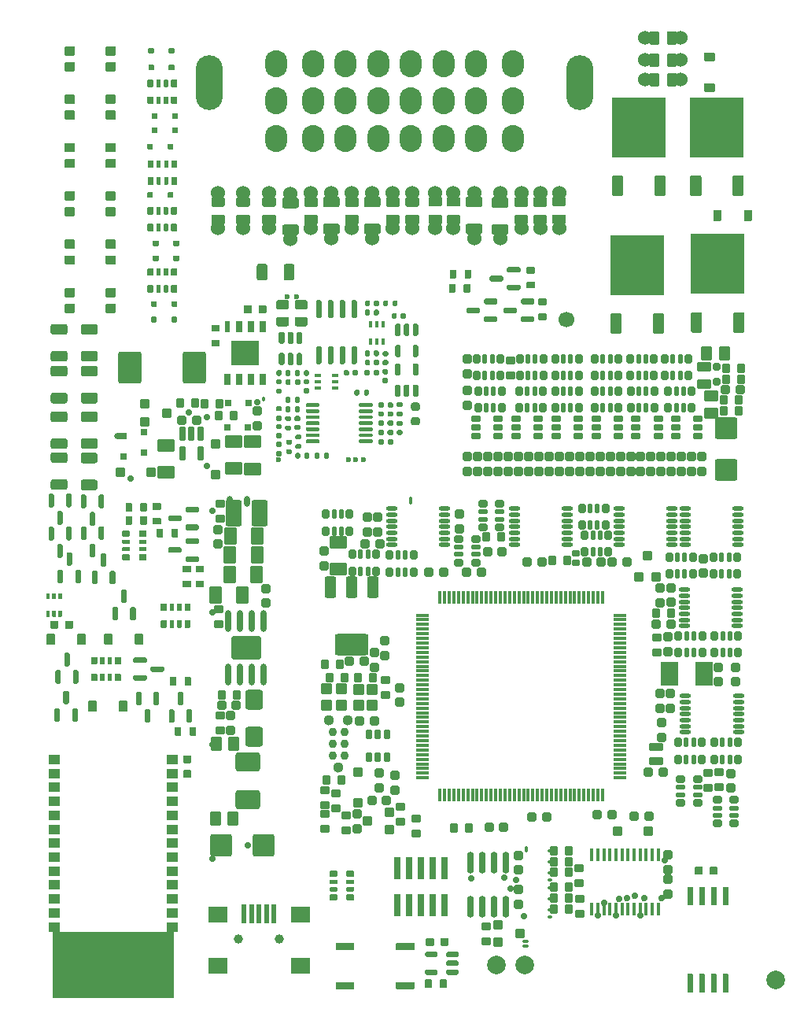
<source format=gts>
G75*
G70*
%OFA0B0*%
%FSLAX25Y25*%
%IPPOS*%
%LPD*%
%AMOC8*
5,1,8,0,0,1.08239X$1,22.5*
%
%AMM127*
21,1,0.038980,0.026770,-0.000000,0.000000,270.000000*
21,1,0.026770,0.038980,-0.000000,0.000000,270.000000*
1,1,0.012210,-0.013390,-0.013390*
1,1,0.012210,-0.013390,0.013390*
1,1,0.012210,0.013390,0.013390*
1,1,0.012210,0.013390,-0.013390*
%
%AMM144*
21,1,0.076380,0.036220,-0.000000,-0.000000,180.000000*
21,1,0.061810,0.050790,-0.000000,-0.000000,180.000000*
1,1,0.014570,-0.030910,0.018110*
1,1,0.014570,0.030910,0.018110*
1,1,0.014570,0.030910,-0.018110*
1,1,0.014570,-0.030910,-0.018110*
%
%AMM145*
21,1,0.029130,0.018900,-0.000000,-0.000000,90.000000*
21,1,0.018900,0.029130,-0.000000,-0.000000,90.000000*
1,1,0.010240,0.009450,0.009450*
1,1,0.010240,0.009450,-0.009450*
1,1,0.010240,-0.009450,-0.009450*
1,1,0.010240,-0.009450,0.009450*
%
%AMM146*
21,1,0.041340,0.026770,-0.000000,-0.000000,180.000000*
21,1,0.029130,0.038980,-0.000000,-0.000000,180.000000*
1,1,0.012210,-0.014570,0.013390*
1,1,0.012210,0.014570,0.013390*
1,1,0.012210,0.014570,-0.013390*
1,1,0.012210,-0.014570,-0.013390*
%
%AMM147*
21,1,0.100000,0.111020,-0.000000,-0.000000,0.000000*
21,1,0.075590,0.135430,-0.000000,-0.000000,0.000000*
1,1,0.024410,0.037800,-0.055510*
1,1,0.024410,-0.037800,-0.055510*
1,1,0.024410,-0.037800,0.055510*
1,1,0.024410,0.037800,0.055510*
%
%AMM148*
21,1,0.027170,0.052760,-0.000000,-0.000000,180.000000*
21,1,0.017320,0.062600,-0.000000,-0.000000,180.000000*
1,1,0.009840,-0.008660,0.026380*
1,1,0.009840,0.008660,0.026380*
1,1,0.009840,0.008660,-0.026380*
1,1,0.009840,-0.008660,-0.026380*
%
%AMM149*
21,1,0.040950,0.030320,-0.000000,-0.000000,270.000000*
21,1,0.028350,0.042910,-0.000000,-0.000000,270.000000*
1,1,0.012600,-0.015160,-0.014170*
1,1,0.012600,-0.015160,0.014170*
1,1,0.012600,0.015160,0.014170*
1,1,0.012600,0.015160,-0.014170*
%
%AMM150*
21,1,0.038980,0.026770,-0.000000,-0.000000,0.000000*
21,1,0.026770,0.038980,-0.000000,-0.000000,0.000000*
1,1,0.012210,0.013390,-0.013390*
1,1,0.012210,-0.013390,-0.013390*
1,1,0.012210,-0.013390,0.013390*
1,1,0.012210,0.013390,0.013390*
%
%AMM151*
21,1,0.041340,0.026770,-0.000000,-0.000000,270.000000*
21,1,0.029130,0.038980,-0.000000,-0.000000,270.000000*
1,1,0.012210,-0.013390,-0.014570*
1,1,0.012210,-0.013390,0.014570*
1,1,0.012210,0.013390,0.014570*
1,1,0.012210,0.013390,-0.014570*
%
%AMM152*
21,1,0.038980,0.026770,-0.000000,-0.000000,270.000000*
21,1,0.026770,0.038980,-0.000000,-0.000000,270.000000*
1,1,0.012210,-0.013390,-0.013390*
1,1,0.012210,-0.013390,0.013390*
1,1,0.012210,0.013390,0.013390*
1,1,0.012210,0.013390,-0.013390*
%
%AMM153*
21,1,0.033070,0.030710,-0.000000,-0.000000,180.000000*
21,1,0.022050,0.041730,-0.000000,-0.000000,180.000000*
1,1,0.011020,-0.011020,0.015350*
1,1,0.011020,0.011020,0.015350*
1,1,0.011020,0.011020,-0.015350*
1,1,0.011020,-0.011020,-0.015350*
%
%AMM154*
21,1,0.029130,0.018900,-0.000000,-0.000000,0.000000*
21,1,0.018900,0.029130,-0.000000,-0.000000,0.000000*
1,1,0.010240,0.009450,-0.009450*
1,1,0.010240,-0.009450,-0.009450*
1,1,0.010240,-0.009450,0.009450*
1,1,0.010240,0.009450,0.009450*
%
%AMM165*
21,1,0.111810,0.050390,-0.000000,0.000000,90.000000*
21,1,0.093700,0.068500,-0.000000,0.000000,90.000000*
1,1,0.018110,0.025200,0.046850*
1,1,0.018110,0.025200,-0.046850*
1,1,0.018110,-0.025200,-0.046850*
1,1,0.018110,-0.025200,0.046850*
%
%AMM166*
21,1,0.044880,0.049210,-0.000000,0.000000,180.000000*
21,1,0.031500,0.062600,-0.000000,0.000000,180.000000*
1,1,0.013390,-0.015750,0.024610*
1,1,0.013390,0.015750,0.024610*
1,1,0.013390,0.015750,-0.024610*
1,1,0.013390,-0.015750,-0.024610*
%
%AMM167*
21,1,0.076380,0.036220,-0.000000,0.000000,270.000000*
21,1,0.061810,0.050790,-0.000000,0.000000,270.000000*
1,1,0.014570,-0.018110,-0.030910*
1,1,0.014570,-0.018110,0.030910*
1,1,0.014570,0.018110,0.030910*
1,1,0.014570,0.018110,-0.030910*
%
%AMM168*
21,1,0.092130,0.073230,-0.000000,0.000000,180.000000*
21,1,0.069290,0.096060,-0.000000,0.000000,180.000000*
1,1,0.022840,-0.034650,0.036610*
1,1,0.022840,0.034650,0.036610*
1,1,0.022840,0.034650,-0.036610*
1,1,0.022840,-0.034650,-0.036610*
%
%AMM169*
21,1,0.084250,0.053540,-0.000000,0.000000,270.000000*
21,1,0.065350,0.072440,-0.000000,0.000000,270.000000*
1,1,0.018900,-0.026770,-0.032680*
1,1,0.018900,-0.026770,0.032680*
1,1,0.018900,0.026770,0.032680*
1,1,0.018900,0.026770,-0.032680*
%
%AMM170*
21,1,0.127560,0.075590,-0.000000,0.000000,0.000000*
21,1,0.103150,0.100000,-0.000000,0.000000,0.000000*
1,1,0.024410,0.051580,-0.037800*
1,1,0.024410,-0.051580,-0.037800*
1,1,0.024410,-0.051580,0.037800*
1,1,0.024410,0.051580,0.037800*
%
%AMM171*
21,1,0.038980,0.026770,-0.000000,0.000000,0.000000*
21,1,0.026770,0.038980,-0.000000,0.000000,0.000000*
1,1,0.012210,0.013390,-0.013390*
1,1,0.012210,-0.013390,-0.013390*
1,1,0.012210,-0.013390,0.013390*
1,1,0.012210,0.013390,0.013390*
%
%AMM172*
21,1,0.080320,0.083460,-0.000000,0.000000,270.000000*
21,1,0.059840,0.103940,-0.000000,0.000000,270.000000*
1,1,0.020470,-0.041730,-0.029920*
1,1,0.020470,-0.041730,0.029920*
1,1,0.020470,0.041730,0.029920*
1,1,0.020470,0.041730,-0.029920*
%
%AMM173*
21,1,0.033070,0.030710,-0.000000,0.000000,270.000000*
21,1,0.022050,0.041730,-0.000000,0.000000,270.000000*
1,1,0.011020,-0.015350,-0.011020*
1,1,0.011020,-0.015350,0.011020*
1,1,0.011020,0.015350,0.011020*
1,1,0.011020,0.015350,-0.011020*
%
%AMM174*
21,1,0.033070,0.030710,-0.000000,0.000000,180.000000*
21,1,0.022050,0.041730,-0.000000,0.000000,180.000000*
1,1,0.011020,-0.011020,0.015350*
1,1,0.011020,0.011020,0.015350*
1,1,0.011020,0.011020,-0.015350*
1,1,0.011020,-0.011020,-0.015350*
%
%AMM178*
21,1,0.038980,0.026770,-0.000000,0.000000,90.000000*
21,1,0.026770,0.038980,-0.000000,0.000000,90.000000*
1,1,0.012210,0.013390,0.013390*
1,1,0.012210,0.013390,-0.013390*
1,1,0.012210,-0.013390,-0.013390*
1,1,0.012210,-0.013390,0.013390*
%
%AMM184*
21,1,0.033070,0.030710,-0.000000,-0.000000,90.000000*
21,1,0.022050,0.041730,-0.000000,-0.000000,90.000000*
1,1,0.011020,0.015350,0.011020*
1,1,0.011020,0.015350,-0.011020*
1,1,0.011020,-0.015350,-0.011020*
1,1,0.011020,-0.015350,0.011020*
%
%AMM189*
21,1,0.033070,0.030710,0.000000,-0.000000,270.000000*
21,1,0.022050,0.041730,0.000000,-0.000000,270.000000*
1,1,0.011020,-0.015350,-0.011020*
1,1,0.011020,-0.015350,0.011020*
1,1,0.011020,0.015350,0.011020*
1,1,0.011020,0.015350,-0.011020*
%
%AMM190*
21,1,0.038980,0.026770,0.000000,-0.000000,270.000000*
21,1,0.026770,0.038980,0.000000,-0.000000,270.000000*
1,1,0.012210,-0.013390,-0.013390*
1,1,0.012210,-0.013390,0.013390*
1,1,0.012210,0.013390,0.013390*
1,1,0.012210,0.013390,-0.013390*
%
%AMM191*
21,1,0.033070,0.030710,0.000000,-0.000000,180.000000*
21,1,0.022050,0.041730,0.000000,-0.000000,180.000000*
1,1,0.011020,-0.011020,0.015350*
1,1,0.011020,0.011020,0.015350*
1,1,0.011020,0.011020,-0.015350*
1,1,0.011020,-0.011020,-0.015350*
%
%AMM227*
21,1,0.033070,0.030710,-0.000000,-0.000000,270.000000*
21,1,0.022050,0.041730,-0.000000,-0.000000,270.000000*
1,1,0.011020,-0.015350,-0.011020*
1,1,0.011020,-0.015350,0.011020*
1,1,0.011020,0.015350,0.011020*
1,1,0.011020,0.015350,-0.011020*
%
%AMM228*
21,1,0.092130,0.073230,-0.000000,-0.000000,90.000000*
21,1,0.069290,0.096060,-0.000000,-0.000000,90.000000*
1,1,0.022840,0.036610,0.034650*
1,1,0.022840,0.036610,-0.034650*
1,1,0.022840,-0.036610,-0.034650*
1,1,0.022840,-0.036610,0.034650*
%
%AMM229*
21,1,0.044880,0.049210,-0.000000,-0.000000,270.000000*
21,1,0.031500,0.062600,-0.000000,-0.000000,270.000000*
1,1,0.013390,-0.024610,-0.015750*
1,1,0.013390,-0.024610,0.015750*
1,1,0.013390,0.024610,0.015750*
1,1,0.013390,0.024610,-0.015750*
%
%AMM230*
21,1,0.023230,0.027950,-0.000000,-0.000000,180.000000*
21,1,0.014170,0.037010,-0.000000,-0.000000,180.000000*
1,1,0.009060,-0.007090,0.013980*
1,1,0.009060,0.007090,0.013980*
1,1,0.009060,0.007090,-0.013980*
1,1,0.009060,-0.007090,-0.013980*
%
%AMM231*
21,1,0.038980,0.026770,-0.000000,-0.000000,90.000000*
21,1,0.026770,0.038980,-0.000000,-0.000000,90.000000*
1,1,0.012210,0.013390,0.013390*
1,1,0.012210,0.013390,-0.013390*
1,1,0.012210,-0.013390,-0.013390*
1,1,0.012210,-0.013390,0.013390*
%
%AMM232*
21,1,0.029130,0.030710,-0.000000,-0.000000,270.000000*
21,1,0.018900,0.040950,-0.000000,-0.000000,270.000000*
1,1,0.010240,-0.015350,-0.009450*
1,1,0.010240,-0.015350,0.009450*
1,1,0.010240,0.015350,0.009450*
1,1,0.010240,0.015350,-0.009450*
%
%AMM233*
21,1,0.031100,0.026380,-0.000000,-0.000000,180.000000*
21,1,0.020470,0.037010,-0.000000,-0.000000,180.000000*
1,1,0.010630,-0.010240,0.013190*
1,1,0.010630,0.010240,0.013190*
1,1,0.010630,0.010240,-0.013190*
1,1,0.010630,-0.010240,-0.013190*
%
%AMM234*
21,1,0.044880,0.049210,-0.000000,-0.000000,0.000000*
21,1,0.031500,0.062600,-0.000000,-0.000000,0.000000*
1,1,0.013390,0.015750,-0.024610*
1,1,0.013390,-0.015750,-0.024610*
1,1,0.013390,-0.015750,0.024610*
1,1,0.013390,0.015750,0.024610*
%
%AMM235*
21,1,0.040950,0.050000,-0.000000,-0.000000,90.000000*
21,1,0.028350,0.062600,-0.000000,-0.000000,90.000000*
1,1,0.012600,0.025000,0.014170*
1,1,0.012600,0.025000,-0.014170*
1,1,0.012600,-0.025000,-0.014170*
1,1,0.012600,-0.025000,0.014170*
%
%AMM264*
21,1,0.040950,0.030320,-0.000000,0.000000,270.000000*
21,1,0.028350,0.042910,-0.000000,0.000000,270.000000*
1,1,0.012600,-0.015160,-0.014170*
1,1,0.012600,-0.015160,0.014170*
1,1,0.012600,0.015160,0.014170*
1,1,0.012600,0.015160,-0.014170*
%
%AMM305*
21,1,0.041340,0.026770,-0.000000,-0.000000,0.000000*
21,1,0.029130,0.038980,-0.000000,-0.000000,0.000000*
1,1,0.012210,0.014570,-0.013390*
1,1,0.012210,-0.014570,-0.013390*
1,1,0.012210,-0.014570,0.013390*
1,1,0.012210,0.014570,0.013390*
%
%AMM306*
21,1,0.040950,0.030320,-0.000000,-0.000000,0.000000*
21,1,0.028350,0.042910,-0.000000,-0.000000,0.000000*
1,1,0.012600,0.014170,-0.015160*
1,1,0.012600,-0.014170,-0.015160*
1,1,0.012600,-0.014170,0.015160*
1,1,0.012600,0.014170,0.015160*
%
%AMM307*
21,1,0.040950,0.030320,-0.000000,-0.000000,90.000000*
21,1,0.028350,0.042910,-0.000000,-0.000000,90.000000*
1,1,0.012600,0.015160,0.014170*
1,1,0.012600,0.015160,-0.014170*
1,1,0.012600,-0.015160,-0.014170*
1,1,0.012600,-0.015160,0.014170*
%
%AMM308*
21,1,0.033070,0.018900,-0.000000,-0.000000,0.000000*
21,1,0.022840,0.029130,-0.000000,-0.000000,0.000000*
1,1,0.010240,0.011420,-0.009450*
1,1,0.010240,-0.011420,-0.009450*
1,1,0.010240,-0.011420,0.009450*
1,1,0.010240,0.011420,0.009450*
%
%AMM309*
21,1,0.143310,0.067720,-0.000000,-0.000000,180.000000*
21,1,0.120870,0.090160,-0.000000,-0.000000,180.000000*
1,1,0.022440,-0.060430,0.033860*
1,1,0.022440,0.060430,0.033860*
1,1,0.022440,0.060430,-0.033860*
1,1,0.022440,-0.060430,-0.033860*
%
%AMM310*
21,1,0.048820,0.075980,-0.000000,-0.000000,180.000000*
21,1,0.034650,0.090160,-0.000000,-0.000000,180.000000*
1,1,0.014170,-0.017320,0.037990*
1,1,0.014170,0.017320,0.037990*
1,1,0.014170,0.017320,-0.037990*
1,1,0.014170,-0.017320,-0.037990*
%
%AMM311*
21,1,0.048820,0.075990,-0.000000,-0.000000,180.000000*
21,1,0.034650,0.090160,-0.000000,-0.000000,180.000000*
1,1,0.014170,-0.017320,0.037990*
1,1,0.014170,0.017320,0.037990*
1,1,0.014170,0.017320,-0.037990*
1,1,0.014170,-0.017320,-0.037990*
%
%AMM312*
21,1,0.044880,0.035430,-0.000000,-0.000000,90.000000*
21,1,0.031500,0.048820,-0.000000,-0.000000,90.000000*
1,1,0.013390,0.017720,0.015750*
1,1,0.013390,0.017720,-0.015750*
1,1,0.013390,-0.017720,-0.015750*
1,1,0.013390,-0.017720,0.015750*
%
%AMM313*
21,1,0.041340,0.026770,-0.000000,-0.000000,90.000000*
21,1,0.029130,0.038980,-0.000000,-0.000000,90.000000*
1,1,0.012210,0.013390,0.014570*
1,1,0.012210,0.013390,-0.014570*
1,1,0.012210,-0.013390,-0.014570*
1,1,0.012210,-0.013390,0.014570*
%
%AMM314*
21,1,0.029130,0.030710,-0.000000,-0.000000,0.000000*
21,1,0.018900,0.040950,-0.000000,-0.000000,0.000000*
1,1,0.010240,0.009450,-0.015350*
1,1,0.010240,-0.009450,-0.015350*
1,1,0.010240,-0.009450,0.015350*
1,1,0.010240,0.009450,0.015350*
%
%AMM315*
21,1,0.033070,0.049610,-0.000000,-0.000000,90.000000*
21,1,0.022050,0.060630,-0.000000,-0.000000,90.000000*
1,1,0.011020,0.024800,0.011020*
1,1,0.011020,0.024800,-0.011020*
1,1,0.011020,-0.024800,-0.011020*
1,1,0.011020,-0.024800,0.011020*
%
%AMM316*
21,1,0.023230,0.027950,-0.000000,-0.000000,90.000000*
21,1,0.014170,0.037010,-0.000000,-0.000000,90.000000*
1,1,0.009060,0.013980,0.007090*
1,1,0.009060,0.013980,-0.007090*
1,1,0.009060,-0.013980,-0.007090*
1,1,0.009060,-0.013980,0.007090*
%
%AMM317*
21,1,0.031100,0.026380,-0.000000,-0.000000,90.000000*
21,1,0.020470,0.037010,-0.000000,-0.000000,90.000000*
1,1,0.010630,0.013190,0.010240*
1,1,0.010630,0.013190,-0.010240*
1,1,0.010630,-0.013190,-0.010240*
1,1,0.010630,-0.013190,0.010240*
%
%AMM318*
21,1,0.015350,0.017720,-0.000000,-0.000000,0.000000*
21,1,0.000000,0.033070,-0.000000,-0.000000,0.000000*
1,1,0.015350,-0.000000,-0.008860*
1,1,0.015350,-0.000000,-0.008860*
1,1,0.015350,-0.000000,0.008860*
1,1,0.015350,-0.000000,0.008860*
%
%AMM319*
21,1,0.033070,0.030710,-0.000000,-0.000000,0.000000*
21,1,0.022050,0.041730,-0.000000,-0.000000,0.000000*
1,1,0.011020,0.011020,-0.015350*
1,1,0.011020,-0.011020,-0.015350*
1,1,0.011020,-0.011020,0.015350*
1,1,0.011020,0.011020,0.015350*
%
%ADD100O,0.04488X0.02520*%
%ADD101O,0.11417X0.23228*%
%ADD105C,0.02362*%
%ADD107R,0.05118X0.03937*%
%ADD108O,0.01535X0.02520*%
%ADD112R,0.01969X0.07874*%
%ADD120C,0.03937*%
%ADD138C,0.00472*%
%ADD156O,0.00984X0.01969*%
%ADD160C,0.07874*%
%ADD162C,0.03701*%
%ADD178R,0.22835X0.25197*%
%ADD180R,0.02559X0.01575*%
%ADD191O,0.05669X0.01417*%
%ADD192C,0.06000*%
%ADD201R,0.05906X0.05217*%
%ADD207C,0.04451*%
%ADD208O,0.02520X0.01535*%
%ADD210R,0.07874X0.06693*%
%ADD220R,0.02559X0.05157*%
%ADD226R,0.02913X0.09449*%
%ADD231O,0.09449X0.11417*%
%ADD242O,0.01575X0.00787*%
%ADD271M127*%
%ADD288M144*%
%ADD289M145*%
%ADD29O,0.03937X0.01969*%
%ADD290M146*%
%ADD291M147*%
%ADD292M148*%
%ADD293M149*%
%ADD294M150*%
%ADD295M151*%
%ADD296M152*%
%ADD297M153*%
%ADD298M154*%
%ADD31O,0.02520X0.04488*%
%ADD312M165*%
%ADD313M166*%
%ADD314M167*%
%ADD315M168*%
%ADD316M169*%
%ADD317O,0.02520X0.09213*%
%ADD318M170*%
%ADD319M171*%
%ADD320M172*%
%ADD321M173*%
%ADD322M174*%
%ADD328M178*%
%ADD330O,0.02126X0.01339*%
%ADD331O,0.01535X0.05512*%
%ADD336M184*%
%ADD341M189*%
%ADD342M190*%
%ADD343M191*%
%ADD35C,0.06693*%
%ADD379M227*%
%ADD380M228*%
%ADD381M229*%
%ADD382M230*%
%ADD383M231*%
%ADD384M232*%
%ADD385M233*%
%ADD386M234*%
%ADD387M235*%
%ADD39R,0.02362X0.05157*%
%ADD418M264*%
%ADD42R,0.07244X0.10000*%
%ADD43O,0.01339X0.02520*%
%ADD461M305*%
%ADD462M306*%
%ADD463M307*%
%ADD464M308*%
%ADD465M309*%
%ADD466M310*%
%ADD467M311*%
%ADD468M312*%
%ADD469M313*%
%ADD470M314*%
%ADD471M315*%
%ADD472M316*%
%ADD473M317*%
%ADD474M318*%
%ADD475M319*%
%ADD477O,0.02913X0.09213*%
%ADD52O,0.04882X0.01732*%
%ADD58O,0.01969X0.03937*%
%ADD73C,0.02913*%
%ADD76R,0.01575X0.02559*%
%ADD81O,0.00787X0.01969*%
%ADD83O,0.01417X0.05669*%
%ADD84C,0.03651*%
%ADD86O,0.01969X0.00984*%
X0000000Y0000000D02*
%LPD*%
G01*
D138*
X0026378Y0000787D02*
X0026378Y0028346D01*
X0026378Y0028346D02*
X0077559Y0028346D01*
X0077559Y0028346D02*
X0077559Y0000787D01*
X0077559Y0000787D02*
X0026378Y0000787D01*
G36*
X0077559Y0000787D02*
G01*
X0026378Y0000787D01*
X0026378Y0028346D01*
X0077559Y0028346D01*
X0077559Y0000787D01*
G37*
X0077559Y0000787D02*
X0026378Y0000787D01*
X0026378Y0028346D01*
X0077559Y0028346D01*
X0077559Y0000787D01*
G36*
G01*
X0198425Y0012008D02*
X0198425Y0010827D01*
G75*
G02*
X0197835Y0010236I-000591J0000000D01*
G01*
X0193799Y0010236D01*
G75*
G02*
X0193209Y0010827I0000000J0000591D01*
G01*
X0193209Y0012008D01*
G75*
G02*
X0193799Y0012598I0000591J0000000D01*
G01*
X0197835Y0012598D01*
G75*
G02*
X0198425Y0012008I0000000J-000591D01*
G01*
G37*
G36*
G01*
X0198425Y0015748D02*
X0198425Y0014567D01*
G75*
G02*
X0197835Y0013976I-000591J0000000D01*
G01*
X0193799Y0013976D01*
G75*
G02*
X0193209Y0014567I0000000J0000591D01*
G01*
X0193209Y0015748D01*
G75*
G02*
X0193799Y0016339I0000591J0000000D01*
G01*
X0197835Y0016339D01*
G75*
G02*
X0198425Y0015748I0000000J-000591D01*
G01*
G37*
G36*
G01*
X0198425Y0019488D02*
X0198425Y0018307D01*
G75*
G02*
X0197835Y0017717I-000591J0000000D01*
G01*
X0193799Y0017717D01*
G75*
G02*
X0193209Y0018307I0000000J0000591D01*
G01*
X0193209Y0019488D01*
G75*
G02*
X0193799Y0020079I0000591J0000000D01*
G01*
X0197835Y0020079D01*
G75*
G02*
X0198425Y0019488I0000000J-000591D01*
G01*
G37*
G36*
G01*
X0189469Y0019488D02*
X0189469Y0018307D01*
G75*
G02*
X0188878Y0017717I-000591J0000000D01*
G01*
X0184843Y0017717D01*
G75*
G02*
X0184252Y0018307I0000000J0000591D01*
G01*
X0184252Y0019488D01*
G75*
G02*
X0184843Y0020079I0000591J0000000D01*
G01*
X0188878Y0020079D01*
G75*
G02*
X0189469Y0019488I0000000J-000591D01*
G01*
G37*
G36*
G01*
X0189469Y0012008D02*
X0189469Y0010827D01*
G75*
G02*
X0188878Y0010236I-000591J0000000D01*
G01*
X0184843Y0010236D01*
G75*
G02*
X0184252Y0010827I0000000J0000591D01*
G01*
X0184252Y0012008D01*
G75*
G02*
X0184843Y0012598I0000591J0000000D01*
G01*
X0188878Y0012598D01*
G75*
G02*
X0189469Y0012008I0000000J-000591D01*
G01*
G37*
D242*
X0237258Y0034627D03*
X0237258Y0037619D03*
X0237258Y0042245D03*
X0237258Y0046871D03*
X0237258Y0050177D03*
X0237258Y0053130D03*
X0237258Y0057756D03*
X0237258Y0062382D03*
D105*
X0277020Y0042540D03*
X0275347Y0035315D03*
X0273182Y0043386D03*
X0269737Y0042540D03*
X0266390Y0042245D03*
X0265111Y0035315D03*
X0259993Y0040473D03*
X0257434Y0035315D03*
X0285682Y0058642D03*
X0284501Y0042599D03*
G36*
G01*
X0198667Y0328156D02*
X0193746Y0328156D01*
G75*
G02*
X0193352Y0328550I0000000J0000394D01*
G01*
X0193352Y0331699D01*
G75*
G02*
X0193746Y0332093I0000394J0000000D01*
G01*
X0198667Y0332093D01*
G75*
G02*
X0199061Y0331699I0000000J-000394D01*
G01*
X0199061Y0328550D01*
G75*
G02*
X0198667Y0328156I-000394J0000000D01*
G01*
G37*
D192*
X0196206Y0326364D03*
X0196206Y0341364D03*
G36*
G01*
X0198667Y0335636D02*
X0193746Y0335636D01*
G75*
G02*
X0193352Y0336030I0000000J0000394D01*
G01*
X0193352Y0339180D01*
G75*
G02*
X0193746Y0339573I0000394J0000000D01*
G01*
X0198667Y0339573D01*
G75*
G02*
X0199061Y0339180I0000000J-000394D01*
G01*
X0199061Y0336030D01*
G75*
G02*
X0198667Y0335636I-000394J0000000D01*
G01*
G37*
G36*
G01*
X0068937Y0210039D02*
X0072008Y0210039D01*
G75*
G02*
X0072283Y0209764I0000000J-000276D01*
G01*
X0072283Y0207559D01*
G75*
G02*
X0072008Y0207283I-000276J0000000D01*
G01*
X0068937Y0207283D01*
G75*
G02*
X0068661Y0207559I0000000J0000276D01*
G01*
X0068661Y0209764D01*
G75*
G02*
X0068937Y0210039I0000276J0000000D01*
G01*
G37*
G36*
G01*
X0068937Y0203740D02*
X0072008Y0203740D01*
G75*
G02*
X0072283Y0203465I0000000J-000276D01*
G01*
X0072283Y0201260D01*
G75*
G02*
X0072008Y0200984I-000276J0000000D01*
G01*
X0068937Y0200984D01*
G75*
G02*
X0068661Y0201260I0000000J0000276D01*
G01*
X0068661Y0203465D01*
G75*
G02*
X0068937Y0203740I0000276J0000000D01*
G01*
G37*
G36*
G01*
X0066535Y0299469D02*
X0066535Y0302106D01*
G75*
G02*
X0066791Y0302362I0000256J0000000D01*
G01*
X0068839Y0302362D01*
G75*
G02*
X0069094Y0302106I0000000J-000256D01*
G01*
X0069094Y0299469D01*
G75*
G02*
X0068839Y0299213I-000256J0000000D01*
G01*
X0066791Y0299213D01*
G75*
G02*
X0066535Y0299469I0000000J0000256D01*
G01*
G37*
G36*
G01*
X0070374Y0299390D02*
X0070374Y0302185D01*
G75*
G02*
X0070551Y0302362I0000177J0000000D01*
G01*
X0071969Y0302362D01*
G75*
G02*
X0072146Y0302185I0000000J-000177D01*
G01*
X0072146Y0299390D01*
G75*
G02*
X0071969Y0299213I-000177J0000000D01*
G01*
X0070551Y0299213D01*
G75*
G02*
X0070374Y0299390I0000000J0000177D01*
G01*
G37*
G36*
G01*
X0073524Y0299390D02*
X0073524Y0302185D01*
G75*
G02*
X0073701Y0302362I0000177J0000000D01*
G01*
X0075118Y0302362D01*
G75*
G02*
X0075295Y0302185I0000000J-000177D01*
G01*
X0075295Y0299390D01*
G75*
G02*
X0075118Y0299213I-000177J0000000D01*
G01*
X0073701Y0299213D01*
G75*
G02*
X0073524Y0299390I0000000J0000177D01*
G01*
G37*
G36*
G01*
X0076575Y0299469D02*
X0076575Y0302106D01*
G75*
G02*
X0076831Y0302362I0000256J0000000D01*
G01*
X0078878Y0302362D01*
G75*
G02*
X0079134Y0302106I0000000J-000256D01*
G01*
X0079134Y0299469D01*
G75*
G02*
X0078878Y0299213I-000256J0000000D01*
G01*
X0076831Y0299213D01*
G75*
G02*
X0076575Y0299469I0000000J0000256D01*
G01*
G37*
G36*
G01*
X0076575Y0306555D02*
X0076575Y0309193D01*
G75*
G02*
X0076831Y0309449I0000256J0000000D01*
G01*
X0078878Y0309449D01*
G75*
G02*
X0079134Y0309193I0000000J-000256D01*
G01*
X0079134Y0306555D01*
G75*
G02*
X0078878Y0306299I-000256J0000000D01*
G01*
X0076831Y0306299D01*
G75*
G02*
X0076575Y0306555I0000000J0000256D01*
G01*
G37*
G36*
G01*
X0073524Y0306476D02*
X0073524Y0309272D01*
G75*
G02*
X0073701Y0309449I0000177J0000000D01*
G01*
X0075118Y0309449D01*
G75*
G02*
X0075295Y0309272I0000000J-000177D01*
G01*
X0075295Y0306476D01*
G75*
G02*
X0075118Y0306299I-000177J0000000D01*
G01*
X0073701Y0306299D01*
G75*
G02*
X0073524Y0306476I0000000J0000177D01*
G01*
G37*
G36*
G01*
X0070374Y0306476D02*
X0070374Y0309272D01*
G75*
G02*
X0070551Y0309449I0000177J0000000D01*
G01*
X0071969Y0309449D01*
G75*
G02*
X0072146Y0309272I0000000J-000177D01*
G01*
X0072146Y0306476D01*
G75*
G02*
X0071969Y0306299I-000177J0000000D01*
G01*
X0070551Y0306299D01*
G75*
G02*
X0070374Y0306476I0000000J0000177D01*
G01*
G37*
G36*
G01*
X0066535Y0306555D02*
X0066535Y0309193D01*
G75*
G02*
X0066791Y0309449I0000256J0000000D01*
G01*
X0068839Y0309449D01*
G75*
G02*
X0069094Y0309193I0000000J-000256D01*
G01*
X0069094Y0306555D01*
G75*
G02*
X0068839Y0306299I-000256J0000000D01*
G01*
X0066791Y0306299D01*
G75*
G02*
X0066535Y0306555I0000000J0000256D01*
G01*
G37*
G36*
G01*
X0079228Y0354909D02*
X0079228Y0352272D01*
G75*
G02*
X0078972Y0352016I-000256J0000000D01*
G01*
X0076925Y0352016D01*
G75*
G02*
X0076669Y0352272I0000000J0000256D01*
G01*
X0076669Y0354909D01*
G75*
G02*
X0076925Y0355165I0000256J0000000D01*
G01*
X0078972Y0355165D01*
G75*
G02*
X0079228Y0354909I0000000J-000256D01*
G01*
G37*
G36*
G01*
X0075390Y0354988D02*
X0075390Y0352193D01*
G75*
G02*
X0075213Y0352016I-000177J0000000D01*
G01*
X0073795Y0352016D01*
G75*
G02*
X0073618Y0352193I0000000J0000177D01*
G01*
X0073618Y0354988D01*
G75*
G02*
X0073795Y0355165I0000177J0000000D01*
G01*
X0075213Y0355165D01*
G75*
G02*
X0075390Y0354988I0000000J-000177D01*
G01*
G37*
G36*
G01*
X0072240Y0354988D02*
X0072240Y0352193D01*
G75*
G02*
X0072063Y0352016I-000177J0000000D01*
G01*
X0070646Y0352016D01*
G75*
G02*
X0070469Y0352193I0000000J0000177D01*
G01*
X0070469Y0354988D01*
G75*
G02*
X0070646Y0355165I0000177J0000000D01*
G01*
X0072063Y0355165D01*
G75*
G02*
X0072240Y0354988I0000000J-000177D01*
G01*
G37*
G36*
G01*
X0069189Y0354909D02*
X0069189Y0352272D01*
G75*
G02*
X0068933Y0352016I-000256J0000000D01*
G01*
X0066886Y0352016D01*
G75*
G02*
X0066630Y0352272I0000000J0000256D01*
G01*
X0066630Y0354909D01*
G75*
G02*
X0066886Y0355165I0000256J0000000D01*
G01*
X0068933Y0355165D01*
G75*
G02*
X0069189Y0354909I0000000J-000256D01*
G01*
G37*
G36*
G01*
X0069189Y0347823D02*
X0069189Y0345185D01*
G75*
G02*
X0068933Y0344929I-000256J0000000D01*
G01*
X0066886Y0344929D01*
G75*
G02*
X0066630Y0345185I0000000J0000256D01*
G01*
X0066630Y0347823D01*
G75*
G02*
X0066886Y0348079I0000256J0000000D01*
G01*
X0068933Y0348079D01*
G75*
G02*
X0069189Y0347823I0000000J-000256D01*
G01*
G37*
G36*
G01*
X0072240Y0347902D02*
X0072240Y0345106D01*
G75*
G02*
X0072063Y0344929I-000177J0000000D01*
G01*
X0070646Y0344929D01*
G75*
G02*
X0070469Y0345106I0000000J0000177D01*
G01*
X0070469Y0347902D01*
G75*
G02*
X0070646Y0348079I0000177J0000000D01*
G01*
X0072063Y0348079D01*
G75*
G02*
X0072240Y0347902I0000000J-000177D01*
G01*
G37*
G36*
G01*
X0075390Y0347902D02*
X0075390Y0345106D01*
G75*
G02*
X0075213Y0344929I-000177J0000000D01*
G01*
X0073795Y0344929D01*
G75*
G02*
X0073618Y0345106I0000000J0000177D01*
G01*
X0073618Y0347902D01*
G75*
G02*
X0073795Y0348079I0000177J0000000D01*
G01*
X0075213Y0348079D01*
G75*
G02*
X0075390Y0347902I0000000J-000177D01*
G01*
G37*
G36*
G01*
X0079228Y0347823D02*
X0079228Y0345185D01*
G75*
G02*
X0078972Y0344929I-000256J0000000D01*
G01*
X0076925Y0344929D01*
G75*
G02*
X0076669Y0345185I0000000J0000256D01*
G01*
X0076669Y0347823D01*
G75*
G02*
X0076925Y0348079I0000256J0000000D01*
G01*
X0078972Y0348079D01*
G75*
G02*
X0079228Y0347823I0000000J-000256D01*
G01*
G37*
G36*
G01*
X0082126Y0103209D02*
X0084803Y0103209D01*
G75*
G02*
X0085138Y0102874I0000000J-000335D01*
G01*
X0085138Y0100197D01*
G75*
G02*
X0084803Y0099862I-000335J0000000D01*
G01*
X0082126Y0099862D01*
G75*
G02*
X0081791Y0100197I0000000J0000335D01*
G01*
X0081791Y0102874D01*
G75*
G02*
X0082126Y0103209I0000335J0000000D01*
G01*
G37*
G36*
G01*
X0082126Y0096988D02*
X0084803Y0096988D01*
G75*
G02*
X0085138Y0096654I0000000J-000335D01*
G01*
X0085138Y0093976D01*
G75*
G02*
X0084803Y0093642I-000335J0000000D01*
G01*
X0082126Y0093642D01*
G75*
G02*
X0081791Y0093976I0000000J0000335D01*
G01*
X0081791Y0096654D01*
G75*
G02*
X0082126Y0096988I0000335J0000000D01*
G01*
G37*
X0188514Y0326449D03*
G36*
G01*
X0190975Y0328240D02*
X0186053Y0328240D01*
G75*
G02*
X0185660Y0328634I0000000J0000394D01*
G01*
X0185660Y0331784D01*
G75*
G02*
X0186053Y0332177I0000394J0000000D01*
G01*
X0190975Y0332177D01*
G75*
G02*
X0191368Y0331784I0000000J-000394D01*
G01*
X0191368Y0328634D01*
G75*
G02*
X0190975Y0328240I-000394J0000000D01*
G01*
G37*
G36*
G01*
X0190975Y0335721D02*
X0186053Y0335721D01*
G75*
G02*
X0185660Y0336114I0000000J0000394D01*
G01*
X0185660Y0339264D01*
G75*
G02*
X0186053Y0339658I0000394J0000000D01*
G01*
X0190975Y0339658D01*
G75*
G02*
X0191368Y0339264I0000000J-000394D01*
G01*
X0191368Y0336114D01*
G75*
G02*
X0190975Y0335721I-000394J0000000D01*
G01*
G37*
X0188514Y0341449D03*
G36*
G01*
X0032677Y0236594D02*
X0032677Y0233878D01*
G75*
G02*
X0031772Y0232972I-000906J0000000D01*
G01*
X0026496Y0232972D01*
G75*
G02*
X0025591Y0233878I0000000J0000906D01*
G01*
X0025591Y0236594D01*
G75*
G02*
X0026496Y0237500I0000906J0000000D01*
G01*
X0031772Y0237500D01*
G75*
G02*
X0032677Y0236594I0000000J-000906D01*
G01*
G37*
G36*
G01*
X0032677Y0248012D02*
X0032677Y0245295D01*
G75*
G02*
X0031772Y0244390I-000906J0000000D01*
G01*
X0026496Y0244390D01*
G75*
G02*
X0025591Y0245295I0000000J0000906D01*
G01*
X0025591Y0248012D01*
G75*
G02*
X0026496Y0248917I0000906J0000000D01*
G01*
X0031772Y0248917D01*
G75*
G02*
X0032677Y0248012I0000000J-000906D01*
G01*
G37*
D160*
X0214567Y0014370D03*
D192*
X0144488Y0341535D03*
G36*
G01*
X0140945Y0336240D02*
X0140945Y0338957D01*
G75*
G02*
X0141850Y0339862I0000906J0000000D01*
G01*
X0147126Y0339862D01*
G75*
G02*
X0148031Y0338957I0000000J-000906D01*
G01*
X0148031Y0336240D01*
G75*
G02*
X0147126Y0335335I-000906J0000000D01*
G01*
X0141850Y0335335D01*
G75*
G02*
X0140945Y0336240I0000000J0000906D01*
G01*
G37*
X0144488Y0322244D03*
G36*
G01*
X0140945Y0324823D02*
X0140945Y0327539D01*
G75*
G02*
X0141850Y0328445I0000906J0000000D01*
G01*
X0147126Y0328445D01*
G75*
G02*
X0148031Y0327539I0000000J-000906D01*
G01*
X0148031Y0324823D01*
G75*
G02*
X0147126Y0323917I-000906J0000000D01*
G01*
X0141850Y0323917D01*
G75*
G02*
X0140945Y0324823I0000000J0000906D01*
G01*
G37*
G36*
G01*
X0224705Y0301969D02*
X0224705Y0300787D01*
G75*
G02*
X0224114Y0300197I-000591J0000000D01*
G01*
X0219488Y0300197D01*
G75*
G02*
X0218898Y0300787I0000000J0000591D01*
G01*
X0218898Y0301969D01*
G75*
G02*
X0219488Y0302559I0000591J0000000D01*
G01*
X0224114Y0302559D01*
G75*
G02*
X0224705Y0301969I0000000J-000591D01*
G01*
G37*
G36*
G01*
X0217323Y0305709D02*
X0217323Y0304528D01*
G75*
G02*
X0216732Y0303937I-000591J0000000D01*
G01*
X0212106Y0303937D01*
G75*
G02*
X0211516Y0304528I0000000J0000591D01*
G01*
X0211516Y0305709D01*
G75*
G02*
X0212106Y0306299I0000591J0000000D01*
G01*
X0216732Y0306299D01*
G75*
G02*
X0217323Y0305709I0000000J-000591D01*
G01*
G37*
G36*
G01*
X0224705Y0309449D02*
X0224705Y0308268D01*
G75*
G02*
X0224114Y0307677I-000591J0000000D01*
G01*
X0219488Y0307677D01*
G75*
G02*
X0218898Y0308268I0000000J0000591D01*
G01*
X0218898Y0309449D01*
G75*
G02*
X0219488Y0310039I0000591J0000000D01*
G01*
X0224114Y0310039D01*
G75*
G02*
X0224705Y0309449I0000000J-000591D01*
G01*
G37*
G36*
G01*
X0069140Y0314961D02*
X0071030Y0314961D01*
G75*
G02*
X0071266Y0314724I0000000J-000236D01*
G01*
X0071266Y0312835D01*
G75*
G02*
X0071030Y0312598I-000236J0000000D01*
G01*
X0069140Y0312598D01*
G75*
G02*
X0068904Y0312835I0000000J0000236D01*
G01*
X0068904Y0314724D01*
G75*
G02*
X0069140Y0314961I0000236J0000000D01*
G01*
G37*
G36*
G01*
X0077801Y0314961D02*
X0079691Y0314961D01*
G75*
G02*
X0079927Y0314724I0000000J-000236D01*
G01*
X0079927Y0312835D01*
G75*
G02*
X0079691Y0312598I-000236J0000000D01*
G01*
X0077801Y0312598D01*
G75*
G02*
X0077565Y0312835I0000000J0000236D01*
G01*
X0077565Y0314724D01*
G75*
G02*
X0077801Y0314961I0000236J0000000D01*
G01*
G37*
G36*
G01*
X0052756Y0331496D02*
X0049213Y0331496D01*
G75*
G02*
X0048819Y0331890I0000000J0000394D01*
G01*
X0048819Y0335039D01*
G75*
G02*
X0049213Y0335433I0000394J0000000D01*
G01*
X0052756Y0335433D01*
G75*
G02*
X0053150Y0335039I0000000J-000394D01*
G01*
X0053150Y0331890D01*
G75*
G02*
X0052756Y0331496I-000394J0000000D01*
G01*
G37*
G36*
G01*
X0052756Y0338189D02*
X0049213Y0338189D01*
G75*
G02*
X0048819Y0338583I0000000J0000394D01*
G01*
X0048819Y0341732D01*
G75*
G02*
X0049213Y0342126I0000394J0000000D01*
G01*
X0052756Y0342126D01*
G75*
G02*
X0053150Y0341732I0000000J-000394D01*
G01*
X0053150Y0338583D01*
G75*
G02*
X0052756Y0338189I-000394J0000000D01*
G01*
G37*
G36*
G01*
X0107421Y0290787D02*
X0107421Y0293465D01*
G75*
G02*
X0107756Y0293799I0000335J0000000D01*
G01*
X0110433Y0293799D01*
G75*
G02*
X0110768Y0293465I0000000J-000335D01*
G01*
X0110768Y0290787D01*
G75*
G02*
X0110433Y0290453I-000335J0000000D01*
G01*
X0107756Y0290453D01*
G75*
G02*
X0107421Y0290787I0000000J0000335D01*
G01*
G37*
G36*
G01*
X0113642Y0290787D02*
X0113642Y0293465D01*
G75*
G02*
X0113976Y0293799I0000335J0000000D01*
G01*
X0116654Y0293799D01*
G75*
G02*
X0116988Y0293465I0000000J-000335D01*
G01*
X0116988Y0290787D01*
G75*
G02*
X0116654Y0290453I-000335J0000000D01*
G01*
X0113976Y0290453D01*
G75*
G02*
X0113642Y0290787I0000000J0000335D01*
G01*
G37*
G36*
G01*
X0172165Y0023819D02*
X0179409Y0023819D01*
G75*
G02*
X0179724Y0023504I0000000J-000315D01*
G01*
X0179724Y0020984D01*
G75*
G02*
X0179409Y0020669I-000315J0000000D01*
G01*
X0172165Y0020669D01*
G75*
G02*
X0171850Y0020984I0000000J0000315D01*
G01*
X0171850Y0023504D01*
G75*
G02*
X0172165Y0023819I0000315J0000000D01*
G01*
G37*
G36*
G01*
X0172165Y0007283D02*
X0179409Y0007283D01*
G75*
G02*
X0179724Y0006969I0000000J-000315D01*
G01*
X0179724Y0004449D01*
G75*
G02*
X0179409Y0004134I-000315J0000000D01*
G01*
X0172165Y0004134D01*
G75*
G02*
X0171850Y0004449I0000000J0000315D01*
G01*
X0171850Y0006969D01*
G75*
G02*
X0172165Y0007283I0000315J0000000D01*
G01*
G37*
G36*
G01*
X0067159Y0402805D02*
X0069049Y0402805D01*
G75*
G02*
X0069285Y0402569I0000000J-000236D01*
G01*
X0069285Y0400679D01*
G75*
G02*
X0069049Y0400443I-000236J0000000D01*
G01*
X0067159Y0400443D01*
G75*
G02*
X0066923Y0400679I0000000J0000236D01*
G01*
X0066923Y0402569D01*
G75*
G02*
X0067159Y0402805I0000236J0000000D01*
G01*
G37*
G36*
G01*
X0075821Y0402805D02*
X0077711Y0402805D01*
G75*
G02*
X0077947Y0402569I0000000J-000236D01*
G01*
X0077947Y0400679D01*
G75*
G02*
X0077711Y0400443I-000236J0000000D01*
G01*
X0075821Y0400443D01*
G75*
G02*
X0075585Y0400679I0000000J0000236D01*
G01*
X0075585Y0402569D01*
G75*
G02*
X0075821Y0402805I0000236J0000000D01*
G01*
G37*
G36*
G01*
X0194154Y0025551D02*
X0194154Y0022874D01*
G75*
G02*
X0193819Y0022539I-000335J0000000D01*
G01*
X0191142Y0022539D01*
G75*
G02*
X0190807Y0022874I0000000J0000335D01*
G01*
X0190807Y0025551D01*
G75*
G02*
X0191142Y0025886I0000335J0000000D01*
G01*
X0193819Y0025886D01*
G75*
G02*
X0194154Y0025551I0000000J-000335D01*
G01*
G37*
G36*
G01*
X0187933Y0025551D02*
X0187933Y0022874D01*
G75*
G02*
X0187598Y0022539I-000335J0000000D01*
G01*
X0184921Y0022539D01*
G75*
G02*
X0184587Y0022874I0000000J0000335D01*
G01*
X0184587Y0025551D01*
G75*
G02*
X0184921Y0025886I0000335J0000000D01*
G01*
X0187598Y0025886D01*
G75*
G02*
X0187933Y0025551I0000000J-000335D01*
G01*
G37*
G36*
G01*
X0028937Y0117421D02*
X0027756Y0117421D01*
G75*
G02*
X0027165Y0118012I0000000J0000591D01*
G01*
X0027165Y0122638D01*
G75*
G02*
X0027756Y0123228I0000591J0000000D01*
G01*
X0028937Y0123228D01*
G75*
G02*
X0029528Y0122638I0000000J-000591D01*
G01*
X0029528Y0118012D01*
G75*
G02*
X0028937Y0117421I-000591J0000000D01*
G01*
G37*
G36*
G01*
X0032677Y0124803D02*
X0031496Y0124803D01*
G75*
G02*
X0030906Y0125394I0000000J0000591D01*
G01*
X0030906Y0130020D01*
G75*
G02*
X0031496Y0130610I0000591J0000000D01*
G01*
X0032677Y0130610D01*
G75*
G02*
X0033268Y0130020I0000000J-000591D01*
G01*
X0033268Y0125394D01*
G75*
G02*
X0032677Y0124803I-000591J0000000D01*
G01*
G37*
G36*
G01*
X0036417Y0117421D02*
X0035236Y0117421D01*
G75*
G02*
X0034646Y0118012I0000000J0000591D01*
G01*
X0034646Y0122638D01*
G75*
G02*
X0035236Y0123228I0000591J0000000D01*
G01*
X0036417Y0123228D01*
G75*
G02*
X0037008Y0122638I0000000J-000591D01*
G01*
X0037008Y0118012D01*
G75*
G02*
X0036417Y0117421I-000591J0000000D01*
G01*
G37*
G36*
G01*
X0032677Y0255886D02*
X0032677Y0253169D01*
G75*
G02*
X0031772Y0252264I-000906J0000000D01*
G01*
X0026496Y0252264D01*
G75*
G02*
X0025591Y0253169I0000000J0000906D01*
G01*
X0025591Y0255886D01*
G75*
G02*
X0026496Y0256791I0000906J0000000D01*
G01*
X0031772Y0256791D01*
G75*
G02*
X0032677Y0255886I0000000J-000906D01*
G01*
G37*
G36*
G01*
X0032677Y0267303D02*
X0032677Y0264587D01*
G75*
G02*
X0031772Y0263681I-000906J0000000D01*
G01*
X0026496Y0263681D01*
G75*
G02*
X0025591Y0264587I0000000J0000906D01*
G01*
X0025591Y0267303D01*
G75*
G02*
X0026496Y0268209I0000906J0000000D01*
G01*
X0031772Y0268209D01*
G75*
G02*
X0032677Y0267303I0000000J-000906D01*
G01*
G37*
G36*
G01*
X0040354Y0154370D02*
X0040354Y0150354D01*
G75*
G02*
X0040000Y0150000I-000354J0000000D01*
G01*
X0037165Y0150000D01*
G75*
G02*
X0036811Y0150354I0000000J0000354D01*
G01*
X0036811Y0154370D01*
G75*
G02*
X0037165Y0154724I0000354J0000000D01*
G01*
X0040000Y0154724D01*
G75*
G02*
X0040354Y0154370I0000000J-000354D01*
G01*
G37*
G36*
G01*
X0027362Y0154370D02*
X0027362Y0150354D01*
G75*
G02*
X0027008Y0150000I-000354J0000000D01*
G01*
X0024173Y0150000D01*
G75*
G02*
X0023819Y0150354I0000000J0000354D01*
G01*
X0023819Y0154370D01*
G75*
G02*
X0024173Y0154724I0000354J0000000D01*
G01*
X0027008Y0154724D01*
G75*
G02*
X0027362Y0154370I0000000J-000354D01*
G01*
G37*
G36*
G01*
X0052756Y0311024D02*
X0049213Y0311024D01*
G75*
G02*
X0048819Y0311417I0000000J0000394D01*
G01*
X0048819Y0314567D01*
G75*
G02*
X0049213Y0314961I0000394J0000000D01*
G01*
X0052756Y0314961D01*
G75*
G02*
X0053150Y0314567I0000000J-000394D01*
G01*
X0053150Y0311417D01*
G75*
G02*
X0052756Y0311024I-000394J0000000D01*
G01*
G37*
G36*
G01*
X0052756Y0317717D02*
X0049213Y0317717D01*
G75*
G02*
X0048819Y0318110I0000000J0000394D01*
G01*
X0048819Y0321260D01*
G75*
G02*
X0049213Y0321654I0000394J0000000D01*
G01*
X0052756Y0321654D01*
G75*
G02*
X0053150Y0321260I0000000J-000394D01*
G01*
X0053150Y0318110D01*
G75*
G02*
X0052756Y0317717I-000394J0000000D01*
G01*
G37*
D35*
X0243929Y0287795D03*
G36*
G01*
X0078150Y0111850D02*
X0078150Y0114921D01*
G75*
G02*
X0078425Y0115197I0000276J0000000D01*
G01*
X0080630Y0115197D01*
G75*
G02*
X0080906Y0114921I0000000J-000276D01*
G01*
X0080906Y0111850D01*
G75*
G02*
X0080630Y0111575I-000276J0000000D01*
G01*
X0078425Y0111575D01*
G75*
G02*
X0078150Y0111850I0000000J0000276D01*
G01*
G37*
G36*
G01*
X0084449Y0111850D02*
X0084449Y0114921D01*
G75*
G02*
X0084724Y0115197I0000276J0000000D01*
G01*
X0086929Y0115197D01*
G75*
G02*
X0087205Y0114921I0000000J-000276D01*
G01*
X0087205Y0111850D01*
G75*
G02*
X0086929Y0111575I-000276J0000000D01*
G01*
X0084724Y0111575D01*
G75*
G02*
X0084449Y0111850I0000000J0000276D01*
G01*
G37*
G36*
G01*
X0067165Y0395669D02*
X0069055Y0395669D01*
G75*
G02*
X0069291Y0395433I0000000J-000236D01*
G01*
X0069291Y0393543D01*
G75*
G02*
X0069055Y0393307I-000236J0000000D01*
G01*
X0067165Y0393307D01*
G75*
G02*
X0066929Y0393543I0000000J0000236D01*
G01*
X0066929Y0395433D01*
G75*
G02*
X0067165Y0395669I0000236J0000000D01*
G01*
G37*
G36*
G01*
X0075827Y0395669D02*
X0077717Y0395669D01*
G75*
G02*
X0077953Y0395433I0000000J-000236D01*
G01*
X0077953Y0393543D01*
G75*
G02*
X0077717Y0393307I-000236J0000000D01*
G01*
X0075827Y0393307D01*
G75*
G02*
X0075591Y0393543I0000000J0000236D01*
G01*
X0075591Y0395433D01*
G75*
G02*
X0075827Y0395669I0000236J0000000D01*
G01*
G37*
G36*
G01*
X0203346Y0302583D02*
X0203346Y0299512D01*
G75*
G02*
X0203071Y0299236I-000276J0000000D01*
G01*
X0200866Y0299236D01*
G75*
G02*
X0200591Y0299512I0000000J0000276D01*
G01*
X0200591Y0302583D01*
G75*
G02*
X0200866Y0302858I0000276J0000000D01*
G01*
X0203071Y0302858D01*
G75*
G02*
X0203346Y0302583I0000000J-000276D01*
G01*
G37*
G36*
G01*
X0197047Y0302583D02*
X0197047Y0299512D01*
G75*
G02*
X0196772Y0299236I-000276J0000000D01*
G01*
X0194567Y0299236D01*
G75*
G02*
X0194291Y0299512I0000000J0000276D01*
G01*
X0194291Y0302583D01*
G75*
G02*
X0194567Y0302858I0000276J0000000D01*
G01*
X0196772Y0302858D01*
G75*
G02*
X0197047Y0302583I0000000J-000276D01*
G01*
G37*
G36*
G01*
X0052756Y0372441D02*
X0049213Y0372441D01*
G75*
G02*
X0048819Y0372835I0000000J0000394D01*
G01*
X0048819Y0375984D01*
G75*
G02*
X0049213Y0376378I0000394J0000000D01*
G01*
X0052756Y0376378D01*
G75*
G02*
X0053150Y0375984I0000000J-000394D01*
G01*
X0053150Y0372835D01*
G75*
G02*
X0052756Y0372441I-000394J0000000D01*
G01*
G37*
G36*
G01*
X0052756Y0379134D02*
X0049213Y0379134D01*
G75*
G02*
X0048819Y0379528I0000000J0000394D01*
G01*
X0048819Y0382677D01*
G75*
G02*
X0049213Y0383071I0000394J0000000D01*
G01*
X0052756Y0383071D01*
G75*
G02*
X0053150Y0382677I0000000J-000394D01*
G01*
X0053150Y0379528D01*
G75*
G02*
X0052756Y0379134I-000394J0000000D01*
G01*
G37*
D192*
X0096457Y0326358D03*
G36*
G01*
X0098917Y0328150D02*
X0093996Y0328150D01*
G75*
G02*
X0093602Y0328543I0000000J0000394D01*
G01*
X0093602Y0331693D01*
G75*
G02*
X0093996Y0332087I0000394J0000000D01*
G01*
X0098917Y0332087D01*
G75*
G02*
X0099311Y0331693I0000000J-000394D01*
G01*
X0099311Y0328543D01*
G75*
G02*
X0098917Y0328150I-000394J0000000D01*
G01*
G37*
G36*
G01*
X0098917Y0335630D02*
X0093996Y0335630D01*
G75*
G02*
X0093602Y0336024I0000000J0000394D01*
G01*
X0093602Y0339173D01*
G75*
G02*
X0093996Y0339567I0000394J0000000D01*
G01*
X0098917Y0339567D01*
G75*
G02*
X0099311Y0339173I0000000J-000394D01*
G01*
X0099311Y0336024D01*
G75*
G02*
X0098917Y0335630I-000394J0000000D01*
G01*
G37*
X0096457Y0341358D03*
X0292539Y0407087D03*
G36*
G01*
X0290748Y0409547D02*
X0290748Y0404626D01*
G75*
G02*
X0290354Y0404232I-000394J0000000D01*
G01*
X0287205Y0404232D01*
G75*
G02*
X0286811Y0404626I0000000J0000394D01*
G01*
X0286811Y0409547D01*
G75*
G02*
X0287205Y0409941I0000394J0000000D01*
G01*
X0290354Y0409941D01*
G75*
G02*
X0290748Y0409547I0000000J-000394D01*
G01*
G37*
G36*
G01*
X0283268Y0409547D02*
X0283268Y0404626D01*
G75*
G02*
X0282874Y0404232I-000394J0000000D01*
G01*
X0279724Y0404232D01*
G75*
G02*
X0279331Y0404626I0000000J0000394D01*
G01*
X0279331Y0409547D01*
G75*
G02*
X0279724Y0409941I0000394J0000000D01*
G01*
X0282874Y0409941D01*
G75*
G02*
X0283268Y0409547I0000000J-000394D01*
G01*
G37*
X0277539Y0407087D03*
D120*
X0122441Y0025492D03*
X0105118Y0025492D03*
D112*
X0107480Y0036122D03*
X0110630Y0036122D03*
X0113780Y0036122D03*
X0116929Y0036122D03*
X0120079Y0036122D03*
D210*
X0096260Y0035728D03*
X0131299Y0035728D03*
X0096260Y0014272D03*
X0131299Y0014272D03*
G36*
G01*
X0045362Y0219114D02*
X0045362Y0216398D01*
G75*
G02*
X0044457Y0215492I-000906J0000000D01*
G01*
X0039181Y0215492D01*
G75*
G02*
X0038276Y0216398I0000000J0000906D01*
G01*
X0038276Y0219114D01*
G75*
G02*
X0039181Y0220020I0000906J0000000D01*
G01*
X0044457Y0220020D01*
G75*
G02*
X0045362Y0219114I0000000J-000906D01*
G01*
G37*
G36*
G01*
X0045362Y0230531D02*
X0045362Y0227815D01*
G75*
G02*
X0044457Y0226909I-000906J0000000D01*
G01*
X0039181Y0226909D01*
G75*
G02*
X0038276Y0227815I0000000J0000906D01*
G01*
X0038276Y0230531D01*
G75*
G02*
X0039181Y0231437I0000906J0000000D01*
G01*
X0044457Y0231437D01*
G75*
G02*
X0045362Y0230531I0000000J-000906D01*
G01*
G37*
G36*
G01*
X0300787Y0340157D02*
X0297008Y0340157D01*
G75*
G02*
X0296535Y0340630I0000000J0000472D01*
G01*
X0296535Y0348346D01*
G75*
G02*
X0297008Y0348819I0000472J0000000D01*
G01*
X0300787Y0348819D01*
G75*
G02*
X0301260Y0348346I0000000J-000472D01*
G01*
X0301260Y0340630D01*
G75*
G02*
X0300787Y0340157I-000472J0000000D01*
G01*
G37*
D178*
X0307874Y0369291D03*
G36*
G01*
X0318740Y0340157D02*
X0314961Y0340157D01*
G75*
G02*
X0314488Y0340630I0000000J0000472D01*
G01*
X0314488Y0348346D01*
G75*
G02*
X0314961Y0348819I0000472J0000000D01*
G01*
X0318740Y0348819D01*
G75*
G02*
X0319213Y0348346I0000000J-000472D01*
G01*
X0319213Y0340630D01*
G75*
G02*
X0318740Y0340157I-000472J0000000D01*
G01*
G37*
G36*
G01*
X0032677Y0200098D02*
X0033858Y0200098D01*
G75*
G02*
X0034449Y0199508I0000000J-000591D01*
G01*
X0034449Y0194882D01*
G75*
G02*
X0033858Y0194291I-000591J0000000D01*
G01*
X0032677Y0194291D01*
G75*
G02*
X0032087Y0194882I0000000J0000591D01*
G01*
X0032087Y0199508D01*
G75*
G02*
X0032677Y0200098I0000591J0000000D01*
G01*
G37*
G36*
G01*
X0028937Y0192717D02*
X0030118Y0192717D01*
G75*
G02*
X0030709Y0192126I0000000J-000591D01*
G01*
X0030709Y0187500D01*
G75*
G02*
X0030118Y0186909I-000591J0000000D01*
G01*
X0028937Y0186909D01*
G75*
G02*
X0028346Y0187500I0000000J0000591D01*
G01*
X0028346Y0192126D01*
G75*
G02*
X0028937Y0192717I0000591J0000000D01*
G01*
G37*
G36*
G01*
X0025197Y0200098D02*
X0026378Y0200098D01*
G75*
G02*
X0026969Y0199508I0000000J-000591D01*
G01*
X0026969Y0194882D01*
G75*
G02*
X0026378Y0194291I-000591J0000000D01*
G01*
X0025197Y0194291D01*
G75*
G02*
X0024606Y0194882I0000000J0000591D01*
G01*
X0024606Y0199508D01*
G75*
G02*
X0025197Y0200098I0000591J0000000D01*
G01*
G37*
G36*
G01*
X0029331Y0133563D02*
X0028150Y0133563D01*
G75*
G02*
X0027559Y0134154I0000000J0000591D01*
G01*
X0027559Y0138780D01*
G75*
G02*
X0028150Y0139370I0000591J0000000D01*
G01*
X0029331Y0139370D01*
G75*
G02*
X0029921Y0138780I0000000J-000591D01*
G01*
X0029921Y0134154D01*
G75*
G02*
X0029331Y0133563I-000591J0000000D01*
G01*
G37*
G36*
G01*
X0033071Y0140945D02*
X0031890Y0140945D01*
G75*
G02*
X0031299Y0141535I0000000J0000591D01*
G01*
X0031299Y0146161D01*
G75*
G02*
X0031890Y0146752I0000591J0000000D01*
G01*
X0033071Y0146752D01*
G75*
G02*
X0033661Y0146161I0000000J-000591D01*
G01*
X0033661Y0141535D01*
G75*
G02*
X0033071Y0140945I-000591J0000000D01*
G01*
G37*
G36*
G01*
X0036811Y0133563D02*
X0035630Y0133563D01*
G75*
G02*
X0035039Y0134154I0000000J0000591D01*
G01*
X0035039Y0138780D01*
G75*
G02*
X0035630Y0139370I0000591J0000000D01*
G01*
X0036811Y0139370D01*
G75*
G02*
X0037402Y0138780I0000000J-000591D01*
G01*
X0037402Y0134154D01*
G75*
G02*
X0036811Y0133563I-000591J0000000D01*
G01*
G37*
G36*
G01*
X0235465Y0287598D02*
X0232394Y0287598D01*
G75*
G02*
X0232118Y0287874I0000000J0000276D01*
G01*
X0232118Y0290079D01*
G75*
G02*
X0232394Y0290354I0000276J0000000D01*
G01*
X0235465Y0290354D01*
G75*
G02*
X0235740Y0290079I0000000J-000276D01*
G01*
X0235740Y0287874D01*
G75*
G02*
X0235465Y0287598I-000276J0000000D01*
G01*
G37*
G36*
G01*
X0235465Y0293898D02*
X0232394Y0293898D01*
G75*
G02*
X0232118Y0294173I0000000J0000276D01*
G01*
X0232118Y0296378D01*
G75*
G02*
X0232394Y0296654I0000276J0000000D01*
G01*
X0235465Y0296654D01*
G75*
G02*
X0235740Y0296378I0000000J-000276D01*
G01*
X0235740Y0294173D01*
G75*
G02*
X0235465Y0293898I-000276J0000000D01*
G01*
G37*
G36*
G01*
X0081732Y0183465D02*
X0084803Y0183465D01*
G75*
G02*
X0085079Y0183189I0000000J-000276D01*
G01*
X0085079Y0180984D01*
G75*
G02*
X0084803Y0180709I-000276J0000000D01*
G01*
X0081732Y0180709D01*
G75*
G02*
X0081457Y0180984I0000000J0000276D01*
G01*
X0081457Y0183189D01*
G75*
G02*
X0081732Y0183465I0000276J0000000D01*
G01*
G37*
G36*
G01*
X0081732Y0177165D02*
X0084803Y0177165D01*
G75*
G02*
X0085079Y0176890I0000000J-000276D01*
G01*
X0085079Y0174685D01*
G75*
G02*
X0084803Y0174409I-000276J0000000D01*
G01*
X0081732Y0174409D01*
G75*
G02*
X0081457Y0174685I0000000J0000276D01*
G01*
X0081457Y0176890D01*
G75*
G02*
X0081732Y0177165I0000276J0000000D01*
G01*
G37*
G36*
G01*
X0028898Y0171949D02*
X0030157Y0171949D01*
G75*
G02*
X0030315Y0171791I0000000J-000157D01*
G01*
X0030315Y0169547D01*
G75*
G02*
X0030157Y0169390I-000157J0000000D01*
G01*
X0028898Y0169390D01*
G75*
G02*
X0028740Y0169547I0000000J0000157D01*
G01*
X0028740Y0171791D01*
G75*
G02*
X0028898Y0171949I0000157J0000000D01*
G01*
G37*
G36*
G01*
X0026339Y0171949D02*
X0027598Y0171949D01*
G75*
G02*
X0027756Y0171791I0000000J-000157D01*
G01*
X0027756Y0169547D01*
G75*
G02*
X0027598Y0169390I-000157J0000000D01*
G01*
X0026339Y0169390D01*
G75*
G02*
X0026181Y0169547I0000000J0000157D01*
G01*
X0026181Y0171791D01*
G75*
G02*
X0026339Y0171949I0000157J0000000D01*
G01*
G37*
G36*
G01*
X0023780Y0171949D02*
X0025039Y0171949D01*
G75*
G02*
X0025197Y0171791I0000000J-000157D01*
G01*
X0025197Y0169547D01*
G75*
G02*
X0025039Y0169390I-000157J0000000D01*
G01*
X0023780Y0169390D01*
G75*
G02*
X0023622Y0169547I0000000J0000157D01*
G01*
X0023622Y0171791D01*
G75*
G02*
X0023780Y0171949I0000157J0000000D01*
G01*
G37*
G36*
G01*
X0023780Y0164469D02*
X0025039Y0164469D01*
G75*
G02*
X0025197Y0164311I0000000J-000157D01*
G01*
X0025197Y0162067D01*
G75*
G02*
X0025039Y0161909I-000157J0000000D01*
G01*
X0023780Y0161909D01*
G75*
G02*
X0023622Y0162067I0000000J0000157D01*
G01*
X0023622Y0164311D01*
G75*
G02*
X0023780Y0164469I0000157J0000000D01*
G01*
G37*
G36*
G01*
X0026339Y0164469D02*
X0027598Y0164469D01*
G75*
G02*
X0027756Y0164311I0000000J-000157D01*
G01*
X0027756Y0162067D01*
G75*
G02*
X0027598Y0161909I-000157J0000000D01*
G01*
X0026339Y0161909D01*
G75*
G02*
X0026181Y0162067I0000000J0000157D01*
G01*
X0026181Y0164311D01*
G75*
G02*
X0026339Y0164469I0000157J0000000D01*
G01*
G37*
G36*
G01*
X0028898Y0164469D02*
X0030157Y0164469D01*
G75*
G02*
X0030315Y0164311I0000000J-000157D01*
G01*
X0030315Y0162067D01*
G75*
G02*
X0030157Y0161909I-000157J0000000D01*
G01*
X0028898Y0161909D01*
G75*
G02*
X0028740Y0162067I0000000J0000157D01*
G01*
X0028740Y0164311D01*
G75*
G02*
X0028898Y0164469I0000157J0000000D01*
G01*
G37*
G36*
G01*
X0044882Y0175689D02*
X0043701Y0175689D01*
G75*
G02*
X0043110Y0176280I0000000J0000591D01*
G01*
X0043110Y0180906D01*
G75*
G02*
X0043701Y0181496I0000591J0000000D01*
G01*
X0044882Y0181496D01*
G75*
G02*
X0045472Y0180906I0000000J-000591D01*
G01*
X0045472Y0176280D01*
G75*
G02*
X0044882Y0175689I-000591J0000000D01*
G01*
G37*
G36*
G01*
X0048622Y0183071D02*
X0047441Y0183071D01*
G75*
G02*
X0046850Y0183661I0000000J0000591D01*
G01*
X0046850Y0188287D01*
G75*
G02*
X0047441Y0188878I0000591J0000000D01*
G01*
X0048622Y0188878D01*
G75*
G02*
X0049213Y0188287I0000000J-000591D01*
G01*
X0049213Y0183661D01*
G75*
G02*
X0048622Y0183071I-000591J0000000D01*
G01*
G37*
G36*
G01*
X0052362Y0175689D02*
X0051181Y0175689D01*
G75*
G02*
X0050591Y0176280I0000000J0000591D01*
G01*
X0050591Y0180906D01*
G75*
G02*
X0051181Y0181496I0000591J0000000D01*
G01*
X0052362Y0181496D01*
G75*
G02*
X0052953Y0180906I0000000J-000591D01*
G01*
X0052953Y0176280D01*
G75*
G02*
X0052362Y0175689I-000591J0000000D01*
G01*
G37*
G36*
G01*
X0155610Y0328150D02*
X0150689Y0328150D01*
G75*
G02*
X0150295Y0328543I0000000J0000394D01*
G01*
X0150295Y0331693D01*
G75*
G02*
X0150689Y0332087I0000394J0000000D01*
G01*
X0155610Y0332087D01*
G75*
G02*
X0156004Y0331693I0000000J-000394D01*
G01*
X0156004Y0328543D01*
G75*
G02*
X0155610Y0328150I-000394J0000000D01*
G01*
G37*
D192*
X0153150Y0326358D03*
X0153150Y0341358D03*
G36*
G01*
X0155610Y0335630D02*
X0150689Y0335630D01*
G75*
G02*
X0150295Y0336024I0000000J0000394D01*
G01*
X0150295Y0339173D01*
G75*
G02*
X0150689Y0339567I0000394J0000000D01*
G01*
X0155610Y0339567D01*
G75*
G02*
X0156004Y0339173I0000000J-000394D01*
G01*
X0156004Y0336024D01*
G75*
G02*
X0155610Y0335630I-000394J0000000D01*
G01*
G37*
G36*
G01*
X0203740Y0308583D02*
X0203740Y0305512D01*
G75*
G02*
X0203465Y0305236I-000276J0000000D01*
G01*
X0201260Y0305236D01*
G75*
G02*
X0200984Y0305512I0000000J0000276D01*
G01*
X0200984Y0308583D01*
G75*
G02*
X0201260Y0308858I0000276J0000000D01*
G01*
X0203465Y0308858D01*
G75*
G02*
X0203740Y0308583I0000000J-000276D01*
G01*
G37*
G36*
G01*
X0197441Y0308583D02*
X0197441Y0305512D01*
G75*
G02*
X0197165Y0305236I-000276J0000000D01*
G01*
X0194961Y0305236D01*
G75*
G02*
X0194685Y0305512I0000000J0000276D01*
G01*
X0194685Y0308583D01*
G75*
G02*
X0194961Y0308858I0000276J0000000D01*
G01*
X0197165Y0308858D01*
G75*
G02*
X0197441Y0308583I0000000J-000276D01*
G01*
G37*
G36*
G01*
X0077370Y0117020D02*
X0076189Y0117020D01*
G75*
G02*
X0075598Y0117610I0000000J0000591D01*
G01*
X0075598Y0122236D01*
G75*
G02*
X0076189Y0122827I0000591J0000000D01*
G01*
X0077370Y0122827D01*
G75*
G02*
X0077961Y0122236I0000000J-000591D01*
G01*
X0077961Y0117610D01*
G75*
G02*
X0077370Y0117020I-000591J0000000D01*
G01*
G37*
G36*
G01*
X0081110Y0124402D02*
X0079929Y0124402D01*
G75*
G02*
X0079339Y0124992I0000000J0000591D01*
G01*
X0079339Y0129618D01*
G75*
G02*
X0079929Y0130209I0000591J0000000D01*
G01*
X0081110Y0130209D01*
G75*
G02*
X0081701Y0129618I0000000J-000591D01*
G01*
X0081701Y0124992D01*
G75*
G02*
X0081110Y0124402I-000591J0000000D01*
G01*
G37*
G36*
G01*
X0084850Y0117020D02*
X0083669Y0117020D01*
G75*
G02*
X0083079Y0117610I0000000J0000591D01*
G01*
X0083079Y0122236D01*
G75*
G02*
X0083669Y0122827I0000591J0000000D01*
G01*
X0084850Y0122827D01*
G75*
G02*
X0085441Y0122236I0000000J-000591D01*
G01*
X0085441Y0117610D01*
G75*
G02*
X0084850Y0117020I-000591J0000000D01*
G01*
G37*
G36*
G01*
X0146575Y0023819D02*
X0153819Y0023819D01*
G75*
G02*
X0154134Y0023504I0000000J-000315D01*
G01*
X0154134Y0020984D01*
G75*
G02*
X0153819Y0020669I-000315J0000000D01*
G01*
X0146575Y0020669D01*
G75*
G02*
X0146260Y0020984I0000000J0000315D01*
G01*
X0146260Y0023504D01*
G75*
G02*
X0146575Y0023819I0000315J0000000D01*
G01*
G37*
G36*
G01*
X0146575Y0007283D02*
X0153819Y0007283D01*
G75*
G02*
X0154134Y0006969I0000000J-000315D01*
G01*
X0154134Y0004449D01*
G75*
G02*
X0153819Y0004134I-000315J0000000D01*
G01*
X0146575Y0004134D01*
G75*
G02*
X0146260Y0004449I0000000J0000315D01*
G01*
X0146260Y0006969D01*
G75*
G02*
X0146575Y0007283I0000315J0000000D01*
G01*
G37*
G36*
G01*
X0069669Y0130209D02*
X0070850Y0130209D01*
G75*
G02*
X0071441Y0129618I0000000J-000591D01*
G01*
X0071441Y0124992D01*
G75*
G02*
X0070850Y0124402I-000591J0000000D01*
G01*
X0069669Y0124402D01*
G75*
G02*
X0069079Y0124992I0000000J0000591D01*
G01*
X0069079Y0129618D01*
G75*
G02*
X0069669Y0130209I0000591J0000000D01*
G01*
G37*
G36*
G01*
X0065929Y0122827D02*
X0067110Y0122827D01*
G75*
G02*
X0067701Y0122236I0000000J-000591D01*
G01*
X0067701Y0117610D01*
G75*
G02*
X0067110Y0117020I-000591J0000000D01*
G01*
X0065929Y0117020D01*
G75*
G02*
X0065339Y0117610I0000000J0000591D01*
G01*
X0065339Y0122236D01*
G75*
G02*
X0065929Y0122827I0000591J0000000D01*
G01*
G37*
G36*
G01*
X0062189Y0130209D02*
X0063370Y0130209D01*
G75*
G02*
X0063961Y0129618I0000000J-000591D01*
G01*
X0063961Y0124992D01*
G75*
G02*
X0063370Y0124402I-000591J0000000D01*
G01*
X0062189Y0124402D01*
G75*
G02*
X0061598Y0124992I0000000J0000591D01*
G01*
X0061598Y0129618D01*
G75*
G02*
X0062189Y0130209I0000591J0000000D01*
G01*
G37*
G36*
G01*
X0045472Y0236594D02*
X0045472Y0233878D01*
G75*
G02*
X0044567Y0232972I-000906J0000000D01*
G01*
X0039291Y0232972D01*
G75*
G02*
X0038386Y0233878I0000000J0000906D01*
G01*
X0038386Y0236594D01*
G75*
G02*
X0039291Y0237500I0000906J0000000D01*
G01*
X0044567Y0237500D01*
G75*
G02*
X0045472Y0236594I0000000J-000906D01*
G01*
G37*
G36*
G01*
X0045472Y0248012D02*
X0045472Y0245295D01*
G75*
G02*
X0044567Y0244390I-000906J0000000D01*
G01*
X0039291Y0244390D01*
G75*
G02*
X0038386Y0245295I0000000J0000906D01*
G01*
X0038386Y0248012D01*
G75*
G02*
X0039291Y0248917I0000906J0000000D01*
G01*
X0044567Y0248917D01*
G75*
G02*
X0045472Y0248012I0000000J-000906D01*
G01*
G37*
G36*
G01*
X0306299Y0329882D02*
X0306299Y0333898D01*
G75*
G02*
X0306654Y0334252I0000354J0000000D01*
G01*
X0309488Y0334252D01*
G75*
G02*
X0309843Y0333898I0000000J-000354D01*
G01*
X0309843Y0329882D01*
G75*
G02*
X0309488Y0329528I-000354J0000000D01*
G01*
X0306654Y0329528D01*
G75*
G02*
X0306299Y0329882I0000000J0000354D01*
G01*
G37*
G36*
G01*
X0319291Y0329882D02*
X0319291Y0333898D01*
G75*
G02*
X0319646Y0334252I0000354J0000000D01*
G01*
X0322480Y0334252D01*
G75*
G02*
X0322835Y0333898I0000000J-000354D01*
G01*
X0322835Y0329882D01*
G75*
G02*
X0322480Y0329528I-000354J0000000D01*
G01*
X0319646Y0329528D01*
G75*
G02*
X0319291Y0329882I0000000J0000354D01*
G01*
G37*
G36*
G01*
X0181201Y0328150D02*
X0176280Y0328150D01*
G75*
G02*
X0175886Y0328543I0000000J0000394D01*
G01*
X0175886Y0331693D01*
G75*
G02*
X0176280Y0332087I0000394J0000000D01*
G01*
X0181201Y0332087D01*
G75*
G02*
X0181594Y0331693I0000000J-000394D01*
G01*
X0181594Y0328543D01*
G75*
G02*
X0181201Y0328150I-000394J0000000D01*
G01*
G37*
X0178740Y0326358D03*
X0178740Y0341358D03*
G36*
G01*
X0181201Y0335630D02*
X0176280Y0335630D01*
G75*
G02*
X0175886Y0336024I0000000J0000394D01*
G01*
X0175886Y0339173D01*
G75*
G02*
X0176280Y0339567I0000394J0000000D01*
G01*
X0181201Y0339567D01*
G75*
G02*
X0181594Y0339173I0000000J-000394D01*
G01*
X0181594Y0336024D01*
G75*
G02*
X0181201Y0335630I-000394J0000000D01*
G01*
G37*
D156*
X0226942Y0063337D03*
D86*
X0226745Y0022589D03*
X0226745Y0024557D03*
D105*
X0222612Y0050344D03*
X0220545Y0046900D03*
X0217592Y0051526D03*
X0203616Y0051230D03*
G36*
G01*
X0035433Y0311024D02*
X0031890Y0311024D01*
G75*
G02*
X0031496Y0311417I0000000J0000394D01*
G01*
X0031496Y0314567D01*
G75*
G02*
X0031890Y0314961I0000394J0000000D01*
G01*
X0035433Y0314961D01*
G75*
G02*
X0035827Y0314567I0000000J-000394D01*
G01*
X0035827Y0311417D01*
G75*
G02*
X0035433Y0311024I-000394J0000000D01*
G01*
G37*
G36*
G01*
X0035433Y0317717D02*
X0031890Y0317717D01*
G75*
G02*
X0031496Y0318110I0000000J0000394D01*
G01*
X0031496Y0321260D01*
G75*
G02*
X0031890Y0321654I0000394J0000000D01*
G01*
X0035433Y0321654D01*
G75*
G02*
X0035827Y0321260I0000000J-000394D01*
G01*
X0035827Y0318110D01*
G75*
G02*
X0035433Y0317717I-000394J0000000D01*
G01*
G37*
G36*
G01*
X0077323Y0359866D02*
X0075433Y0359866D01*
G75*
G02*
X0075197Y0360102I0000000J0000236D01*
G01*
X0075197Y0361992D01*
G75*
G02*
X0075433Y0362228I0000236J0000000D01*
G01*
X0077323Y0362228D01*
G75*
G02*
X0077559Y0361992I0000000J-000236D01*
G01*
X0077559Y0360102D01*
G75*
G02*
X0077323Y0359866I-000236J0000000D01*
G01*
G37*
G36*
G01*
X0068661Y0359866D02*
X0066772Y0359866D01*
G75*
G02*
X0066535Y0360102I0000000J0000236D01*
G01*
X0066535Y0361992D01*
G75*
G02*
X0066772Y0362228I0000236J0000000D01*
G01*
X0068661Y0362228D01*
G75*
G02*
X0068898Y0361992I0000000J-000236D01*
G01*
X0068898Y0360102D01*
G75*
G02*
X0068661Y0359866I-000236J0000000D01*
G01*
G37*
D160*
X0226575Y0014370D03*
G36*
G01*
X0035433Y0392913D02*
X0031890Y0392913D01*
G75*
G02*
X0031496Y0393307I0000000J0000394D01*
G01*
X0031496Y0396457D01*
G75*
G02*
X0031890Y0396850I0000394J0000000D01*
G01*
X0035433Y0396850D01*
G75*
G02*
X0035827Y0396457I0000000J-000394D01*
G01*
X0035827Y0393307D01*
G75*
G02*
X0035433Y0392913I-000394J0000000D01*
G01*
G37*
G36*
G01*
X0035433Y0399606D02*
X0031890Y0399606D01*
G75*
G02*
X0031496Y0400000I0000000J0000394D01*
G01*
X0031496Y0403150D01*
G75*
G02*
X0031890Y0403543I0000394J0000000D01*
G01*
X0035433Y0403543D01*
G75*
G02*
X0035827Y0403150I0000000J-000394D01*
G01*
X0035827Y0400000D01*
G75*
G02*
X0035433Y0399606I-000394J0000000D01*
G01*
G37*
D29*
X0054689Y0238338D03*
D81*
X0115811Y0254283D03*
D105*
X0059315Y0220622D03*
X0091697Y0225838D03*
X0091628Y0246439D03*
X0084217Y0248378D03*
X0113154Y0252807D03*
G36*
G01*
X0045472Y0273602D02*
X0045472Y0270886D01*
G75*
G02*
X0044567Y0269980I-000906J0000000D01*
G01*
X0039291Y0269980D01*
G75*
G02*
X0038386Y0270886I0000000J0000906D01*
G01*
X0038386Y0273602D01*
G75*
G02*
X0039291Y0274508I0000906J0000000D01*
G01*
X0044567Y0274508D01*
G75*
G02*
X0045472Y0273602I0000000J-000906D01*
G01*
G37*
G36*
G01*
X0045472Y0285020D02*
X0045472Y0282303D01*
G75*
G02*
X0044567Y0281398I-000906J0000000D01*
G01*
X0039291Y0281398D01*
G75*
G02*
X0038386Y0282303I0000000J0000906D01*
G01*
X0038386Y0285020D01*
G75*
G02*
X0039291Y0285925I0000906J0000000D01*
G01*
X0044567Y0285925D01*
G75*
G02*
X0045472Y0285020I0000000J-000906D01*
G01*
G37*
G36*
G01*
X0214862Y0288583D02*
X0214862Y0287402D01*
G75*
G02*
X0214272Y0286811I-000591J0000000D01*
G01*
X0209646Y0286811D01*
G75*
G02*
X0209055Y0287402I0000000J0000591D01*
G01*
X0209055Y0288583D01*
G75*
G02*
X0209646Y0289173I0000591J0000000D01*
G01*
X0214272Y0289173D01*
G75*
G02*
X0214862Y0288583I0000000J-000591D01*
G01*
G37*
G36*
G01*
X0207480Y0292323D02*
X0207480Y0291142D01*
G75*
G02*
X0206890Y0290551I-000591J0000000D01*
G01*
X0202264Y0290551D01*
G75*
G02*
X0201673Y0291142I0000000J0000591D01*
G01*
X0201673Y0292323D01*
G75*
G02*
X0202264Y0292913I0000591J0000000D01*
G01*
X0206890Y0292913D01*
G75*
G02*
X0207480Y0292323I0000000J-000591D01*
G01*
G37*
G36*
G01*
X0214862Y0296063D02*
X0214862Y0294882D01*
G75*
G02*
X0214272Y0294291I-000591J0000000D01*
G01*
X0209646Y0294291D01*
G75*
G02*
X0209055Y0294882I0000000J0000591D01*
G01*
X0209055Y0296063D01*
G75*
G02*
X0209646Y0296654I0000591J0000000D01*
G01*
X0214272Y0296654D01*
G75*
G02*
X0214862Y0296063I0000000J-000591D01*
G01*
G37*
G36*
G01*
X0041535Y0122008D02*
X0041535Y0126024D01*
G75*
G02*
X0041890Y0126378I0000354J0000000D01*
G01*
X0044724Y0126378D01*
G75*
G02*
X0045079Y0126024I0000000J-000354D01*
G01*
X0045079Y0122008D01*
G75*
G02*
X0044724Y0121654I-000354J0000000D01*
G01*
X0041890Y0121654D01*
G75*
G02*
X0041535Y0122008I0000000J0000354D01*
G01*
G37*
G36*
G01*
X0054528Y0122008D02*
X0054528Y0126024D01*
G75*
G02*
X0054882Y0126378I0000354J0000000D01*
G01*
X0057717Y0126378D01*
G75*
G02*
X0058071Y0126024I0000000J-000354D01*
G01*
X0058071Y0122008D01*
G75*
G02*
X0057717Y0121654I-000354J0000000D01*
G01*
X0054882Y0121654D01*
G75*
G02*
X0054528Y0122008I0000000J0000354D01*
G01*
G37*
G36*
G01*
X0034941Y0159953D02*
X0034941Y0157276D01*
G75*
G02*
X0034606Y0156941I-000335J0000000D01*
G01*
X0031929Y0156941D01*
G75*
G02*
X0031594Y0157276I0000000J0000335D01*
G01*
X0031594Y0159953D01*
G75*
G02*
X0031929Y0160287I0000335J0000000D01*
G01*
X0034606Y0160287D01*
G75*
G02*
X0034941Y0159953I0000000J-000335D01*
G01*
G37*
G36*
G01*
X0028720Y0159953D02*
X0028720Y0157276D01*
G75*
G02*
X0028386Y0156941I-000335J0000000D01*
G01*
X0025709Y0156941D01*
G75*
G02*
X0025374Y0157276I0000000J0000335D01*
G01*
X0025374Y0159953D01*
G75*
G02*
X0025709Y0160287I0000335J0000000D01*
G01*
X0028386Y0160287D01*
G75*
G02*
X0028720Y0159953I0000000J-000335D01*
G01*
G37*
G36*
G01*
X0052756Y0351969D02*
X0049213Y0351969D01*
G75*
G02*
X0048819Y0352362I0000000J0000394D01*
G01*
X0048819Y0355512D01*
G75*
G02*
X0049213Y0355906I0000394J0000000D01*
G01*
X0052756Y0355906D01*
G75*
G02*
X0053150Y0355512I0000000J-000394D01*
G01*
X0053150Y0352362D01*
G75*
G02*
X0052756Y0351969I-000394J0000000D01*
G01*
G37*
G36*
G01*
X0052756Y0358661D02*
X0049213Y0358661D01*
G75*
G02*
X0048819Y0359055I0000000J0000394D01*
G01*
X0048819Y0362205D01*
G75*
G02*
X0049213Y0362598I0000394J0000000D01*
G01*
X0052756Y0362598D01*
G75*
G02*
X0053150Y0362205I0000000J-000394D01*
G01*
X0053150Y0359055D01*
G75*
G02*
X0052756Y0358661I-000394J0000000D01*
G01*
G37*
X0122146Y0228346D03*
X0151673Y0228346D03*
X0154823Y0228346D03*
X0157972Y0228346D03*
X0129626Y0297343D03*
X0125689Y0297343D03*
G36*
G01*
X0096957Y0276520D02*
X0093886Y0276520D01*
G75*
G02*
X0093611Y0276795I0000000J0000276D01*
G01*
X0093611Y0279000D01*
G75*
G02*
X0093886Y0279276I0000276J0000000D01*
G01*
X0096957Y0279276D01*
G75*
G02*
X0097233Y0279000I0000000J-000276D01*
G01*
X0097233Y0276795D01*
G75*
G02*
X0096957Y0276520I-000276J0000000D01*
G01*
G37*
G36*
G01*
X0096957Y0282819D02*
X0093886Y0282819D01*
G75*
G02*
X0093611Y0283094I0000000J0000276D01*
G01*
X0093611Y0285299D01*
G75*
G02*
X0093886Y0285575I0000276J0000000D01*
G01*
X0096957Y0285575D01*
G75*
G02*
X0097233Y0285299I0000000J-000276D01*
G01*
X0097233Y0283094D01*
G75*
G02*
X0096957Y0282819I-000276J0000000D01*
G01*
G37*
G36*
G01*
X0032677Y0219272D02*
X0032677Y0216555D01*
G75*
G02*
X0031772Y0215650I-000906J0000000D01*
G01*
X0026496Y0215650D01*
G75*
G02*
X0025591Y0216555I0000000J0000906D01*
G01*
X0025591Y0219272D01*
G75*
G02*
X0026496Y0220177I0000906J0000000D01*
G01*
X0031772Y0220177D01*
G75*
G02*
X0032677Y0219272I0000000J-000906D01*
G01*
G37*
G36*
G01*
X0032677Y0230689D02*
X0032677Y0227972D01*
G75*
G02*
X0031772Y0227067I-000906J0000000D01*
G01*
X0026496Y0227067D01*
G75*
G02*
X0025591Y0227972I0000000J0000906D01*
G01*
X0025591Y0230689D01*
G75*
G02*
X0026496Y0231595I0000906J0000000D01*
G01*
X0031772Y0231595D01*
G75*
G02*
X0032677Y0230689I0000000J-000906D01*
G01*
G37*
D192*
X0170472Y0326358D03*
G36*
G01*
X0172933Y0328150D02*
X0168012Y0328150D01*
G75*
G02*
X0167618Y0328543I0000000J0000394D01*
G01*
X0167618Y0331693D01*
G75*
G02*
X0168012Y0332087I0000394J0000000D01*
G01*
X0172933Y0332087D01*
G75*
G02*
X0173327Y0331693I0000000J-000394D01*
G01*
X0173327Y0328543D01*
G75*
G02*
X0172933Y0328150I-000394J0000000D01*
G01*
G37*
X0170472Y0341358D03*
G36*
G01*
X0172933Y0335630D02*
X0168012Y0335630D01*
G75*
G02*
X0167618Y0336024I0000000J0000394D01*
G01*
X0167618Y0339173D01*
G75*
G02*
X0168012Y0339567I0000394J0000000D01*
G01*
X0172933Y0339567D01*
G75*
G02*
X0173327Y0339173I0000000J-000394D01*
G01*
X0173327Y0336024D01*
G75*
G02*
X0172933Y0335630I-000394J0000000D01*
G01*
G37*
G36*
G01*
X0035433Y0331496D02*
X0031890Y0331496D01*
G75*
G02*
X0031496Y0331890I0000000J0000394D01*
G01*
X0031496Y0335039D01*
G75*
G02*
X0031890Y0335433I0000394J0000000D01*
G01*
X0035433Y0335433D01*
G75*
G02*
X0035827Y0335039I0000000J-000394D01*
G01*
X0035827Y0331890D01*
G75*
G02*
X0035433Y0331496I-000394J0000000D01*
G01*
G37*
G36*
G01*
X0035433Y0338189D02*
X0031890Y0338189D01*
G75*
G02*
X0031496Y0338583I0000000J0000394D01*
G01*
X0031496Y0341732D01*
G75*
G02*
X0031890Y0342126I0000394J0000000D01*
G01*
X0035433Y0342126D01*
G75*
G02*
X0035827Y0341732I0000000J-000394D01*
G01*
X0035827Y0338583D01*
G75*
G02*
X0035433Y0338189I-000394J0000000D01*
G01*
G37*
G36*
G01*
X0068654Y0369228D02*
X0070543Y0369228D01*
G75*
G02*
X0070780Y0368992I0000000J-000236D01*
G01*
X0070780Y0367102D01*
G75*
G02*
X0070543Y0366866I-000236J0000000D01*
G01*
X0068654Y0366866D01*
G75*
G02*
X0068417Y0367102I0000000J0000236D01*
G01*
X0068417Y0368992D01*
G75*
G02*
X0068654Y0369228I0000236J0000000D01*
G01*
G37*
G36*
G01*
X0077315Y0369228D02*
X0079205Y0369228D01*
G75*
G02*
X0079441Y0368992I0000000J-000236D01*
G01*
X0079441Y0367102D01*
G75*
G02*
X0079205Y0366866I-000236J0000000D01*
G01*
X0077315Y0366866D01*
G75*
G02*
X0077079Y0367102I0000000J0000236D01*
G01*
X0077079Y0368992D01*
G75*
G02*
X0077315Y0369228I0000236J0000000D01*
G01*
G37*
G36*
G01*
X0230512Y0300984D02*
X0227441Y0300984D01*
G75*
G02*
X0227165Y0301260I0000000J0000276D01*
G01*
X0227165Y0303465D01*
G75*
G02*
X0227441Y0303740I0000276J0000000D01*
G01*
X0230512Y0303740D01*
G75*
G02*
X0230787Y0303465I0000000J-000276D01*
G01*
X0230787Y0301260D01*
G75*
G02*
X0230512Y0300984I-000276J0000000D01*
G01*
G37*
G36*
G01*
X0230512Y0307283D02*
X0227441Y0307283D01*
G75*
G02*
X0227165Y0307559I0000000J0000276D01*
G01*
X0227165Y0309764D01*
G75*
G02*
X0227441Y0310039I0000276J0000000D01*
G01*
X0230512Y0310039D01*
G75*
G02*
X0230787Y0309764I0000000J-000276D01*
G01*
X0230787Y0307559D01*
G75*
G02*
X0230512Y0307283I-000276J0000000D01*
G01*
G37*
D220*
X0115429Y0284823D03*
X0110429Y0284823D03*
X0105429Y0284823D03*
D39*
X0100429Y0284823D03*
D220*
X0100429Y0262421D03*
X0105429Y0262421D03*
X0110429Y0262421D03*
X0115429Y0262421D03*
D201*
X0110882Y0271014D03*
X0104976Y0276230D03*
X0110882Y0276230D03*
X0104976Y0271014D03*
G36*
G01*
X0046457Y0213681D02*
X0047638Y0213681D01*
G75*
G02*
X0048228Y0213091I0000000J-000591D01*
G01*
X0048228Y0208465D01*
G75*
G02*
X0047638Y0207874I-000591J0000000D01*
G01*
X0046457Y0207874D01*
G75*
G02*
X0045866Y0208465I0000000J0000591D01*
G01*
X0045866Y0213091D01*
G75*
G02*
X0046457Y0213681I0000591J0000000D01*
G01*
G37*
G36*
G01*
X0042717Y0206299D02*
X0043898Y0206299D01*
G75*
G02*
X0044488Y0205709I0000000J-000591D01*
G01*
X0044488Y0201083D01*
G75*
G02*
X0043898Y0200492I-000591J0000000D01*
G01*
X0042717Y0200492D01*
G75*
G02*
X0042126Y0201083I0000000J0000591D01*
G01*
X0042126Y0205709D01*
G75*
G02*
X0042717Y0206299I0000591J0000000D01*
G01*
G37*
G36*
G01*
X0038976Y0213681D02*
X0040157Y0213681D01*
G75*
G02*
X0040748Y0213091I0000000J-000591D01*
G01*
X0040748Y0208465D01*
G75*
G02*
X0040157Y0207874I-000591J0000000D01*
G01*
X0038976Y0207874D01*
G75*
G02*
X0038386Y0208465I0000000J0000591D01*
G01*
X0038386Y0213091D01*
G75*
G02*
X0038976Y0213681I0000591J0000000D01*
G01*
G37*
G36*
G01*
X0066535Y0379390D02*
X0066535Y0382028D01*
G75*
G02*
X0066791Y0382283I0000256J0000000D01*
G01*
X0068839Y0382283D01*
G75*
G02*
X0069094Y0382028I0000000J-000256D01*
G01*
X0069094Y0379390D01*
G75*
G02*
X0068839Y0379134I-000256J0000000D01*
G01*
X0066791Y0379134D01*
G75*
G02*
X0066535Y0379390I0000000J0000256D01*
G01*
G37*
G36*
G01*
X0070374Y0379311D02*
X0070374Y0382106D01*
G75*
G02*
X0070551Y0382283I0000177J0000000D01*
G01*
X0071969Y0382283D01*
G75*
G02*
X0072146Y0382106I0000000J-000177D01*
G01*
X0072146Y0379311D01*
G75*
G02*
X0071969Y0379134I-000177J0000000D01*
G01*
X0070551Y0379134D01*
G75*
G02*
X0070374Y0379311I0000000J0000177D01*
G01*
G37*
G36*
G01*
X0073524Y0379311D02*
X0073524Y0382106D01*
G75*
G02*
X0073701Y0382283I0000177J0000000D01*
G01*
X0075118Y0382283D01*
G75*
G02*
X0075295Y0382106I0000000J-000177D01*
G01*
X0075295Y0379311D01*
G75*
G02*
X0075118Y0379134I-000177J0000000D01*
G01*
X0073701Y0379134D01*
G75*
G02*
X0073524Y0379311I0000000J0000177D01*
G01*
G37*
G36*
G01*
X0076575Y0379390D02*
X0076575Y0382028D01*
G75*
G02*
X0076831Y0382283I0000256J0000000D01*
G01*
X0078878Y0382283D01*
G75*
G02*
X0079134Y0382028I0000000J-000256D01*
G01*
X0079134Y0379390D01*
G75*
G02*
X0078878Y0379134I-000256J0000000D01*
G01*
X0076831Y0379134D01*
G75*
G02*
X0076575Y0379390I0000000J0000256D01*
G01*
G37*
G36*
G01*
X0076575Y0386476D02*
X0076575Y0389114D01*
G75*
G02*
X0076831Y0389370I0000256J0000000D01*
G01*
X0078878Y0389370D01*
G75*
G02*
X0079134Y0389114I0000000J-000256D01*
G01*
X0079134Y0386476D01*
G75*
G02*
X0078878Y0386220I-000256J0000000D01*
G01*
X0076831Y0386220D01*
G75*
G02*
X0076575Y0386476I0000000J0000256D01*
G01*
G37*
G36*
G01*
X0073524Y0386398D02*
X0073524Y0389193D01*
G75*
G02*
X0073701Y0389370I0000177J0000000D01*
G01*
X0075118Y0389370D01*
G75*
G02*
X0075295Y0389193I0000000J-000177D01*
G01*
X0075295Y0386398D01*
G75*
G02*
X0075118Y0386220I-000177J0000000D01*
G01*
X0073701Y0386220D01*
G75*
G02*
X0073524Y0386398I0000000J0000177D01*
G01*
G37*
G36*
G01*
X0070374Y0386398D02*
X0070374Y0389193D01*
G75*
G02*
X0070551Y0389370I0000177J0000000D01*
G01*
X0071969Y0389370D01*
G75*
G02*
X0072146Y0389193I0000000J-000177D01*
G01*
X0072146Y0386398D01*
G75*
G02*
X0071969Y0386220I-000177J0000000D01*
G01*
X0070551Y0386220D01*
G75*
G02*
X0070374Y0386398I0000000J0000177D01*
G01*
G37*
G36*
G01*
X0066535Y0386476D02*
X0066535Y0389114D01*
G75*
G02*
X0066791Y0389370I0000256J0000000D01*
G01*
X0068839Y0389370D01*
G75*
G02*
X0069094Y0389114I0000000J-000256D01*
G01*
X0069094Y0386476D01*
G75*
G02*
X0068839Y0386220I-000256J0000000D01*
G01*
X0066791Y0386220D01*
G75*
G02*
X0066535Y0386476I0000000J0000256D01*
G01*
G37*
G36*
G01*
X0068352Y0295620D02*
X0070242Y0295620D01*
G75*
G02*
X0070478Y0295384I0000000J-000236D01*
G01*
X0070478Y0293494D01*
G75*
G02*
X0070242Y0293258I-000236J0000000D01*
G01*
X0068352Y0293258D01*
G75*
G02*
X0068116Y0293494I0000000J0000236D01*
G01*
X0068116Y0295384D01*
G75*
G02*
X0068352Y0295620I0000236J0000000D01*
G01*
G37*
G36*
G01*
X0077014Y0295620D02*
X0078904Y0295620D01*
G75*
G02*
X0079140Y0295384I0000000J-000236D01*
G01*
X0079140Y0293494D01*
G75*
G02*
X0078904Y0293258I-000236J0000000D01*
G01*
X0077014Y0293258D01*
G75*
G02*
X0076778Y0293494I0000000J0000236D01*
G01*
X0076778Y0295384D01*
G75*
G02*
X0077014Y0295620I0000236J0000000D01*
G01*
G37*
G36*
G01*
X0087244Y0183465D02*
X0090315Y0183465D01*
G75*
G02*
X0090591Y0183189I0000000J-000276D01*
G01*
X0090591Y0180984D01*
G75*
G02*
X0090315Y0180709I-000276J0000000D01*
G01*
X0087244Y0180709D01*
G75*
G02*
X0086969Y0180984I0000000J0000276D01*
G01*
X0086969Y0183189D01*
G75*
G02*
X0087244Y0183465I0000276J0000000D01*
G01*
G37*
G36*
G01*
X0087244Y0177165D02*
X0090315Y0177165D01*
G75*
G02*
X0090591Y0176890I0000000J-000276D01*
G01*
X0090591Y0174685D01*
G75*
G02*
X0090315Y0174409I-000276J0000000D01*
G01*
X0087244Y0174409D01*
G75*
G02*
X0086969Y0174685I0000000J0000276D01*
G01*
X0086969Y0176890D01*
G75*
G02*
X0087244Y0177165I0000276J0000000D01*
G01*
G37*
G36*
G01*
X0052756Y0290551D02*
X0049213Y0290551D01*
G75*
G02*
X0048819Y0290945I0000000J0000394D01*
G01*
X0048819Y0294094D01*
G75*
G02*
X0049213Y0294488I0000394J0000000D01*
G01*
X0052756Y0294488D01*
G75*
G02*
X0053150Y0294094I0000000J-000394D01*
G01*
X0053150Y0290945D01*
G75*
G02*
X0052756Y0290551I-000394J0000000D01*
G01*
G37*
G36*
G01*
X0052756Y0297244D02*
X0049213Y0297244D01*
G75*
G02*
X0048819Y0297638I0000000J0000394D01*
G01*
X0048819Y0300787D01*
G75*
G02*
X0049213Y0301181I0000394J0000000D01*
G01*
X0052756Y0301181D01*
G75*
G02*
X0053150Y0300787I0000000J-000394D01*
G01*
X0053150Y0297638D01*
G75*
G02*
X0052756Y0297244I-000394J0000000D01*
G01*
G37*
G36*
G01*
X0088484Y0200394D02*
X0088484Y0199213D01*
G75*
G02*
X0087894Y0198622I-000591J0000000D01*
G01*
X0083268Y0198622D01*
G75*
G02*
X0082677Y0199213I0000000J0000591D01*
G01*
X0082677Y0200394D01*
G75*
G02*
X0083268Y0200984I0000591J0000000D01*
G01*
X0087894Y0200984D01*
G75*
G02*
X0088484Y0200394I0000000J-000591D01*
G01*
G37*
G36*
G01*
X0081102Y0204134D02*
X0081102Y0202953D01*
G75*
G02*
X0080512Y0202362I-000591J0000000D01*
G01*
X0075886Y0202362D01*
G75*
G02*
X0075295Y0202953I0000000J0000591D01*
G01*
X0075295Y0204134D01*
G75*
G02*
X0075886Y0204724I0000591J0000000D01*
G01*
X0080512Y0204724D01*
G75*
G02*
X0081102Y0204134I0000000J-000591D01*
G01*
G37*
G36*
G01*
X0088484Y0207874D02*
X0088484Y0206693D01*
G75*
G02*
X0087894Y0206102I-000591J0000000D01*
G01*
X0083268Y0206102D01*
G75*
G02*
X0082677Y0206693I0000000J0000591D01*
G01*
X0082677Y0207874D01*
G75*
G02*
X0083268Y0208465I0000591J0000000D01*
G01*
X0087894Y0208465D01*
G75*
G02*
X0088484Y0207874I0000000J-000591D01*
G01*
G37*
G36*
G01*
X0035433Y0372441D02*
X0031890Y0372441D01*
G75*
G02*
X0031496Y0372835I0000000J0000394D01*
G01*
X0031496Y0375984D01*
G75*
G02*
X0031890Y0376378I0000394J0000000D01*
G01*
X0035433Y0376378D01*
G75*
G02*
X0035827Y0375984I0000000J-000394D01*
G01*
X0035827Y0372835D01*
G75*
G02*
X0035433Y0372441I-000394J0000000D01*
G01*
G37*
G36*
G01*
X0035433Y0379134D02*
X0031890Y0379134D01*
G75*
G02*
X0031496Y0379528I0000000J0000394D01*
G01*
X0031496Y0382677D01*
G75*
G02*
X0031890Y0383071I0000394J0000000D01*
G01*
X0035433Y0383071D01*
G75*
G02*
X0035827Y0382677I0000000J-000394D01*
G01*
X0035827Y0379528D01*
G75*
G02*
X0035433Y0379134I-000394J0000000D01*
G01*
G37*
D192*
X0118110Y0326358D03*
G36*
G01*
X0120571Y0328150D02*
X0115650Y0328150D01*
G75*
G02*
X0115256Y0328543I0000000J0000394D01*
G01*
X0115256Y0331693D01*
G75*
G02*
X0115650Y0332087I0000394J0000000D01*
G01*
X0120571Y0332087D01*
G75*
G02*
X0120965Y0331693I0000000J-000394D01*
G01*
X0120965Y0328543D01*
G75*
G02*
X0120571Y0328150I-000394J0000000D01*
G01*
G37*
G36*
G01*
X0120571Y0335630D02*
X0115650Y0335630D01*
G75*
G02*
X0115256Y0336024I0000000J0000394D01*
G01*
X0115256Y0339173D01*
G75*
G02*
X0115650Y0339567I0000394J0000000D01*
G01*
X0120571Y0339567D01*
G75*
G02*
X0120965Y0339173I0000000J-000394D01*
G01*
X0120965Y0336024D01*
G75*
G02*
X0120571Y0335630I-000394J0000000D01*
G01*
G37*
X0118110Y0341358D03*
G36*
G01*
X0032677Y0214075D02*
X0033858Y0214075D01*
G75*
G02*
X0034449Y0213484I0000000J-000591D01*
G01*
X0034449Y0208858D01*
G75*
G02*
X0033858Y0208268I-000591J0000000D01*
G01*
X0032677Y0208268D01*
G75*
G02*
X0032087Y0208858I0000000J0000591D01*
G01*
X0032087Y0213484D01*
G75*
G02*
X0032677Y0214075I0000591J0000000D01*
G01*
G37*
G36*
G01*
X0028937Y0206693D02*
X0030118Y0206693D01*
G75*
G02*
X0030709Y0206102I0000000J-000591D01*
G01*
X0030709Y0201476D01*
G75*
G02*
X0030118Y0200886I-000591J0000000D01*
G01*
X0028937Y0200886D01*
G75*
G02*
X0028346Y0201476I0000000J0000591D01*
G01*
X0028346Y0206102D01*
G75*
G02*
X0028937Y0206693I0000591J0000000D01*
G01*
G37*
G36*
G01*
X0025197Y0214075D02*
X0026378Y0214075D01*
G75*
G02*
X0026969Y0213484I0000000J-000591D01*
G01*
X0026969Y0208858D01*
G75*
G02*
X0026378Y0208268I-000591J0000000D01*
G01*
X0025197Y0208268D01*
G75*
G02*
X0024606Y0208858I0000000J0000591D01*
G01*
X0024606Y0213484D01*
G75*
G02*
X0025197Y0214075I0000591J0000000D01*
G01*
G37*
G36*
G01*
X0230524Y0288583D02*
X0230524Y0287402D01*
G75*
G02*
X0229933Y0286811I-000591J0000000D01*
G01*
X0225307Y0286811D01*
G75*
G02*
X0224717Y0287402I0000000J0000591D01*
G01*
X0224717Y0288583D01*
G75*
G02*
X0225307Y0289173I0000591J0000000D01*
G01*
X0229933Y0289173D01*
G75*
G02*
X0230524Y0288583I0000000J-000591D01*
G01*
G37*
G36*
G01*
X0223142Y0292323D02*
X0223142Y0291142D01*
G75*
G02*
X0222551Y0290551I-000591J0000000D01*
G01*
X0217925Y0290551D01*
G75*
G02*
X0217335Y0291142I0000000J0000591D01*
G01*
X0217335Y0292323D01*
G75*
G02*
X0217925Y0292913I0000591J0000000D01*
G01*
X0222551Y0292913D01*
G75*
G02*
X0223142Y0292323I0000000J-000591D01*
G01*
G37*
G36*
G01*
X0230524Y0296063D02*
X0230524Y0294882D01*
G75*
G02*
X0229933Y0294291I-000591J0000000D01*
G01*
X0225307Y0294291D01*
G75*
G02*
X0224717Y0294882I0000000J0000591D01*
G01*
X0224717Y0296063D01*
G75*
G02*
X0225307Y0296654I0000591J0000000D01*
G01*
X0229933Y0296654D01*
G75*
G02*
X0230524Y0296063I0000000J-000591D01*
G01*
G37*
G36*
G01*
X0030315Y0176083D02*
X0029134Y0176083D01*
G75*
G02*
X0028543Y0176673I0000000J0000591D01*
G01*
X0028543Y0181299D01*
G75*
G02*
X0029134Y0181890I0000591J0000000D01*
G01*
X0030315Y0181890D01*
G75*
G02*
X0030906Y0181299I0000000J-000591D01*
G01*
X0030906Y0176673D01*
G75*
G02*
X0030315Y0176083I-000591J0000000D01*
G01*
G37*
G36*
G01*
X0034055Y0183465D02*
X0032874Y0183465D01*
G75*
G02*
X0032283Y0184055I0000000J0000591D01*
G01*
X0032283Y0188681D01*
G75*
G02*
X0032874Y0189272I0000591J0000000D01*
G01*
X0034055Y0189272D01*
G75*
G02*
X0034646Y0188681I0000000J-000591D01*
G01*
X0034646Y0184055D01*
G75*
G02*
X0034055Y0183465I-000591J0000000D01*
G01*
G37*
G36*
G01*
X0037795Y0176083D02*
X0036614Y0176083D01*
G75*
G02*
X0036024Y0176673I0000000J0000591D01*
G01*
X0036024Y0181299D01*
G75*
G02*
X0036614Y0181890I0000591J0000000D01*
G01*
X0037795Y0181890D01*
G75*
G02*
X0038386Y0181299I0000000J-000591D01*
G01*
X0038386Y0176673D01*
G75*
G02*
X0037795Y0176083I-000591J0000000D01*
G01*
G37*
G36*
G01*
X0068654Y0375228D02*
X0070543Y0375228D01*
G75*
G02*
X0070780Y0374992I0000000J-000236D01*
G01*
X0070780Y0373102D01*
G75*
G02*
X0070543Y0372866I-000236J0000000D01*
G01*
X0068654Y0372866D01*
G75*
G02*
X0068417Y0373102I0000000J0000236D01*
G01*
X0068417Y0374992D01*
G75*
G02*
X0068654Y0375228I0000236J0000000D01*
G01*
G37*
G36*
G01*
X0077315Y0375228D02*
X0079205Y0375228D01*
G75*
G02*
X0079441Y0374992I0000000J-000236D01*
G01*
X0079441Y0373102D01*
G75*
G02*
X0079205Y0372866I-000236J0000000D01*
G01*
X0077315Y0372866D01*
G75*
G02*
X0077079Y0373102I0000000J0000236D01*
G01*
X0077079Y0374992D01*
G75*
G02*
X0077315Y0375228I0000236J0000000D01*
G01*
G37*
G36*
G01*
X0310438Y0047598D02*
X0312436Y0047598D01*
G75*
G02*
X0312598Y0047436I0000000J-000163D01*
G01*
X0312598Y0039808D01*
G75*
G02*
X0312436Y0039646I-000163J0000000D01*
G01*
X0310438Y0039646D01*
G75*
G02*
X0310276Y0039808I0000000J0000163D01*
G01*
X0310276Y0047436D01*
G75*
G02*
X0310438Y0047598I0000163J0000000D01*
G01*
G37*
G36*
G01*
X0305438Y0047598D02*
X0307436Y0047598D01*
G75*
G02*
X0307598Y0047436I0000000J-000163D01*
G01*
X0307598Y0039808D01*
G75*
G02*
X0307436Y0039646I-000163J0000000D01*
G01*
X0305438Y0039646D01*
G75*
G02*
X0305276Y0039808I0000000J0000163D01*
G01*
X0305276Y0047436D01*
G75*
G02*
X0305438Y0047598I0000163J0000000D01*
G01*
G37*
G36*
G01*
X0300438Y0047598D02*
X0302436Y0047598D01*
G75*
G02*
X0302598Y0047436I0000000J-000163D01*
G01*
X0302598Y0039808D01*
G75*
G02*
X0302436Y0039646I-000163J0000000D01*
G01*
X0300438Y0039646D01*
G75*
G02*
X0300276Y0039808I0000000J0000163D01*
G01*
X0300276Y0047436D01*
G75*
G02*
X0300438Y0047598I0000163J0000000D01*
G01*
G37*
G36*
G01*
X0295438Y0047598D02*
X0297436Y0047598D01*
G75*
G02*
X0297598Y0047436I0000000J-000163D01*
G01*
X0297598Y0039808D01*
G75*
G02*
X0297436Y0039646I-000163J0000000D01*
G01*
X0295438Y0039646D01*
G75*
G02*
X0295276Y0039808I0000000J0000163D01*
G01*
X0295276Y0047436D01*
G75*
G02*
X0295438Y0047598I0000163J0000000D01*
G01*
G37*
G36*
G01*
X0295438Y0010748D02*
X0297436Y0010748D01*
G75*
G02*
X0297598Y0010585I0000000J-000163D01*
G01*
X0297598Y0002958D01*
G75*
G02*
X0297436Y0002795I-000163J0000000D01*
G01*
X0295438Y0002795D01*
G75*
G02*
X0295276Y0002958I0000000J0000163D01*
G01*
X0295276Y0010585D01*
G75*
G02*
X0295438Y0010748I0000163J0000000D01*
G01*
G37*
G36*
G01*
X0300438Y0010748D02*
X0302436Y0010748D01*
G75*
G02*
X0302598Y0010585I0000000J-000163D01*
G01*
X0302598Y0002958D01*
G75*
G02*
X0302436Y0002795I-000163J0000000D01*
G01*
X0300438Y0002795D01*
G75*
G02*
X0300276Y0002958I0000000J0000163D01*
G01*
X0300276Y0010585D01*
G75*
G02*
X0300438Y0010748I0000163J0000000D01*
G01*
G37*
G36*
G01*
X0305438Y0010748D02*
X0307436Y0010748D01*
G75*
G02*
X0307598Y0010585I0000000J-000163D01*
G01*
X0307598Y0002958D01*
G75*
G02*
X0307436Y0002795I-000163J0000000D01*
G01*
X0305438Y0002795D01*
G75*
G02*
X0305276Y0002958I0000000J0000163D01*
G01*
X0305276Y0010585D01*
G75*
G02*
X0305438Y0010748I0000163J0000000D01*
G01*
G37*
G36*
G01*
X0310438Y0010748D02*
X0312436Y0010748D01*
G75*
G02*
X0312598Y0010585I0000000J-000163D01*
G01*
X0312598Y0002958D01*
G75*
G02*
X0312436Y0002795I-000163J0000000D01*
G01*
X0310438Y0002795D01*
G75*
G02*
X0310276Y0002958I0000000J0000163D01*
G01*
X0310276Y0010585D01*
G75*
G02*
X0310438Y0010748I0000163J0000000D01*
G01*
G37*
G36*
G01*
X0046457Y0200295D02*
X0047638Y0200295D01*
G75*
G02*
X0048228Y0199705I0000000J-000591D01*
G01*
X0048228Y0195079D01*
G75*
G02*
X0047638Y0194488I-000591J0000000D01*
G01*
X0046457Y0194488D01*
G75*
G02*
X0045866Y0195079I0000000J0000591D01*
G01*
X0045866Y0199705D01*
G75*
G02*
X0046457Y0200295I0000591J0000000D01*
G01*
G37*
G36*
G01*
X0042717Y0192913D02*
X0043898Y0192913D01*
G75*
G02*
X0044488Y0192323I0000000J-000591D01*
G01*
X0044488Y0187697D01*
G75*
G02*
X0043898Y0187106I-000591J0000000D01*
G01*
X0042717Y0187106D01*
G75*
G02*
X0042126Y0187697I0000000J0000591D01*
G01*
X0042126Y0192323D01*
G75*
G02*
X0042717Y0192913I0000591J0000000D01*
G01*
G37*
G36*
G01*
X0038976Y0200295D02*
X0040157Y0200295D01*
G75*
G02*
X0040748Y0199705I0000000J-000591D01*
G01*
X0040748Y0195079D01*
G75*
G02*
X0040157Y0194488I-000591J0000000D01*
G01*
X0038976Y0194488D01*
G75*
G02*
X0038386Y0195079I0000000J0000591D01*
G01*
X0038386Y0199705D01*
G75*
G02*
X0038976Y0200295I0000591J0000000D01*
G01*
G37*
D107*
X0076969Y0030610D03*
X0076969Y0036516D03*
X0076969Y0042421D03*
X0076969Y0048327D03*
X0076969Y0054232D03*
X0076969Y0060138D03*
X0076969Y0066043D03*
X0076969Y0071949D03*
X0076969Y0077854D03*
X0076969Y0083760D03*
X0076969Y0089665D03*
X0076969Y0095571D03*
X0076969Y0101476D03*
X0026969Y0101476D03*
X0026969Y0095571D03*
X0026969Y0089665D03*
X0026969Y0083760D03*
X0026969Y0077854D03*
X0026969Y0071949D03*
X0026969Y0066043D03*
X0026969Y0060138D03*
X0026969Y0054232D03*
X0026969Y0048327D03*
X0026969Y0042421D03*
X0026969Y0036516D03*
X0026969Y0030610D03*
D192*
X0215929Y0341339D03*
G36*
G01*
X0212386Y0336043D02*
X0212386Y0338760D01*
G75*
G02*
X0213291Y0339665I0000906J0000000D01*
G01*
X0218567Y0339665D01*
G75*
G02*
X0219472Y0338760I0000000J-000906D01*
G01*
X0219472Y0336043D01*
G75*
G02*
X0218567Y0335138I-000906J0000000D01*
G01*
X0213291Y0335138D01*
G75*
G02*
X0212386Y0336043I0000000J0000906D01*
G01*
G37*
G36*
G01*
X0212386Y0324626D02*
X0212386Y0327342D01*
G75*
G02*
X0213291Y0328248I0000906J0000000D01*
G01*
X0218567Y0328248D01*
G75*
G02*
X0219472Y0327342I0000000J-000906D01*
G01*
X0219472Y0324626D01*
G75*
G02*
X0218567Y0323720I-000906J0000000D01*
G01*
X0213291Y0323720D01*
G75*
G02*
X0212386Y0324626I0000000J0000906D01*
G01*
G37*
X0215929Y0322047D03*
G36*
G01*
X0279331Y0386909D02*
X0279331Y0391831D01*
G75*
G02*
X0279724Y0392224I0000394J0000000D01*
G01*
X0282874Y0392224D01*
G75*
G02*
X0283268Y0391831I0000000J-000394D01*
G01*
X0283268Y0386909D01*
G75*
G02*
X0282874Y0386516I-000394J0000000D01*
G01*
X0279724Y0386516D01*
G75*
G02*
X0279331Y0386909I0000000J0000394D01*
G01*
G37*
X0277539Y0389370D03*
G36*
G01*
X0286811Y0386909D02*
X0286811Y0391831D01*
G75*
G02*
X0287205Y0392224I0000394J0000000D01*
G01*
X0290354Y0392224D01*
G75*
G02*
X0290748Y0391831I0000000J-000394D01*
G01*
X0290748Y0386909D01*
G75*
G02*
X0290354Y0386516I-000394J0000000D01*
G01*
X0287205Y0386516D01*
G75*
G02*
X0286811Y0386909I0000000J0000394D01*
G01*
G37*
X0292539Y0389370D03*
G36*
G01*
X0068346Y0288976D02*
X0070236Y0288976D01*
G75*
G02*
X0070472Y0288740I0000000J-000236D01*
G01*
X0070472Y0286850D01*
G75*
G02*
X0070236Y0286614I-000236J0000000D01*
G01*
X0068346Y0286614D01*
G75*
G02*
X0068110Y0286850I0000000J0000236D01*
G01*
X0068110Y0288740D01*
G75*
G02*
X0068346Y0288976I0000236J0000000D01*
G01*
G37*
G36*
G01*
X0077008Y0288976D02*
X0078898Y0288976D01*
G75*
G02*
X0079134Y0288740I0000000J-000236D01*
G01*
X0079134Y0286850D01*
G75*
G02*
X0078898Y0286614I-000236J0000000D01*
G01*
X0077008Y0286614D01*
G75*
G02*
X0076772Y0286850I0000000J0000236D01*
G01*
X0076772Y0288740D01*
G75*
G02*
X0077008Y0288976I0000236J0000000D01*
G01*
G37*
G36*
G01*
X0158268Y0336240D02*
X0158268Y0338957D01*
G75*
G02*
X0159173Y0339862I0000906J0000000D01*
G01*
X0164449Y0339862D01*
G75*
G02*
X0165354Y0338957I0000000J-000906D01*
G01*
X0165354Y0336240D01*
G75*
G02*
X0164449Y0335335I-000906J0000000D01*
G01*
X0159173Y0335335D01*
G75*
G02*
X0158268Y0336240I0000000J0000906D01*
G01*
G37*
X0161811Y0341535D03*
G36*
G01*
X0158268Y0324823D02*
X0158268Y0327539D01*
G75*
G02*
X0159173Y0328445I0000906J0000000D01*
G01*
X0164449Y0328445D01*
G75*
G02*
X0165354Y0327539I0000000J-000906D01*
G01*
X0165354Y0324823D01*
G75*
G02*
X0164449Y0323917I-000906J0000000D01*
G01*
X0159173Y0323917D01*
G75*
G02*
X0158268Y0324823I0000000J0000906D01*
G01*
G37*
X0161811Y0322244D03*
G36*
G01*
X0125217Y0311417D02*
X0127933Y0311417D01*
G75*
G02*
X0128839Y0310512I0000000J-000906D01*
G01*
X0128839Y0305236D01*
G75*
G02*
X0127933Y0304331I-000906J0000000D01*
G01*
X0125217Y0304331D01*
G75*
G02*
X0124311Y0305236I0000000J0000906D01*
G01*
X0124311Y0310512D01*
G75*
G02*
X0125217Y0311417I0000906J0000000D01*
G01*
G37*
G36*
G01*
X0113799Y0311417D02*
X0116516Y0311417D01*
G75*
G02*
X0117421Y0310512I0000000J-000906D01*
G01*
X0117421Y0305236D01*
G75*
G02*
X0116516Y0304331I-000906J0000000D01*
G01*
X0113799Y0304331D01*
G75*
G02*
X0112894Y0305236I0000000J0000906D01*
G01*
X0112894Y0310512D01*
G75*
G02*
X0113799Y0311417I0000906J0000000D01*
G01*
G37*
G36*
G01*
X0267717Y0340157D02*
X0263937Y0340157D01*
G75*
G02*
X0263465Y0340630I0000000J0000472D01*
G01*
X0263465Y0348346D01*
G75*
G02*
X0263937Y0348819I0000472J0000000D01*
G01*
X0267717Y0348819D01*
G75*
G02*
X0268189Y0348346I0000000J-000472D01*
G01*
X0268189Y0340630D01*
G75*
G02*
X0267717Y0340157I-000472J0000000D01*
G01*
G37*
D178*
X0274803Y0369291D03*
G36*
G01*
X0285669Y0340157D02*
X0281890Y0340157D01*
G75*
G02*
X0281417Y0340630I0000000J0000472D01*
G01*
X0281417Y0348346D01*
G75*
G02*
X0281890Y0348819I0000472J0000000D01*
G01*
X0285669Y0348819D01*
G75*
G02*
X0286142Y0348346I0000000J-000472D01*
G01*
X0286142Y0340630D01*
G75*
G02*
X0285669Y0340157I-000472J0000000D01*
G01*
G37*
G36*
G01*
X0267028Y0281791D02*
X0263248Y0281791D01*
G75*
G02*
X0262776Y0282264I0000000J0000472D01*
G01*
X0262776Y0289980D01*
G75*
G02*
X0263248Y0290453I0000472J0000000D01*
G01*
X0267028Y0290453D01*
G75*
G02*
X0267500Y0289980I0000000J-000472D01*
G01*
X0267500Y0282264D01*
G75*
G02*
X0267028Y0281791I-000472J0000000D01*
G01*
G37*
X0274114Y0310925D03*
G36*
G01*
X0284980Y0281791D02*
X0281201Y0281791D01*
G75*
G02*
X0280728Y0282264I0000000J0000472D01*
G01*
X0280728Y0289980D01*
G75*
G02*
X0281201Y0290453I0000472J0000000D01*
G01*
X0284980Y0290453D01*
G75*
G02*
X0285453Y0289980I0000000J-000472D01*
G01*
X0285453Y0282264D01*
G75*
G02*
X0284980Y0281791I-000472J0000000D01*
G01*
G37*
G36*
G01*
X0088484Y0187008D02*
X0088484Y0185827D01*
G75*
G02*
X0087894Y0185236I-000591J0000000D01*
G01*
X0083268Y0185236D01*
G75*
G02*
X0082677Y0185827I0000000J0000591D01*
G01*
X0082677Y0187008D01*
G75*
G02*
X0083268Y0187598I0000591J0000000D01*
G01*
X0087894Y0187598D01*
G75*
G02*
X0088484Y0187008I0000000J-000591D01*
G01*
G37*
G36*
G01*
X0081102Y0190748D02*
X0081102Y0189567D01*
G75*
G02*
X0080512Y0188976I-000591J0000000D01*
G01*
X0075886Y0188976D01*
G75*
G02*
X0075295Y0189567I0000000J0000591D01*
G01*
X0075295Y0190748D01*
G75*
G02*
X0075886Y0191339I0000591J0000000D01*
G01*
X0080512Y0191339D01*
G75*
G02*
X0081102Y0190748I0000000J-000591D01*
G01*
G37*
G36*
G01*
X0088484Y0194488D02*
X0088484Y0193307D01*
G75*
G02*
X0087894Y0192717I-000591J0000000D01*
G01*
X0083268Y0192717D01*
G75*
G02*
X0082677Y0193307I0000000J0000591D01*
G01*
X0082677Y0194488D01*
G75*
G02*
X0083268Y0195079I0000591J0000000D01*
G01*
X0087894Y0195079D01*
G75*
G02*
X0088484Y0194488I0000000J-000591D01*
G01*
G37*
D160*
X0332677Y0008268D03*
G36*
G01*
X0035433Y0351969D02*
X0031890Y0351969D01*
G75*
G02*
X0031496Y0352362I0000000J0000394D01*
G01*
X0031496Y0355512D01*
G75*
G02*
X0031890Y0355906I0000394J0000000D01*
G01*
X0035433Y0355906D01*
G75*
G02*
X0035827Y0355512I0000000J-000394D01*
G01*
X0035827Y0352362D01*
G75*
G02*
X0035433Y0351969I-000394J0000000D01*
G01*
G37*
G36*
G01*
X0035433Y0358661D02*
X0031890Y0358661D01*
G75*
G02*
X0031496Y0359055I0000000J0000394D01*
G01*
X0031496Y0362205D01*
G75*
G02*
X0031890Y0362598I0000394J0000000D01*
G01*
X0035433Y0362598D01*
G75*
G02*
X0035827Y0362205I0000000J-000394D01*
G01*
X0035827Y0359055D01*
G75*
G02*
X0035433Y0358661I-000394J0000000D01*
G01*
G37*
G36*
G01*
X0052756Y0392913D02*
X0049213Y0392913D01*
G75*
G02*
X0048819Y0393307I0000000J0000394D01*
G01*
X0048819Y0396457D01*
G75*
G02*
X0049213Y0396850I0000394J0000000D01*
G01*
X0052756Y0396850D01*
G75*
G02*
X0053150Y0396457I0000000J-000394D01*
G01*
X0053150Y0393307D01*
G75*
G02*
X0052756Y0392913I-000394J0000000D01*
G01*
G37*
G36*
G01*
X0052756Y0399606D02*
X0049213Y0399606D01*
G75*
G02*
X0048819Y0400000I0000000J0000394D01*
G01*
X0048819Y0403150D01*
G75*
G02*
X0049213Y0403543I0000394J0000000D01*
G01*
X0052756Y0403543D01*
G75*
G02*
X0053150Y0403150I0000000J-000394D01*
G01*
X0053150Y0400000D01*
G75*
G02*
X0052756Y0399606I-000394J0000000D01*
G01*
G37*
G36*
G01*
X0048228Y0150354D02*
X0048228Y0154370D01*
G75*
G02*
X0048583Y0154724I0000354J0000000D01*
G01*
X0051417Y0154724D01*
G75*
G02*
X0051772Y0154370I0000000J-000354D01*
G01*
X0051772Y0150354D01*
G75*
G02*
X0051417Y0150000I-000354J0000000D01*
G01*
X0048583Y0150000D01*
G75*
G02*
X0048228Y0150354I0000000J0000354D01*
G01*
G37*
G36*
G01*
X0061220Y0150354D02*
X0061220Y0154370D01*
G75*
G02*
X0061575Y0154724I0000354J0000000D01*
G01*
X0064409Y0154724D01*
G75*
G02*
X0064764Y0154370I0000000J-000354D01*
G01*
X0064764Y0150354D01*
G75*
G02*
X0064409Y0150000I-000354J0000000D01*
G01*
X0061575Y0150000D01*
G75*
G02*
X0061220Y0150354I0000000J0000354D01*
G01*
G37*
G36*
G01*
X0032677Y0273602D02*
X0032677Y0270886D01*
G75*
G02*
X0031772Y0269980I-000906J0000000D01*
G01*
X0026496Y0269980D01*
G75*
G02*
X0025591Y0270886I0000000J0000906D01*
G01*
X0025591Y0273602D01*
G75*
G02*
X0026496Y0274508I0000906J0000000D01*
G01*
X0031772Y0274508D01*
G75*
G02*
X0032677Y0273602I0000000J-000906D01*
G01*
G37*
G36*
G01*
X0032677Y0285020D02*
X0032677Y0282303D01*
G75*
G02*
X0031772Y0281398I-000906J0000000D01*
G01*
X0026496Y0281398D01*
G75*
G02*
X0025591Y0282303I0000000J0000906D01*
G01*
X0025591Y0285020D01*
G75*
G02*
X0026496Y0285925I0000906J0000000D01*
G01*
X0031772Y0285925D01*
G75*
G02*
X0032677Y0285020I0000000J-000906D01*
G01*
G37*
G36*
G01*
X0057283Y0201220D02*
X0057283Y0204291D01*
G75*
G02*
X0057559Y0204567I0000276J0000000D01*
G01*
X0059764Y0204567D01*
G75*
G02*
X0060039Y0204291I0000000J-000276D01*
G01*
X0060039Y0201220D01*
G75*
G02*
X0059764Y0200945I-000276J0000000D01*
G01*
X0057559Y0200945D01*
G75*
G02*
X0057283Y0201220I0000000J0000276D01*
G01*
G37*
G36*
G01*
X0063583Y0201220D02*
X0063583Y0204291D01*
G75*
G02*
X0063858Y0204567I0000276J0000000D01*
G01*
X0066063Y0204567D01*
G75*
G02*
X0066339Y0204291I0000000J-000276D01*
G01*
X0066339Y0201220D01*
G75*
G02*
X0066063Y0200945I-000276J0000000D01*
G01*
X0063858Y0200945D01*
G75*
G02*
X0063583Y0201220I0000000J0000276D01*
G01*
G37*
G36*
G01*
X0144067Y0054346D02*
X0146705Y0054346D01*
G75*
G02*
X0146961Y0054091I0000000J-000256D01*
G01*
X0146961Y0052043D01*
G75*
G02*
X0146705Y0051787I-000256J0000000D01*
G01*
X0144067Y0051787D01*
G75*
G02*
X0143811Y0052043I0000000J0000256D01*
G01*
X0143811Y0054091D01*
G75*
G02*
X0144067Y0054346I0000256J0000000D01*
G01*
G37*
G36*
G01*
X0143988Y0050508D02*
X0146783Y0050508D01*
G75*
G02*
X0146961Y0050331I0000000J-000177D01*
G01*
X0146961Y0048913D01*
G75*
G02*
X0146783Y0048736I-000177J0000000D01*
G01*
X0143988Y0048736D01*
G75*
G02*
X0143811Y0048913I0000000J0000177D01*
G01*
X0143811Y0050331D01*
G75*
G02*
X0143988Y0050508I0000177J0000000D01*
G01*
G37*
G36*
G01*
X0143988Y0047358D02*
X0146783Y0047358D01*
G75*
G02*
X0146961Y0047181I0000000J-000177D01*
G01*
X0146961Y0045764D01*
G75*
G02*
X0146783Y0045587I-000177J0000000D01*
G01*
X0143988Y0045587D01*
G75*
G02*
X0143811Y0045764I0000000J0000177D01*
G01*
X0143811Y0047181D01*
G75*
G02*
X0143988Y0047358I0000177J0000000D01*
G01*
G37*
G36*
G01*
X0144067Y0044307D02*
X0146705Y0044307D01*
G75*
G02*
X0146961Y0044051I0000000J-000256D01*
G01*
X0146961Y0042004D01*
G75*
G02*
X0146705Y0041748I-000256J0000000D01*
G01*
X0144067Y0041748D01*
G75*
G02*
X0143811Y0042004I0000000J0000256D01*
G01*
X0143811Y0044051D01*
G75*
G02*
X0144067Y0044307I0000256J0000000D01*
G01*
G37*
G36*
G01*
X0151154Y0044307D02*
X0153791Y0044307D01*
G75*
G02*
X0154047Y0044051I0000000J-000256D01*
G01*
X0154047Y0042004D01*
G75*
G02*
X0153791Y0041748I-000256J0000000D01*
G01*
X0151154Y0041748D01*
G75*
G02*
X0150898Y0042004I0000000J0000256D01*
G01*
X0150898Y0044051D01*
G75*
G02*
X0151154Y0044307I0000256J0000000D01*
G01*
G37*
G36*
G01*
X0151075Y0047358D02*
X0153870Y0047358D01*
G75*
G02*
X0154047Y0047181I0000000J-000177D01*
G01*
X0154047Y0045764D01*
G75*
G02*
X0153870Y0045587I-000177J0000000D01*
G01*
X0151075Y0045587D01*
G75*
G02*
X0150898Y0045764I0000000J0000177D01*
G01*
X0150898Y0047181D01*
G75*
G02*
X0151075Y0047358I0000177J0000000D01*
G01*
G37*
G36*
G01*
X0151075Y0050508D02*
X0153870Y0050508D01*
G75*
G02*
X0154047Y0050331I0000000J-000177D01*
G01*
X0154047Y0048913D01*
G75*
G02*
X0153870Y0048736I-000177J0000000D01*
G01*
X0151075Y0048736D01*
G75*
G02*
X0150898Y0048913I0000000J0000177D01*
G01*
X0150898Y0050331D01*
G75*
G02*
X0151075Y0050508I0000177J0000000D01*
G01*
G37*
G36*
G01*
X0151154Y0054346D02*
X0153791Y0054346D01*
G75*
G02*
X0154047Y0054091I0000000J-000256D01*
G01*
X0154047Y0052043D01*
G75*
G02*
X0153791Y0051787I-000256J0000000D01*
G01*
X0151154Y0051787D01*
G75*
G02*
X0150898Y0052043I0000000J0000256D01*
G01*
X0150898Y0054091D01*
G75*
G02*
X0151154Y0054346I0000256J0000000D01*
G01*
G37*
G36*
G01*
X0065886Y0185827D02*
X0063248Y0185827D01*
G75*
G02*
X0062992Y0186083I0000000J0000256D01*
G01*
X0062992Y0188130D01*
G75*
G02*
X0063248Y0188386I0000256J0000000D01*
G01*
X0065886Y0188386D01*
G75*
G02*
X0066142Y0188130I0000000J-000256D01*
G01*
X0066142Y0186083D01*
G75*
G02*
X0065886Y0185827I-000256J0000000D01*
G01*
G37*
G36*
G01*
X0065965Y0189665D02*
X0063169Y0189665D01*
G75*
G02*
X0062992Y0189843I0000000J0000177D01*
G01*
X0062992Y0191260D01*
G75*
G02*
X0063169Y0191437I0000177J0000000D01*
G01*
X0065965Y0191437D01*
G75*
G02*
X0066142Y0191260I0000000J-000177D01*
G01*
X0066142Y0189843D01*
G75*
G02*
X0065965Y0189665I-000177J0000000D01*
G01*
G37*
G36*
G01*
X0065965Y0192815D02*
X0063169Y0192815D01*
G75*
G02*
X0062992Y0192992I0000000J0000177D01*
G01*
X0062992Y0194409D01*
G75*
G02*
X0063169Y0194587I0000177J0000000D01*
G01*
X0065965Y0194587D01*
G75*
G02*
X0066142Y0194409I0000000J-000177D01*
G01*
X0066142Y0192992D01*
G75*
G02*
X0065965Y0192815I-000177J0000000D01*
G01*
G37*
G36*
G01*
X0065886Y0195866D02*
X0063248Y0195866D01*
G75*
G02*
X0062992Y0196122I0000000J0000256D01*
G01*
X0062992Y0198169D01*
G75*
G02*
X0063248Y0198425I0000256J0000000D01*
G01*
X0065886Y0198425D01*
G75*
G02*
X0066142Y0198169I0000000J-000256D01*
G01*
X0066142Y0196122D01*
G75*
G02*
X0065886Y0195866I-000256J0000000D01*
G01*
G37*
G36*
G01*
X0058799Y0195866D02*
X0056161Y0195866D01*
G75*
G02*
X0055906Y0196122I0000000J0000256D01*
G01*
X0055906Y0198169D01*
G75*
G02*
X0056161Y0198425I0000256J0000000D01*
G01*
X0058799Y0198425D01*
G75*
G02*
X0059055Y0198169I0000000J-000256D01*
G01*
X0059055Y0196122D01*
G75*
G02*
X0058799Y0195866I-000256J0000000D01*
G01*
G37*
G36*
G01*
X0058878Y0192815D02*
X0056083Y0192815D01*
G75*
G02*
X0055906Y0192992I0000000J0000177D01*
G01*
X0055906Y0194409D01*
G75*
G02*
X0056083Y0194587I0000177J0000000D01*
G01*
X0058878Y0194587D01*
G75*
G02*
X0059055Y0194409I0000000J-000177D01*
G01*
X0059055Y0192992D01*
G75*
G02*
X0058878Y0192815I-000177J0000000D01*
G01*
G37*
G36*
G01*
X0058878Y0189665D02*
X0056083Y0189665D01*
G75*
G02*
X0055906Y0189843I0000000J0000177D01*
G01*
X0055906Y0191260D01*
G75*
G02*
X0056083Y0191437I0000177J0000000D01*
G01*
X0058878Y0191437D01*
G75*
G02*
X0059055Y0191260I0000000J-000177D01*
G01*
X0059055Y0189843D01*
G75*
G02*
X0058878Y0189665I-000177J0000000D01*
G01*
G37*
G36*
G01*
X0058799Y0185827D02*
X0056161Y0185827D01*
G75*
G02*
X0055906Y0186083I0000000J0000256D01*
G01*
X0055906Y0188130D01*
G75*
G02*
X0056161Y0188386I0000256J0000000D01*
G01*
X0058799Y0188386D01*
G75*
G02*
X0059055Y0188130I0000000J-000256D01*
G01*
X0059055Y0186083D01*
G75*
G02*
X0058799Y0185827I-000256J0000000D01*
G01*
G37*
G36*
G01*
X0042717Y0134902D02*
X0042717Y0137539D01*
G75*
G02*
X0042972Y0137795I0000256J0000000D01*
G01*
X0045020Y0137795D01*
G75*
G02*
X0045276Y0137539I0000000J-000256D01*
G01*
X0045276Y0134902D01*
G75*
G02*
X0045020Y0134646I-000256J0000000D01*
G01*
X0042972Y0134646D01*
G75*
G02*
X0042717Y0134902I0000000J0000256D01*
G01*
G37*
G36*
G01*
X0046555Y0134823D02*
X0046555Y0137618D01*
G75*
G02*
X0046732Y0137795I0000177J0000000D01*
G01*
X0048150Y0137795D01*
G75*
G02*
X0048327Y0137618I0000000J-000177D01*
G01*
X0048327Y0134823D01*
G75*
G02*
X0048150Y0134646I-000177J0000000D01*
G01*
X0046732Y0134646D01*
G75*
G02*
X0046555Y0134823I0000000J0000177D01*
G01*
G37*
G36*
G01*
X0049705Y0134823D02*
X0049705Y0137618D01*
G75*
G02*
X0049882Y0137795I0000177J0000000D01*
G01*
X0051299Y0137795D01*
G75*
G02*
X0051476Y0137618I0000000J-000177D01*
G01*
X0051476Y0134823D01*
G75*
G02*
X0051299Y0134646I-000177J0000000D01*
G01*
X0049882Y0134646D01*
G75*
G02*
X0049705Y0134823I0000000J0000177D01*
G01*
G37*
G36*
G01*
X0052756Y0134902D02*
X0052756Y0137539D01*
G75*
G02*
X0053012Y0137795I0000256J0000000D01*
G01*
X0055059Y0137795D01*
G75*
G02*
X0055315Y0137539I0000000J-000256D01*
G01*
X0055315Y0134902D01*
G75*
G02*
X0055059Y0134646I-000256J0000000D01*
G01*
X0053012Y0134646D01*
G75*
G02*
X0052756Y0134902I0000000J0000256D01*
G01*
G37*
G36*
G01*
X0052756Y0141988D02*
X0052756Y0144626D01*
G75*
G02*
X0053012Y0144882I0000256J0000000D01*
G01*
X0055059Y0144882D01*
G75*
G02*
X0055315Y0144626I0000000J-000256D01*
G01*
X0055315Y0141988D01*
G75*
G02*
X0055059Y0141732I-000256J0000000D01*
G01*
X0053012Y0141732D01*
G75*
G02*
X0052756Y0141988I0000000J0000256D01*
G01*
G37*
G36*
G01*
X0049705Y0141909D02*
X0049705Y0144705D01*
G75*
G02*
X0049882Y0144882I0000177J0000000D01*
G01*
X0051299Y0144882D01*
G75*
G02*
X0051476Y0144705I0000000J-000177D01*
G01*
X0051476Y0141909D01*
G75*
G02*
X0051299Y0141732I-000177J0000000D01*
G01*
X0049882Y0141732D01*
G75*
G02*
X0049705Y0141909I0000000J0000177D01*
G01*
G37*
G36*
G01*
X0046555Y0141909D02*
X0046555Y0144705D01*
G75*
G02*
X0046732Y0144882I0000177J0000000D01*
G01*
X0048150Y0144882D01*
G75*
G02*
X0048327Y0144705I0000000J-000177D01*
G01*
X0048327Y0141909D01*
G75*
G02*
X0048150Y0141732I-000177J0000000D01*
G01*
X0046732Y0141732D01*
G75*
G02*
X0046555Y0141909I0000000J0000177D01*
G01*
G37*
G36*
G01*
X0042717Y0141988D02*
X0042717Y0144626D01*
G75*
G02*
X0042972Y0144882I0000256J0000000D01*
G01*
X0045020Y0144882D01*
G75*
G02*
X0045276Y0144626I0000000J-000256D01*
G01*
X0045276Y0141988D01*
G75*
G02*
X0045020Y0141732I-000256J0000000D01*
G01*
X0042972Y0141732D01*
G75*
G02*
X0042717Y0141988I0000000J0000256D01*
G01*
G37*
G36*
G01*
X0045472Y0255886D02*
X0045472Y0253169D01*
G75*
G02*
X0044567Y0252264I-000906J0000000D01*
G01*
X0039291Y0252264D01*
G75*
G02*
X0038386Y0253169I0000000J0000906D01*
G01*
X0038386Y0255886D01*
G75*
G02*
X0039291Y0256791I0000906J0000000D01*
G01*
X0044567Y0256791D01*
G75*
G02*
X0045472Y0255886I0000000J-000906D01*
G01*
G37*
G36*
G01*
X0045472Y0267303D02*
X0045472Y0264587D01*
G75*
G02*
X0044567Y0263681I-000906J0000000D01*
G01*
X0039291Y0263681D01*
G75*
G02*
X0038386Y0264587I0000000J0000906D01*
G01*
X0038386Y0267303D01*
G75*
G02*
X0039291Y0268209I0000906J0000000D01*
G01*
X0044567Y0268209D01*
G75*
G02*
X0045472Y0267303I0000000J-000906D01*
G01*
G37*
G36*
G01*
X0072220Y0157539D02*
X0072220Y0160177D01*
G75*
G02*
X0072476Y0160433I0000256J0000000D01*
G01*
X0074524Y0160433D01*
G75*
G02*
X0074780Y0160177I0000000J-000256D01*
G01*
X0074780Y0157539D01*
G75*
G02*
X0074524Y0157283I-000256J0000000D01*
G01*
X0072476Y0157283D01*
G75*
G02*
X0072220Y0157539I0000000J0000256D01*
G01*
G37*
G36*
G01*
X0076059Y0157461D02*
X0076059Y0160256D01*
G75*
G02*
X0076236Y0160433I0000177J0000000D01*
G01*
X0077654Y0160433D01*
G75*
G02*
X0077831Y0160256I0000000J-000177D01*
G01*
X0077831Y0157461D01*
G75*
G02*
X0077654Y0157283I-000177J0000000D01*
G01*
X0076236Y0157283D01*
G75*
G02*
X0076059Y0157461I0000000J0000177D01*
G01*
G37*
G36*
G01*
X0079209Y0157461D02*
X0079209Y0160256D01*
G75*
G02*
X0079386Y0160433I0000177J0000000D01*
G01*
X0080803Y0160433D01*
G75*
G02*
X0080980Y0160256I0000000J-000177D01*
G01*
X0080980Y0157461D01*
G75*
G02*
X0080803Y0157283I-000177J0000000D01*
G01*
X0079386Y0157283D01*
G75*
G02*
X0079209Y0157461I0000000J0000177D01*
G01*
G37*
G36*
G01*
X0082260Y0157539D02*
X0082260Y0160177D01*
G75*
G02*
X0082516Y0160433I0000256J0000000D01*
G01*
X0084563Y0160433D01*
G75*
G02*
X0084819Y0160177I0000000J-000256D01*
G01*
X0084819Y0157539D01*
G75*
G02*
X0084563Y0157283I-000256J0000000D01*
G01*
X0082516Y0157283D01*
G75*
G02*
X0082260Y0157539I0000000J0000256D01*
G01*
G37*
G36*
G01*
X0082260Y0164626D02*
X0082260Y0167264D01*
G75*
G02*
X0082516Y0167520I0000256J0000000D01*
G01*
X0084563Y0167520D01*
G75*
G02*
X0084819Y0167264I0000000J-000256D01*
G01*
X0084819Y0164626D01*
G75*
G02*
X0084563Y0164370I-000256J0000000D01*
G01*
X0082516Y0164370D01*
G75*
G02*
X0082260Y0164626I0000000J0000256D01*
G01*
G37*
G36*
G01*
X0079209Y0164547D02*
X0079209Y0167343D01*
G75*
G02*
X0079386Y0167520I0000177J0000000D01*
G01*
X0080803Y0167520D01*
G75*
G02*
X0080980Y0167343I0000000J-000177D01*
G01*
X0080980Y0164547D01*
G75*
G02*
X0080803Y0164370I-000177J0000000D01*
G01*
X0079386Y0164370D01*
G75*
G02*
X0079209Y0164547I0000000J0000177D01*
G01*
G37*
G36*
G01*
X0076059Y0164547D02*
X0076059Y0167343D01*
G75*
G02*
X0076236Y0167520I0000177J0000000D01*
G01*
X0077654Y0167520D01*
G75*
G02*
X0077831Y0167343I0000000J-000177D01*
G01*
X0077831Y0164547D01*
G75*
G02*
X0077654Y0164370I-000177J0000000D01*
G01*
X0076236Y0164370D01*
G75*
G02*
X0076059Y0164547I0000000J0000177D01*
G01*
G37*
G36*
G01*
X0072220Y0164626D02*
X0072220Y0167264D01*
G75*
G02*
X0072476Y0167520I0000256J0000000D01*
G01*
X0074524Y0167520D01*
G75*
G02*
X0074780Y0167264I0000000J-000256D01*
G01*
X0074780Y0164626D01*
G75*
G02*
X0074524Y0164370I-000256J0000000D01*
G01*
X0072476Y0164370D01*
G75*
G02*
X0072220Y0164626I0000000J0000256D01*
G01*
G37*
G36*
G01*
X0177589Y0210349D02*
X0177589Y0212121D01*
G75*
G02*
X0178081Y0212613I0000492J0000000D01*
G01*
X0178081Y0212613D01*
G75*
G02*
X0178573Y0212121I0000000J-000492D01*
G01*
X0178573Y0210349D01*
G75*
G02*
X0178081Y0209857I-000492J0000000D01*
G01*
X0178081Y0209857D01*
G75*
G02*
X0177589Y0210349I0000000J0000492D01*
G01*
G37*
G36*
G01*
X0184252Y0004961D02*
X0184252Y0008031D01*
G75*
G02*
X0184528Y0008307I0000276J0000000D01*
G01*
X0186732Y0008307D01*
G75*
G02*
X0187008Y0008031I0000000J-000276D01*
G01*
X0187008Y0004961D01*
G75*
G02*
X0186732Y0004685I-000276J0000000D01*
G01*
X0184528Y0004685D01*
G75*
G02*
X0184252Y0004961I0000000J0000276D01*
G01*
G37*
G36*
G01*
X0190551Y0004961D02*
X0190551Y0008031D01*
G75*
G02*
X0190827Y0008307I0000276J0000000D01*
G01*
X0193031Y0008307D01*
G75*
G02*
X0193307Y0008031I0000000J-000276D01*
G01*
X0193307Y0004961D01*
G75*
G02*
X0193031Y0004685I-000276J0000000D01*
G01*
X0190827Y0004685D01*
G75*
G02*
X0190551Y0004961I0000000J0000276D01*
G01*
G37*
G36*
G01*
X0053543Y0160335D02*
X0052362Y0160335D01*
G75*
G02*
X0051772Y0160925I0000000J0000591D01*
G01*
X0051772Y0165551D01*
G75*
G02*
X0052362Y0166142I0000591J0000000D01*
G01*
X0053543Y0166142D01*
G75*
G02*
X0054134Y0165551I0000000J-000591D01*
G01*
X0054134Y0160925D01*
G75*
G02*
X0053543Y0160335I-000591J0000000D01*
G01*
G37*
G36*
G01*
X0057283Y0167717D02*
X0056102Y0167717D01*
G75*
G02*
X0055512Y0168307I0000000J0000591D01*
G01*
X0055512Y0172933D01*
G75*
G02*
X0056102Y0173524I0000591J0000000D01*
G01*
X0057283Y0173524D01*
G75*
G02*
X0057874Y0172933I0000000J-000591D01*
G01*
X0057874Y0168307D01*
G75*
G02*
X0057283Y0167717I-000591J0000000D01*
G01*
G37*
G36*
G01*
X0061024Y0160335D02*
X0059843Y0160335D01*
G75*
G02*
X0059252Y0160925I0000000J0000591D01*
G01*
X0059252Y0165551D01*
G75*
G02*
X0059843Y0166142I0000591J0000000D01*
G01*
X0061024Y0166142D01*
G75*
G02*
X0061614Y0165551I0000000J-000591D01*
G01*
X0061614Y0160925D01*
G75*
G02*
X0061024Y0160335I-000591J0000000D01*
G01*
G37*
G36*
G01*
X0227390Y0328150D02*
X0222469Y0328150D01*
G75*
G02*
X0222075Y0328543I0000000J0000394D01*
G01*
X0222075Y0331693D01*
G75*
G02*
X0222469Y0332087I0000394J0000000D01*
G01*
X0227390Y0332087D01*
G75*
G02*
X0227783Y0331693I0000000J-000394D01*
G01*
X0227783Y0328543D01*
G75*
G02*
X0227390Y0328150I-000394J0000000D01*
G01*
G37*
D192*
X0224929Y0326358D03*
G36*
G01*
X0227390Y0335630D02*
X0222469Y0335630D01*
G75*
G02*
X0222075Y0336024I0000000J0000394D01*
G01*
X0222075Y0339173D01*
G75*
G02*
X0222469Y0339567I0000394J0000000D01*
G01*
X0227390Y0339567D01*
G75*
G02*
X0227783Y0339173I0000000J-000394D01*
G01*
X0227783Y0336024D01*
G75*
G02*
X0227390Y0335630I-000394J0000000D01*
G01*
G37*
X0224929Y0341358D03*
G36*
G01*
X0069140Y0321211D02*
X0071030Y0321211D01*
G75*
G02*
X0071266Y0320974I0000000J-000236D01*
G01*
X0071266Y0319085D01*
G75*
G02*
X0071030Y0318848I-000236J0000000D01*
G01*
X0069140Y0318848D01*
G75*
G02*
X0068904Y0319085I0000000J0000236D01*
G01*
X0068904Y0320974D01*
G75*
G02*
X0069140Y0321211I0000236J0000000D01*
G01*
G37*
G36*
G01*
X0077801Y0321211D02*
X0079691Y0321211D01*
G75*
G02*
X0079927Y0320974I0000000J-000236D01*
G01*
X0079927Y0319085D01*
G75*
G02*
X0079691Y0318848I-000236J0000000D01*
G01*
X0077801Y0318848D01*
G75*
G02*
X0077565Y0319085I0000000J0000236D01*
G01*
X0077565Y0320974D01*
G75*
G02*
X0077801Y0321211I0000236J0000000D01*
G01*
G37*
G36*
G01*
X0070472Y0195906D02*
X0070472Y0198976D01*
G75*
G02*
X0070748Y0199252I0000276J0000000D01*
G01*
X0072953Y0199252D01*
G75*
G02*
X0073228Y0198976I0000000J-000276D01*
G01*
X0073228Y0195906D01*
G75*
G02*
X0072953Y0195630I-000276J0000000D01*
G01*
X0070748Y0195630D01*
G75*
G02*
X0070472Y0195906I0000000J0000276D01*
G01*
G37*
G36*
G01*
X0076772Y0195906D02*
X0076772Y0198976D01*
G75*
G02*
X0077047Y0199252I0000276J0000000D01*
G01*
X0079252Y0199252D01*
G75*
G02*
X0079528Y0198976I0000000J-000276D01*
G01*
X0079528Y0195906D01*
G75*
G02*
X0079252Y0195630I-000276J0000000D01*
G01*
X0077047Y0195630D01*
G75*
G02*
X0076772Y0195906I0000000J0000276D01*
G01*
G37*
G36*
G01*
X0077317Y0339419D02*
X0075427Y0339419D01*
G75*
G02*
X0075191Y0339656I0000000J0000236D01*
G01*
X0075191Y0341545D01*
G75*
G02*
X0075427Y0341782I0000236J0000000D01*
G01*
X0077317Y0341782D01*
G75*
G02*
X0077553Y0341545I0000000J-000236D01*
G01*
X0077553Y0339656D01*
G75*
G02*
X0077317Y0339419I-000236J0000000D01*
G01*
G37*
G36*
G01*
X0068656Y0339419D02*
X0066766Y0339419D01*
G75*
G02*
X0066530Y0339656I0000000J0000236D01*
G01*
X0066530Y0341545D01*
G75*
G02*
X0066766Y0341782I0000236J0000000D01*
G01*
X0068656Y0341782D01*
G75*
G02*
X0068892Y0341545I0000000J-000236D01*
G01*
X0068892Y0339656D01*
G75*
G02*
X0068656Y0339419I-000236J0000000D01*
G01*
G37*
G36*
G01*
X0060531Y0142913D02*
X0060531Y0144094D01*
G75*
G02*
X0061122Y0144685I0000591J0000000D01*
G01*
X0065748Y0144685D01*
G75*
G02*
X0066339Y0144094I0000000J-000591D01*
G01*
X0066339Y0142913D01*
G75*
G02*
X0065748Y0142323I-000591J0000000D01*
G01*
X0061122Y0142323D01*
G75*
G02*
X0060531Y0142913I0000000J0000591D01*
G01*
G37*
G36*
G01*
X0067913Y0139173D02*
X0067913Y0140354D01*
G75*
G02*
X0068504Y0140945I0000591J0000000D01*
G01*
X0073130Y0140945D01*
G75*
G02*
X0073720Y0140354I0000000J-000591D01*
G01*
X0073720Y0139173D01*
G75*
G02*
X0073130Y0138583I-000591J0000000D01*
G01*
X0068504Y0138583D01*
G75*
G02*
X0067913Y0139173I0000000J0000591D01*
G01*
G37*
G36*
G01*
X0060531Y0135433D02*
X0060531Y0136614D01*
G75*
G02*
X0061122Y0137205I0000591J0000000D01*
G01*
X0065748Y0137205D01*
G75*
G02*
X0066339Y0136614I0000000J-000591D01*
G01*
X0066339Y0135433D01*
G75*
G02*
X0065748Y0134843I-000591J0000000D01*
G01*
X0061122Y0134843D01*
G75*
G02*
X0060531Y0135433I0000000J0000591D01*
G01*
G37*
G36*
G01*
X0075992Y0133079D02*
X0075992Y0136150D01*
G75*
G02*
X0076268Y0136425I0000276J0000000D01*
G01*
X0078472Y0136425D01*
G75*
G02*
X0078748Y0136150I0000000J-000276D01*
G01*
X0078748Y0133079D01*
G75*
G02*
X0078472Y0132803I-000276J0000000D01*
G01*
X0076268Y0132803D01*
G75*
G02*
X0075992Y0133079I0000000J0000276D01*
G01*
G37*
G36*
G01*
X0082291Y0133079D02*
X0082291Y0136150D01*
G75*
G02*
X0082567Y0136425I0000276J0000000D01*
G01*
X0084772Y0136425D01*
G75*
G02*
X0085047Y0136150I0000000J-000276D01*
G01*
X0085047Y0133079D01*
G75*
G02*
X0084772Y0132803I-000276J0000000D01*
G01*
X0082567Y0132803D01*
G75*
G02*
X0082291Y0133079I0000000J0000276D01*
G01*
G37*
G36*
G01*
X0079134Y0335177D02*
X0079134Y0332539D01*
G75*
G02*
X0078878Y0332283I-000256J0000000D01*
G01*
X0076831Y0332283D01*
G75*
G02*
X0076575Y0332539I0000000J0000256D01*
G01*
X0076575Y0335177D01*
G75*
G02*
X0076831Y0335433I0000256J0000000D01*
G01*
X0078878Y0335433D01*
G75*
G02*
X0079134Y0335177I0000000J-000256D01*
G01*
G37*
G36*
G01*
X0075295Y0335256D02*
X0075295Y0332461D01*
G75*
G02*
X0075118Y0332283I-000177J0000000D01*
G01*
X0073701Y0332283D01*
G75*
G02*
X0073524Y0332461I0000000J0000177D01*
G01*
X0073524Y0335256D01*
G75*
G02*
X0073701Y0335433I0000177J0000000D01*
G01*
X0075118Y0335433D01*
G75*
G02*
X0075295Y0335256I0000000J-000177D01*
G01*
G37*
G36*
G01*
X0072146Y0335256D02*
X0072146Y0332461D01*
G75*
G02*
X0071969Y0332283I-000177J0000000D01*
G01*
X0070551Y0332283D01*
G75*
G02*
X0070374Y0332461I0000000J0000177D01*
G01*
X0070374Y0335256D01*
G75*
G02*
X0070551Y0335433I0000177J0000000D01*
G01*
X0071969Y0335433D01*
G75*
G02*
X0072146Y0335256I0000000J-000177D01*
G01*
G37*
G36*
G01*
X0069094Y0335177D02*
X0069094Y0332539D01*
G75*
G02*
X0068839Y0332283I-000256J0000000D01*
G01*
X0066791Y0332283D01*
G75*
G02*
X0066535Y0332539I0000000J0000256D01*
G01*
X0066535Y0335177D01*
G75*
G02*
X0066791Y0335433I0000256J0000000D01*
G01*
X0068839Y0335433D01*
G75*
G02*
X0069094Y0335177I0000000J-000256D01*
G01*
G37*
G36*
G01*
X0069094Y0328091D02*
X0069094Y0325453D01*
G75*
G02*
X0068839Y0325197I-000256J0000000D01*
G01*
X0066791Y0325197D01*
G75*
G02*
X0066535Y0325453I0000000J0000256D01*
G01*
X0066535Y0328091D01*
G75*
G02*
X0066791Y0328346I0000256J0000000D01*
G01*
X0068839Y0328346D01*
G75*
G02*
X0069094Y0328091I0000000J-000256D01*
G01*
G37*
G36*
G01*
X0072146Y0328169D02*
X0072146Y0325374D01*
G75*
G02*
X0071969Y0325197I-000177J0000000D01*
G01*
X0070551Y0325197D01*
G75*
G02*
X0070374Y0325374I0000000J0000177D01*
G01*
X0070374Y0328169D01*
G75*
G02*
X0070551Y0328346I0000177J0000000D01*
G01*
X0071969Y0328346D01*
G75*
G02*
X0072146Y0328169I0000000J-000177D01*
G01*
G37*
G36*
G01*
X0075295Y0328169D02*
X0075295Y0325374D01*
G75*
G02*
X0075118Y0325197I-000177J0000000D01*
G01*
X0073701Y0325197D01*
G75*
G02*
X0073524Y0325374I0000000J0000177D01*
G01*
X0073524Y0328169D01*
G75*
G02*
X0073701Y0328346I0000177J0000000D01*
G01*
X0075118Y0328346D01*
G75*
G02*
X0075295Y0328169I0000000J-000177D01*
G01*
G37*
G36*
G01*
X0079134Y0328091D02*
X0079134Y0325453D01*
G75*
G02*
X0078878Y0325197I-000256J0000000D01*
G01*
X0076831Y0325197D01*
G75*
G02*
X0076575Y0325453I0000000J0000256D01*
G01*
X0076575Y0328091D01*
G75*
G02*
X0076831Y0328346I0000256J0000000D01*
G01*
X0078878Y0328346D01*
G75*
G02*
X0079134Y0328091I0000000J-000256D01*
G01*
G37*
G36*
G01*
X0306732Y0384252D02*
X0302717Y0384252D01*
G75*
G02*
X0302362Y0384606I0000000J0000354D01*
G01*
X0302362Y0387441D01*
G75*
G02*
X0302717Y0387795I0000354J0000000D01*
G01*
X0306732Y0387795D01*
G75*
G02*
X0307087Y0387441I0000000J-000354D01*
G01*
X0307087Y0384606D01*
G75*
G02*
X0306732Y0384252I-000354J0000000D01*
G01*
G37*
G36*
G01*
X0306732Y0397244D02*
X0302717Y0397244D01*
G75*
G02*
X0302362Y0397598I0000000J0000354D01*
G01*
X0302362Y0400433D01*
G75*
G02*
X0302717Y0400787I0000354J0000000D01*
G01*
X0306732Y0400787D01*
G75*
G02*
X0307087Y0400433I0000000J-000354D01*
G01*
X0307087Y0397598D01*
G75*
G02*
X0306732Y0397244I-000354J0000000D01*
G01*
G37*
X0232929Y0326358D03*
G36*
G01*
X0235390Y0328150D02*
X0230469Y0328150D01*
G75*
G02*
X0230075Y0328543I0000000J0000394D01*
G01*
X0230075Y0331693D01*
G75*
G02*
X0230469Y0332087I0000394J0000000D01*
G01*
X0235390Y0332087D01*
G75*
G02*
X0235783Y0331693I0000000J-000394D01*
G01*
X0235783Y0328543D01*
G75*
G02*
X0235390Y0328150I-000394J0000000D01*
G01*
G37*
X0232929Y0341358D03*
G36*
G01*
X0235390Y0335630D02*
X0230469Y0335630D01*
G75*
G02*
X0230075Y0336024I0000000J0000394D01*
G01*
X0230075Y0339173D01*
G75*
G02*
X0230469Y0339567I0000394J0000000D01*
G01*
X0235390Y0339567D01*
G75*
G02*
X0235783Y0339173I0000000J-000394D01*
G01*
X0235783Y0336024D01*
G75*
G02*
X0235390Y0335630I-000394J0000000D01*
G01*
G37*
G36*
G01*
X0290748Y0400098D02*
X0290748Y0395177D01*
G75*
G02*
X0290354Y0394783I-000394J0000000D01*
G01*
X0287205Y0394783D01*
G75*
G02*
X0286811Y0395177I0000000J0000394D01*
G01*
X0286811Y0400098D01*
G75*
G02*
X0287205Y0400492I0000394J0000000D01*
G01*
X0290354Y0400492D01*
G75*
G02*
X0290748Y0400098I0000000J-000394D01*
G01*
G37*
X0292539Y0397638D03*
X0277539Y0397638D03*
G36*
G01*
X0283268Y0400098D02*
X0283268Y0395177D01*
G75*
G02*
X0282874Y0394783I-000394J0000000D01*
G01*
X0279724Y0394783D01*
G75*
G02*
X0279331Y0395177I0000000J0000394D01*
G01*
X0279331Y0400098D01*
G75*
G02*
X0279724Y0400492I0000394J0000000D01*
G01*
X0282874Y0400492D01*
G75*
G02*
X0283268Y0400098I0000000J-000394D01*
G01*
G37*
G36*
G01*
X0243390Y0328339D02*
X0238469Y0328339D01*
G75*
G02*
X0238075Y0328732I0000000J0000394D01*
G01*
X0238075Y0331882D01*
G75*
G02*
X0238469Y0332276I0000394J0000000D01*
G01*
X0243390Y0332276D01*
G75*
G02*
X0243783Y0331882I0000000J-000394D01*
G01*
X0243783Y0328732D01*
G75*
G02*
X0243390Y0328339I-000394J0000000D01*
G01*
G37*
X0240929Y0326547D03*
G36*
G01*
X0243390Y0335819D02*
X0238469Y0335819D01*
G75*
G02*
X0238075Y0336213I0000000J0000394D01*
G01*
X0238075Y0339362D01*
G75*
G02*
X0238469Y0339756I0000394J0000000D01*
G01*
X0243390Y0339756D01*
G75*
G02*
X0243783Y0339362I0000000J-000394D01*
G01*
X0243783Y0336213D01*
G75*
G02*
X0243390Y0335819I-000394J0000000D01*
G01*
G37*
X0240929Y0341547D03*
D101*
X0249606Y0388185D03*
X0092913Y0388185D03*
D231*
X0121063Y0364563D03*
X0136811Y0364563D03*
X0150591Y0364563D03*
X0164370Y0364563D03*
X0178150Y0364563D03*
X0191929Y0364563D03*
X0205709Y0364563D03*
X0221457Y0364563D03*
X0121063Y0380311D03*
X0136811Y0380311D03*
X0150591Y0380311D03*
X0164370Y0380311D03*
X0178150Y0380311D03*
X0191929Y0380311D03*
X0205709Y0380311D03*
X0221457Y0380311D03*
X0121063Y0396059D03*
X0136811Y0396059D03*
X0150591Y0396059D03*
X0164370Y0396059D03*
X0178150Y0396059D03*
X0191929Y0396059D03*
X0205709Y0396059D03*
X0221457Y0396059D03*
G36*
G01*
X0298563Y0052992D02*
X0298563Y0055669D01*
G75*
G02*
X0298898Y0056004I0000335J0000000D01*
G01*
X0301575Y0056004D01*
G75*
G02*
X0301909Y0055669I0000000J-000335D01*
G01*
X0301909Y0052992D01*
G75*
G02*
X0301575Y0052657I-000335J0000000D01*
G01*
X0298898Y0052657D01*
G75*
G02*
X0298563Y0052992I0000000J0000335D01*
G01*
G37*
G36*
G01*
X0304783Y0052992D02*
X0304783Y0055669D01*
G75*
G02*
X0305118Y0056004I0000335J0000000D01*
G01*
X0307795Y0056004D01*
G75*
G02*
X0308130Y0055669I0000000J-000335D01*
G01*
X0308130Y0052992D01*
G75*
G02*
X0307795Y0052657I-000335J0000000D01*
G01*
X0305118Y0052657D01*
G75*
G02*
X0304783Y0052992I0000000J0000335D01*
G01*
G37*
D105*
X0094144Y0206644D03*
X0094144Y0059544D03*
X0094144Y0107825D03*
D58*
X0108809Y0210659D03*
D105*
X0094144Y0163730D03*
D58*
X0101329Y0210659D03*
D105*
X0109104Y0065010D03*
D192*
X0107087Y0326358D03*
G36*
G01*
X0109547Y0328150D02*
X0104626Y0328150D01*
G75*
G02*
X0104232Y0328543I0000000J0000394D01*
G01*
X0104232Y0331693D01*
G75*
G02*
X0104626Y0332087I0000394J0000000D01*
G01*
X0109547Y0332087D01*
G75*
G02*
X0109941Y0331693I0000000J-000394D01*
G01*
X0109941Y0328543D01*
G75*
G02*
X0109547Y0328150I-000394J0000000D01*
G01*
G37*
G36*
G01*
X0109547Y0335630D02*
X0104626Y0335630D01*
G75*
G02*
X0104232Y0336024I0000000J0000394D01*
G01*
X0104232Y0339173D01*
G75*
G02*
X0104626Y0339567I0000394J0000000D01*
G01*
X0109547Y0339567D01*
G75*
G02*
X0109941Y0339173I0000000J-000394D01*
G01*
X0109941Y0336024D01*
G75*
G02*
X0109547Y0335630I-000394J0000000D01*
G01*
G37*
X0107087Y0341358D03*
G36*
G01*
X0057283Y0206732D02*
X0057283Y0209803D01*
G75*
G02*
X0057559Y0210079I0000276J0000000D01*
G01*
X0059764Y0210079D01*
G75*
G02*
X0060039Y0209803I0000000J-000276D01*
G01*
X0060039Y0206732D01*
G75*
G02*
X0059764Y0206457I-000276J0000000D01*
G01*
X0057559Y0206457D01*
G75*
G02*
X0057283Y0206732I0000000J0000276D01*
G01*
G37*
G36*
G01*
X0063583Y0206732D02*
X0063583Y0209803D01*
G75*
G02*
X0063858Y0210079I0000276J0000000D01*
G01*
X0066063Y0210079D01*
G75*
G02*
X0066339Y0209803I0000000J-000276D01*
G01*
X0066339Y0206732D01*
G75*
G02*
X0066063Y0206457I-000276J0000000D01*
G01*
X0063858Y0206457D01*
G75*
G02*
X0063583Y0206732I0000000J0000276D01*
G01*
G37*
G36*
G01*
X0138287Y0328150D02*
X0133366Y0328150D01*
G75*
G02*
X0132972Y0328543I0000000J0000394D01*
G01*
X0132972Y0331693D01*
G75*
G02*
X0133366Y0332087I0000394J0000000D01*
G01*
X0138287Y0332087D01*
G75*
G02*
X0138681Y0331693I0000000J-000394D01*
G01*
X0138681Y0328543D01*
G75*
G02*
X0138287Y0328150I-000394J0000000D01*
G01*
G37*
X0135827Y0326358D03*
X0135827Y0341358D03*
G36*
G01*
X0138287Y0335630D02*
X0133366Y0335630D01*
G75*
G02*
X0132972Y0336024I0000000J0000394D01*
G01*
X0132972Y0339173D01*
G75*
G02*
X0133366Y0339567I0000394J0000000D01*
G01*
X0138287Y0339567D01*
G75*
G02*
X0138681Y0339173I0000000J-000394D01*
G01*
X0138681Y0336024D01*
G75*
G02*
X0138287Y0335630I-000394J0000000D01*
G01*
G37*
G36*
G01*
X0035433Y0290551D02*
X0031890Y0290551D01*
G75*
G02*
X0031496Y0290945I0000000J0000394D01*
G01*
X0031496Y0294094D01*
G75*
G02*
X0031890Y0294488I0000394J0000000D01*
G01*
X0035433Y0294488D01*
G75*
G02*
X0035827Y0294094I0000000J-000394D01*
G01*
X0035827Y0290945D01*
G75*
G02*
X0035433Y0290551I-000394J0000000D01*
G01*
G37*
G36*
G01*
X0035433Y0297244D02*
X0031890Y0297244D01*
G75*
G02*
X0031496Y0297638I0000000J0000394D01*
G01*
X0031496Y0300787D01*
G75*
G02*
X0031890Y0301181I0000394J0000000D01*
G01*
X0035433Y0301181D01*
G75*
G02*
X0035827Y0300787I0000000J-000394D01*
G01*
X0035827Y0297638D01*
G75*
G02*
X0035433Y0297244I-000394J0000000D01*
G01*
G37*
G36*
G01*
X0301083Y0282283D02*
X0297303Y0282283D01*
G75*
G02*
X0296831Y0282756I0000000J0000472D01*
G01*
X0296831Y0290472D01*
G75*
G02*
X0297303Y0290945I0000472J0000000D01*
G01*
X0301083Y0290945D01*
G75*
G02*
X0301555Y0290472I0000000J-000472D01*
G01*
X0301555Y0282756D01*
G75*
G02*
X0301083Y0282283I-000472J0000000D01*
G01*
G37*
D178*
X0308169Y0311417D03*
G36*
G01*
X0319035Y0282283D02*
X0315256Y0282283D01*
G75*
G02*
X0314783Y0282756I0000000J0000472D01*
G01*
X0314783Y0290472D01*
G75*
G02*
X0315256Y0290945I0000472J0000000D01*
G01*
X0319035Y0290945D01*
G75*
G02*
X0319508Y0290472I0000000J-000472D01*
G01*
X0319508Y0282756D01*
G75*
G02*
X0319035Y0282283I-000472J0000000D01*
G01*
G37*
D226*
X0172278Y0039961D03*
X0172278Y0055315D03*
X0177278Y0039961D03*
X0177278Y0055315D03*
X0182278Y0039961D03*
X0182278Y0055315D03*
X0187278Y0039961D03*
X0187278Y0055315D03*
X0192278Y0039961D03*
X0192278Y0055315D03*
D192*
X0127165Y0341142D03*
G36*
G01*
X0123622Y0335846D02*
X0123622Y0338563D01*
G75*
G02*
X0124528Y0339469I0000906J0000000D01*
G01*
X0129803Y0339469D01*
G75*
G02*
X0130709Y0338563I0000000J-000906D01*
G01*
X0130709Y0335846D01*
G75*
G02*
X0129803Y0334941I-000906J0000000D01*
G01*
X0124528Y0334941D01*
G75*
G02*
X0123622Y0335846I0000000J0000906D01*
G01*
G37*
X0127165Y0321850D03*
G36*
G01*
X0123622Y0324429D02*
X0123622Y0327146D01*
G75*
G02*
X0124528Y0328051I0000906J0000000D01*
G01*
X0129803Y0328051D01*
G75*
G02*
X0130709Y0327146I0000000J-000906D01*
G01*
X0130709Y0324429D01*
G75*
G02*
X0129803Y0323524I-000906J0000000D01*
G01*
X0124528Y0323524D01*
G75*
G02*
X0123622Y0324429I0000000J0000906D01*
G01*
G37*
X0204929Y0341535D03*
G36*
G01*
X0201386Y0336240D02*
X0201386Y0338957D01*
G75*
G02*
X0202291Y0339862I0000906J0000000D01*
G01*
X0207567Y0339862D01*
G75*
G02*
X0208472Y0338957I0000000J-000906D01*
G01*
X0208472Y0336240D01*
G75*
G02*
X0207567Y0335335I-000906J0000000D01*
G01*
X0202291Y0335335D01*
G75*
G02*
X0201386Y0336240I0000000J0000906D01*
G01*
G37*
G36*
G01*
X0201386Y0324823D02*
X0201386Y0327539D01*
G75*
G02*
X0202291Y0328445I0000906J0000000D01*
G01*
X0207567Y0328445D01*
G75*
G02*
X0208472Y0327539I0000000J-000906D01*
G01*
X0208472Y0324823D01*
G75*
G02*
X0207567Y0323917I-000906J0000000D01*
G01*
X0202291Y0323917D01*
G75*
G02*
X0201386Y0324823I0000000J0000906D01*
G01*
G37*
X0204929Y0322244D03*
X0116598Y0280464D02*
G01*
G75*
D288*
X0103015Y0224657D02*
D03*
X0103015Y0236074D02*
D03*
X0111086Y0224559D02*
D03*
X0111086Y0235976D02*
D03*
X0074275Y0222984D02*
D03*
X0074275Y0234401D02*
D03*
D294*
X0081204Y0245031D02*
D03*
X0087425Y0245031D02*
D03*
D293*
X0065397Y0252019D02*
D03*
X0074649Y0248279D02*
D03*
D293*
X0065397Y0244539D02*
D03*
D292*
X0088941Y0231015D02*
D03*
X0081460Y0231015D02*
D03*
X0081460Y0239480D02*
D03*
X0085200Y0239480D02*
D03*
D292*
X0088941Y0239480D02*
D03*
D100*
X0054688Y0238338D02*
D03*
D43*
X0115811Y0254283D02*
D03*
D291*
X0059118Y0267373D02*
D03*
X0086480Y0267373D02*
D03*
D289*
X0100653Y0252314D02*
D03*
X0109315Y0252314D02*
D03*
X0109019Y0242275D02*
D03*
X0100358Y0242275D02*
D03*
D290*
X0067976Y0222984D02*
D03*
X0054984Y0222984D02*
D03*
D298*
X0056559Y0238338D02*
D03*
X0056559Y0229677D02*
D03*
X0065230Y0240021D02*
D03*
X0065230Y0231360D02*
D03*
D297*
X0097011Y0252118D02*
D03*
X0090712Y0252118D02*
D03*
X0096913Y0247295D02*
D03*
X0103212Y0247295D02*
D03*
X0086677Y0252314D02*
D03*
X0080378Y0252314D02*
D03*
D296*
X0112956Y0248968D02*
D03*
X0112956Y0242748D02*
D03*
D295*
X0095437Y0222295D02*
D03*
X0095437Y0235287D02*
D03*
D73*
X0091627Y0246438D02*
D03*
X0059314Y0220622D02*
D03*
X0084216Y0248377D02*
D03*
X0113153Y0252807D02*
D03*
X0091696Y0225838D02*
D03*
X0121309Y0057037D02*
G01*
G75*
D313*
X0102903Y0076624D02*
D03*
X0095423Y0076624D02*
D03*
X0103100Y0108021D02*
D03*
X0095620Y0108021D02*
D03*
D312*
X0103199Y0205954D02*
D03*
X0114222Y0205954D02*
D03*
D320*
X0109203Y0084301D02*
D03*
X0109203Y0100443D02*
D03*
D321*
X0097293Y0209793D02*
D03*
X0097293Y0203494D02*
D03*
X0096703Y0158907D02*
D03*
X0096703Y0165206D02*
D03*
X0097293Y0120226D02*
D03*
X0097293Y0113927D02*
D03*
D271*
X0096407Y0198927D02*
D03*
X0096407Y0192706D02*
D03*
X0101821Y0113868D02*
D03*
X0101821Y0120088D02*
D03*
X0116880Y0167706D02*
D03*
X0116880Y0173927D02*
D03*
D319*
X0098022Y0124458D02*
D03*
X0104242Y0124458D02*
D03*
D317*
X0100915Y0137352D02*
D03*
X0105915Y0137352D02*
D03*
X0110915Y0137352D02*
D03*
X0115915Y0137352D02*
D03*
X0100915Y0159990D02*
D03*
X0105915Y0159990D02*
D03*
X0110915Y0159990D02*
D03*
X0115915Y0159990D02*
D03*
D318*
X0108415Y0148671D02*
D03*
D316*
X0111762Y0126821D02*
D03*
X0111762Y0111072D02*
D03*
D31*
X0101329Y0210659D02*
D03*
X0108809Y0210659D02*
D03*
D314*
X0101526Y0188041D02*
D03*
X0112943Y0188041D02*
D03*
X0095423Y0171112D02*
D03*
X0106840Y0171112D02*
D03*
X0112844Y0179872D02*
D03*
X0101427Y0179872D02*
D03*
X0113041Y0196112D02*
D03*
X0101624Y0196112D02*
D03*
D315*
X0097884Y0065108D02*
D03*
X0115600Y0065108D02*
D03*
D322*
X0097982Y0128887D02*
D03*
X0104281Y0128887D02*
D03*
D100*
X0095423Y0065108D02*
D03*
D73*
X0094144Y0163730D02*
D03*
X0094144Y0206643D02*
D03*
X0109104Y0065009D02*
D03*
X0094144Y0107824D02*
D03*
X0094144Y0059544D02*
D03*
X0118701Y0298819D02*
%LPD*%
G01*
G36*
G01*
X0125847Y0236929D02*
X0127303Y0236929D01*
G75*
G02*
X0127835Y0236398I0000000J-000531D01*
G01*
X0127835Y0235335D01*
G75*
G02*
X0127303Y0234803I-000531J0000000D01*
G01*
X0125847Y0234803D01*
G75*
G02*
X0125315Y0235335I0000000J0000531D01*
G01*
X0125315Y0236398D01*
G75*
G02*
X0125847Y0236929I0000531J0000000D01*
G01*
G37*
G36*
G01*
X0125847Y0232913D02*
X0127303Y0232913D01*
G75*
G02*
X0127835Y0232382I0000000J-000531D01*
G01*
X0127835Y0231319D01*
G75*
G02*
X0127303Y0230788I-000531J0000000D01*
G01*
X0125847Y0230788D01*
G75*
G02*
X0125315Y0231319I0000000J0000531D01*
G01*
X0125315Y0232382D01*
G75*
G02*
X0125847Y0232913I0000531J0000000D01*
G01*
G37*
G36*
G01*
X0173229Y0255079D02*
X0172047Y0255079D01*
G75*
G02*
X0171457Y0255669I0000000J0000591D01*
G01*
X0171457Y0259705D01*
G75*
G02*
X0172047Y0260295I0000591J0000000D01*
G01*
X0173229Y0260295D01*
G75*
G02*
X0173819Y0259705I0000000J-000591D01*
G01*
X0173819Y0255669D01*
G75*
G02*
X0173229Y0255079I-000591J0000000D01*
G01*
G37*
G36*
G01*
X0176969Y0255079D02*
X0175788Y0255079D01*
G75*
G02*
X0175197Y0255669I0000000J0000591D01*
G01*
X0175197Y0259705D01*
G75*
G02*
X0175788Y0260295I0000591J0000000D01*
G01*
X0176969Y0260295D01*
G75*
G02*
X0177559Y0259705I0000000J-000591D01*
G01*
X0177559Y0255669D01*
G75*
G02*
X0176969Y0255079I-000591J0000000D01*
G01*
G37*
G36*
G01*
X0180709Y0255079D02*
X0179528Y0255079D01*
G75*
G02*
X0178937Y0255669I0000000J0000591D01*
G01*
X0178937Y0259705D01*
G75*
G02*
X0179528Y0260295I0000591J0000000D01*
G01*
X0180709Y0260295D01*
G75*
G02*
X0181299Y0259705I0000000J-000591D01*
G01*
X0181299Y0255669D01*
G75*
G02*
X0180709Y0255079I-000591J0000000D01*
G01*
G37*
G36*
G01*
X0180709Y0264036D02*
X0179528Y0264036D01*
G75*
G02*
X0178937Y0264626I0000000J0000591D01*
G01*
X0178937Y0268662D01*
G75*
G02*
X0179528Y0269252I0000591J0000000D01*
G01*
X0180709Y0269252D01*
G75*
G02*
X0181299Y0268662I0000000J-000591D01*
G01*
X0181299Y0264626D01*
G75*
G02*
X0180709Y0264036I-000591J0000000D01*
G01*
G37*
G36*
G01*
X0173229Y0264036D02*
X0172047Y0264036D01*
G75*
G02*
X0171457Y0264626I0000000J0000591D01*
G01*
X0171457Y0268662D01*
G75*
G02*
X0172047Y0269252I0000591J0000000D01*
G01*
X0173229Y0269252D01*
G75*
G02*
X0173819Y0268662I0000000J-000591D01*
G01*
X0173819Y0264626D01*
G75*
G02*
X0173229Y0264036I-000591J0000000D01*
G01*
G37*
G36*
G01*
X0166221Y0246732D02*
X0164882Y0246732D01*
G75*
G02*
X0164331Y0247284I0000000J0000551D01*
G01*
X0164331Y0248386D01*
G75*
G02*
X0164882Y0248937I0000551J0000000D01*
G01*
X0166221Y0248937D01*
G75*
G02*
X0166772Y0248386I0000000J-000551D01*
G01*
X0166772Y0247284D01*
G75*
G02*
X0166221Y0246732I-000551J0000000D01*
G01*
G37*
G36*
G01*
X0166221Y0250512D02*
X0164882Y0250512D01*
G75*
G02*
X0164331Y0251063I0000000J0000551D01*
G01*
X0164331Y0252165D01*
G75*
G02*
X0164882Y0252717I0000551J0000000D01*
G01*
X0166221Y0252717D01*
G75*
G02*
X0166772Y0252165I0000000J-000551D01*
G01*
X0166772Y0251063D01*
G75*
G02*
X0166221Y0250512I-000551J0000000D01*
G01*
G37*
G36*
G01*
X0153563Y0296043D02*
X0154744Y0296043D01*
G75*
G02*
X0155335Y0295453I0000000J-000591D01*
G01*
X0155335Y0288957D01*
G75*
G02*
X0154744Y0288366I-000591J0000000D01*
G01*
X0153563Y0288366D01*
G75*
G02*
X0152973Y0288957I0000000J0000591D01*
G01*
X0152973Y0295453D01*
G75*
G02*
X0153563Y0296043I0000591J0000000D01*
G01*
G37*
G36*
G01*
X0148563Y0296043D02*
X0149744Y0296043D01*
G75*
G02*
X0150335Y0295453I0000000J-000591D01*
G01*
X0150335Y0288957D01*
G75*
G02*
X0149744Y0288366I-000591J0000000D01*
G01*
X0148563Y0288366D01*
G75*
G02*
X0147973Y0288957I0000000J0000591D01*
G01*
X0147973Y0295453D01*
G75*
G02*
X0148563Y0296043I0000591J0000000D01*
G01*
G37*
G36*
G01*
X0143563Y0296043D02*
X0144744Y0296043D01*
G75*
G02*
X0145335Y0295453I0000000J-000591D01*
G01*
X0145335Y0288957D01*
G75*
G02*
X0144744Y0288366I-000591J0000000D01*
G01*
X0143563Y0288366D01*
G75*
G02*
X0142973Y0288957I0000000J0000591D01*
G01*
X0142973Y0295453D01*
G75*
G02*
X0143563Y0296043I0000591J0000000D01*
G01*
G37*
G36*
G01*
X0138563Y0296043D02*
X0139744Y0296043D01*
G75*
G02*
X0140335Y0295453I0000000J-000591D01*
G01*
X0140335Y0288957D01*
G75*
G02*
X0139744Y0288366I-000591J0000000D01*
G01*
X0138563Y0288366D01*
G75*
G02*
X0137973Y0288957I0000000J0000591D01*
G01*
X0137973Y0295453D01*
G75*
G02*
X0138563Y0296043I0000591J0000000D01*
G01*
G37*
G36*
G01*
X0138563Y0276555D02*
X0139744Y0276555D01*
G75*
G02*
X0140335Y0275965I0000000J-000591D01*
G01*
X0140335Y0269469D01*
G75*
G02*
X0139744Y0268878I-000591J0000000D01*
G01*
X0138563Y0268878D01*
G75*
G02*
X0137973Y0269469I0000000J0000591D01*
G01*
X0137973Y0275965D01*
G75*
G02*
X0138563Y0276555I0000591J0000000D01*
G01*
G37*
G36*
G01*
X0143563Y0276555D02*
X0144744Y0276555D01*
G75*
G02*
X0145335Y0275965I0000000J-000591D01*
G01*
X0145335Y0269469D01*
G75*
G02*
X0144744Y0268878I-000591J0000000D01*
G01*
X0143563Y0268878D01*
G75*
G02*
X0142973Y0269469I0000000J0000591D01*
G01*
X0142973Y0275965D01*
G75*
G02*
X0143563Y0276555I0000591J0000000D01*
G01*
G37*
G36*
G01*
X0148563Y0276555D02*
X0149744Y0276555D01*
G75*
G02*
X0150335Y0275965I0000000J-000591D01*
G01*
X0150335Y0269469D01*
G75*
G02*
X0149744Y0268878I-000591J0000000D01*
G01*
X0148563Y0268878D01*
G75*
G02*
X0147973Y0269469I0000000J0000591D01*
G01*
X0147973Y0275965D01*
G75*
G02*
X0148563Y0276555I0000591J0000000D01*
G01*
G37*
G36*
G01*
X0153563Y0276555D02*
X0154744Y0276555D01*
G75*
G02*
X0155335Y0275965I0000000J-000591D01*
G01*
X0155335Y0269469D01*
G75*
G02*
X0154744Y0268878I-000591J0000000D01*
G01*
X0153563Y0268878D01*
G75*
G02*
X0152973Y0269469I0000000J0000591D01*
G01*
X0152973Y0275965D01*
G75*
G02*
X0153563Y0276555I0000591J0000000D01*
G01*
G37*
G36*
G01*
X0170040Y0288701D02*
X0170040Y0290039D01*
G75*
G02*
X0170591Y0290591I0000551J0000000D01*
G01*
X0171693Y0290591D01*
G75*
G02*
X0172244Y0290039I0000000J-000551D01*
G01*
X0172244Y0288701D01*
G75*
G02*
X0171693Y0288150I-000551J0000000D01*
G01*
X0170591Y0288150D01*
G75*
G02*
X0170040Y0288701I0000000J0000551D01*
G01*
G37*
G36*
G01*
X0173819Y0288701D02*
X0173819Y0290039D01*
G75*
G02*
X0174370Y0290591I0000551J0000000D01*
G01*
X0175473Y0290591D01*
G75*
G02*
X0176024Y0290039I0000000J-000551D01*
G01*
X0176024Y0288701D01*
G75*
G02*
X0175473Y0288150I-000551J0000000D01*
G01*
X0174370Y0288150D01*
G75*
G02*
X0173819Y0288701I0000000J0000551D01*
G01*
G37*
D76*
X0166280Y0285906D03*
X0163721Y0285906D03*
X0161162Y0285906D03*
X0161162Y0278425D03*
X0163721Y0278425D03*
X0166280Y0278425D03*
G36*
G01*
X0158681Y0268898D02*
X0158681Y0270236D01*
G75*
G02*
X0159232Y0270788I0000551J0000000D01*
G01*
X0160335Y0270788D01*
G75*
G02*
X0160886Y0270236I0000000J-000551D01*
G01*
X0160886Y0268898D01*
G75*
G02*
X0160335Y0268347I-000551J0000000D01*
G01*
X0159232Y0268347D01*
G75*
G02*
X0158681Y0268898I0000000J0000551D01*
G01*
G37*
G36*
G01*
X0162461Y0268898D02*
X0162461Y0270236D01*
G75*
G02*
X0163012Y0270788I0000551J0000000D01*
G01*
X0164114Y0270788D01*
G75*
G02*
X0164666Y0270236I0000000J-000551D01*
G01*
X0164666Y0268898D01*
G75*
G02*
X0164114Y0268347I-000551J0000000D01*
G01*
X0163012Y0268347D01*
G75*
G02*
X0162461Y0268898I0000000J0000551D01*
G01*
G37*
D105*
X0122146Y0228347D03*
X0151673Y0228347D03*
X0154823Y0228347D03*
X0157973Y0228347D03*
X0129626Y0297343D03*
X0125689Y0297343D03*
G36*
G01*
X0164823Y0245000D02*
X0166280Y0245000D01*
G75*
G02*
X0166811Y0244469I0000000J-000531D01*
G01*
X0166811Y0243406D01*
G75*
G02*
X0166280Y0242874I-000531J0000000D01*
G01*
X0164823Y0242874D01*
G75*
G02*
X0164292Y0243406I0000000J0000531D01*
G01*
X0164292Y0244469D01*
G75*
G02*
X0164823Y0245000I0000531J0000000D01*
G01*
G37*
G36*
G01*
X0164823Y0240984D02*
X0166280Y0240984D01*
G75*
G02*
X0166811Y0240453I0000000J-000531D01*
G01*
X0166811Y0239390D01*
G75*
G02*
X0166280Y0238858I-000531J0000000D01*
G01*
X0164823Y0238858D01*
G75*
G02*
X0164292Y0239390I0000000J0000531D01*
G01*
X0164292Y0240453D01*
G75*
G02*
X0164823Y0240984I0000531J0000000D01*
G01*
G37*
G36*
G01*
X0155709Y0265906D02*
X0155709Y0264567D01*
G75*
G02*
X0155158Y0264016I-000551J0000000D01*
G01*
X0154055Y0264016D01*
G75*
G02*
X0153504Y0264567I0000000J0000551D01*
G01*
X0153504Y0265906D01*
G75*
G02*
X0154055Y0266457I0000551J0000000D01*
G01*
X0155158Y0266457D01*
G75*
G02*
X0155709Y0265906I0000000J-000551D01*
G01*
G37*
G36*
G01*
X0151929Y0265906D02*
X0151929Y0264567D01*
G75*
G02*
X0151378Y0264016I-000551J0000000D01*
G01*
X0150276Y0264016D01*
G75*
G02*
X0149725Y0264567I0000000J0000551D01*
G01*
X0149725Y0265906D01*
G75*
G02*
X0150276Y0266457I0000551J0000000D01*
G01*
X0151378Y0266457D01*
G75*
G02*
X0151929Y0265906I0000000J-000551D01*
G01*
G37*
G36*
G01*
X0158681Y0272835D02*
X0158681Y0274173D01*
G75*
G02*
X0159232Y0274725I0000551J0000000D01*
G01*
X0160335Y0274725D01*
G75*
G02*
X0160886Y0274173I0000000J-000551D01*
G01*
X0160886Y0272835D01*
G75*
G02*
X0160335Y0272284I-000551J0000000D01*
G01*
X0159232Y0272284D01*
G75*
G02*
X0158681Y0272835I0000000J0000551D01*
G01*
G37*
G36*
G01*
X0162461Y0272835D02*
X0162461Y0274173D01*
G75*
G02*
X0163012Y0274725I0000551J0000000D01*
G01*
X0164114Y0274725D01*
G75*
G02*
X0164666Y0274173I0000000J-000551D01*
G01*
X0164666Y0272835D01*
G75*
G02*
X0164114Y0272284I-000551J0000000D01*
G01*
X0163012Y0272284D01*
G75*
G02*
X0162461Y0272835I0000000J0000551D01*
G01*
G37*
G36*
G01*
X0174095Y0238858D02*
X0172756Y0238858D01*
G75*
G02*
X0172205Y0239410I0000000J0000551D01*
G01*
X0172205Y0240512D01*
G75*
G02*
X0172756Y0241063I0000551J0000000D01*
G01*
X0174095Y0241063D01*
G75*
G02*
X0174646Y0240512I0000000J-000551D01*
G01*
X0174646Y0239410D01*
G75*
G02*
X0174095Y0238858I-000551J0000000D01*
G01*
G37*
G36*
G01*
X0174095Y0242638D02*
X0172756Y0242638D01*
G75*
G02*
X0172205Y0243189I0000000J0000551D01*
G01*
X0172205Y0244291D01*
G75*
G02*
X0172756Y0244843I0000551J0000000D01*
G01*
X0174095Y0244843D01*
G75*
G02*
X0174646Y0244291I0000000J-000551D01*
G01*
X0174646Y0243189D01*
G75*
G02*
X0174095Y0242638I-000551J0000000D01*
G01*
G37*
G36*
G01*
X0164488Y0235295D02*
X0164488Y0236752D01*
G75*
G02*
X0165020Y0237284I0000531J0000000D01*
G01*
X0166083Y0237284D01*
G75*
G02*
X0166614Y0236752I0000000J-000531D01*
G01*
X0166614Y0235295D01*
G75*
G02*
X0166083Y0234764I-000531J0000000D01*
G01*
X0165020Y0234764D01*
G75*
G02*
X0164488Y0235295I0000000J0000531D01*
G01*
G37*
G36*
G01*
X0168504Y0235295D02*
X0168504Y0236752D01*
G75*
G02*
X0169036Y0237284I0000531J0000000D01*
G01*
X0170099Y0237284D01*
G75*
G02*
X0170630Y0236752I0000000J-000531D01*
G01*
X0170630Y0235295D01*
G75*
G02*
X0170099Y0234764I-000531J0000000D01*
G01*
X0169036Y0234764D01*
G75*
G02*
X0168504Y0235295I0000000J0000531D01*
G01*
G37*
G36*
G01*
X0135000Y0265827D02*
X0135000Y0264488D01*
G75*
G02*
X0134449Y0263937I-000551J0000000D01*
G01*
X0133347Y0263937D01*
G75*
G02*
X0132795Y0264488I0000000J0000551D01*
G01*
X0132795Y0265827D01*
G75*
G02*
X0133347Y0266378I0000551J0000000D01*
G01*
X0134449Y0266378D01*
G75*
G02*
X0135000Y0265827I0000000J-000551D01*
G01*
G37*
G36*
G01*
X0131221Y0265827D02*
X0131221Y0264488D01*
G75*
G02*
X0130670Y0263937I-000551J0000000D01*
G01*
X0129567Y0263937D01*
G75*
G02*
X0129016Y0264488I0000000J0000551D01*
G01*
X0129016Y0265827D01*
G75*
G02*
X0129567Y0266378I0000551J0000000D01*
G01*
X0130670Y0266378D01*
G75*
G02*
X0131221Y0265827I0000000J-000551D01*
G01*
G37*
G36*
G01*
X0127205Y0265827D02*
X0127205Y0264488D01*
G75*
G02*
X0126654Y0263937I-000551J0000000D01*
G01*
X0125551Y0263937D01*
G75*
G02*
X0125000Y0264488I0000000J0000551D01*
G01*
X0125000Y0265827D01*
G75*
G02*
X0125551Y0266378I0000551J0000000D01*
G01*
X0126654Y0266378D01*
G75*
G02*
X0127205Y0265827I0000000J-000551D01*
G01*
G37*
G36*
G01*
X0123425Y0265827D02*
X0123425Y0264488D01*
G75*
G02*
X0122874Y0263937I-000551J0000000D01*
G01*
X0121772Y0263937D01*
G75*
G02*
X0121221Y0264488I0000000J0000551D01*
G01*
X0121221Y0265827D01*
G75*
G02*
X0121772Y0266378I0000551J0000000D01*
G01*
X0122874Y0266378D01*
G75*
G02*
X0123425Y0265827I0000000J-000551D01*
G01*
G37*
G36*
G01*
X0131260Y0261988D02*
X0131260Y0260532D01*
G75*
G02*
X0130729Y0260000I-000531J0000000D01*
G01*
X0129666Y0260000D01*
G75*
G02*
X0129134Y0260532I0000000J0000531D01*
G01*
X0129134Y0261988D01*
G75*
G02*
X0129666Y0262520I0000531J0000000D01*
G01*
X0130729Y0262520D01*
G75*
G02*
X0131260Y0261988I0000000J-000531D01*
G01*
G37*
G36*
G01*
X0127244Y0261988D02*
X0127244Y0260532D01*
G75*
G02*
X0126713Y0260000I-000531J0000000D01*
G01*
X0125650Y0260000D01*
G75*
G02*
X0125118Y0260532I0000000J0000531D01*
G01*
X0125118Y0261988D01*
G75*
G02*
X0125650Y0262520I0000531J0000000D01*
G01*
X0126713Y0262520D01*
G75*
G02*
X0127244Y0261988I0000000J-000531D01*
G01*
G37*
G36*
G01*
X0129449Y0246969D02*
X0130788Y0246969D01*
G75*
G02*
X0131339Y0246417I0000000J-000551D01*
G01*
X0131339Y0245315D01*
G75*
G02*
X0130788Y0244764I-000551J0000000D01*
G01*
X0129449Y0244764D01*
G75*
G02*
X0128898Y0245315I0000000J0000551D01*
G01*
X0128898Y0246417D01*
G75*
G02*
X0129449Y0246969I0000551J0000000D01*
G01*
G37*
G36*
G01*
X0129449Y0243189D02*
X0130788Y0243189D01*
G75*
G02*
X0131339Y0242638I0000000J-000551D01*
G01*
X0131339Y0241536D01*
G75*
G02*
X0130788Y0240984I-000551J0000000D01*
G01*
X0129449Y0240984D01*
G75*
G02*
X0128898Y0241536I0000000J0000551D01*
G01*
X0128898Y0242638D01*
G75*
G02*
X0129449Y0243189I0000551J0000000D01*
G01*
G37*
G36*
G01*
X0162008Y0236614D02*
X0162008Y0235827D01*
G75*
G02*
X0161614Y0235433I-000394J0000000D01*
G01*
X0156595Y0235433D01*
G75*
G02*
X0156201Y0235827I0000000J0000394D01*
G01*
X0156201Y0236614D01*
G75*
G02*
X0156595Y0237008I0000394J0000000D01*
G01*
X0161614Y0237008D01*
G75*
G02*
X0162008Y0236614I0000000J-000394D01*
G01*
G37*
G36*
G01*
X0162008Y0239173D02*
X0162008Y0238386D01*
G75*
G02*
X0161614Y0237992I-000394J0000000D01*
G01*
X0156595Y0237992D01*
G75*
G02*
X0156201Y0238386I0000000J0000394D01*
G01*
X0156201Y0239173D01*
G75*
G02*
X0156595Y0239567I0000394J0000000D01*
G01*
X0161614Y0239567D01*
G75*
G02*
X0162008Y0239173I0000000J-000394D01*
G01*
G37*
G36*
G01*
X0162008Y0241732D02*
X0162008Y0240945D01*
G75*
G02*
X0161614Y0240551I-000394J0000000D01*
G01*
X0156595Y0240551D01*
G75*
G02*
X0156201Y0240945I0000000J0000394D01*
G01*
X0156201Y0241732D01*
G75*
G02*
X0156595Y0242126I0000394J0000000D01*
G01*
X0161614Y0242126D01*
G75*
G02*
X0162008Y0241732I0000000J-000394D01*
G01*
G37*
G36*
G01*
X0162008Y0244291D02*
X0162008Y0243504D01*
G75*
G02*
X0161614Y0243110I-000394J0000000D01*
G01*
X0156595Y0243110D01*
G75*
G02*
X0156201Y0243504I0000000J0000394D01*
G01*
X0156201Y0244291D01*
G75*
G02*
X0156595Y0244685I0000394J0000000D01*
G01*
X0161614Y0244685D01*
G75*
G02*
X0162008Y0244291I0000000J-000394D01*
G01*
G37*
G36*
G01*
X0162008Y0246850D02*
X0162008Y0246063D01*
G75*
G02*
X0161614Y0245669I-000394J0000000D01*
G01*
X0156595Y0245669D01*
G75*
G02*
X0156201Y0246063I0000000J0000394D01*
G01*
X0156201Y0246850D01*
G75*
G02*
X0156595Y0247244I0000394J0000000D01*
G01*
X0161614Y0247244D01*
G75*
G02*
X0162008Y0246850I0000000J-000394D01*
G01*
G37*
G36*
G01*
X0162008Y0249410D02*
X0162008Y0248622D01*
G75*
G02*
X0161614Y0248228I-000394J0000000D01*
G01*
X0156595Y0248228D01*
G75*
G02*
X0156201Y0248622I0000000J0000394D01*
G01*
X0156201Y0249410D01*
G75*
G02*
X0156595Y0249803I0000394J0000000D01*
G01*
X0161614Y0249803D01*
G75*
G02*
X0162008Y0249410I0000000J-000394D01*
G01*
G37*
G36*
G01*
X0162008Y0251969D02*
X0162008Y0251181D01*
G75*
G02*
X0161614Y0250788I-000394J0000000D01*
G01*
X0156595Y0250788D01*
G75*
G02*
X0156201Y0251181I0000000J0000394D01*
G01*
X0156201Y0251969D01*
G75*
G02*
X0156595Y0252362I0000394J0000000D01*
G01*
X0161614Y0252362D01*
G75*
G02*
X0162008Y0251969I0000000J-000394D01*
G01*
G37*
G36*
G01*
X0139469Y0251969D02*
X0139469Y0251181D01*
G75*
G02*
X0139075Y0250788I-000394J0000000D01*
G01*
X0134055Y0250788D01*
G75*
G02*
X0133662Y0251181I0000000J0000394D01*
G01*
X0133662Y0251969D01*
G75*
G02*
X0134055Y0252362I0000394J0000000D01*
G01*
X0139075Y0252362D01*
G75*
G02*
X0139469Y0251969I0000000J-000394D01*
G01*
G37*
G36*
G01*
X0139469Y0249410D02*
X0139469Y0248622D01*
G75*
G02*
X0139075Y0248228I-000394J0000000D01*
G01*
X0134055Y0248228D01*
G75*
G02*
X0133662Y0248622I0000000J0000394D01*
G01*
X0133662Y0249410D01*
G75*
G02*
X0134055Y0249803I0000394J0000000D01*
G01*
X0139075Y0249803D01*
G75*
G02*
X0139469Y0249410I0000000J-000394D01*
G01*
G37*
G36*
G01*
X0139469Y0246850D02*
X0139469Y0246063D01*
G75*
G02*
X0139075Y0245669I-000394J0000000D01*
G01*
X0134055Y0245669D01*
G75*
G02*
X0133662Y0246063I0000000J0000394D01*
G01*
X0133662Y0246850D01*
G75*
G02*
X0134055Y0247244I0000394J0000000D01*
G01*
X0139075Y0247244D01*
G75*
G02*
X0139469Y0246850I0000000J-000394D01*
G01*
G37*
G36*
G01*
X0139469Y0244291D02*
X0139469Y0243504D01*
G75*
G02*
X0139075Y0243110I-000394J0000000D01*
G01*
X0134055Y0243110D01*
G75*
G02*
X0133662Y0243504I0000000J0000394D01*
G01*
X0133662Y0244291D01*
G75*
G02*
X0134055Y0244685I0000394J0000000D01*
G01*
X0139075Y0244685D01*
G75*
G02*
X0139469Y0244291I0000000J-000394D01*
G01*
G37*
G36*
G01*
X0139469Y0241732D02*
X0139469Y0240945D01*
G75*
G02*
X0139075Y0240551I-000394J0000000D01*
G01*
X0134055Y0240551D01*
G75*
G02*
X0133662Y0240945I0000000J0000394D01*
G01*
X0133662Y0241732D01*
G75*
G02*
X0134055Y0242126I0000394J0000000D01*
G01*
X0139075Y0242126D01*
G75*
G02*
X0139469Y0241732I0000000J-000394D01*
G01*
G37*
G36*
G01*
X0139469Y0239173D02*
X0139469Y0238386D01*
G75*
G02*
X0139075Y0237992I-000394J0000000D01*
G01*
X0134055Y0237992D01*
G75*
G02*
X0133662Y0238386I0000000J0000394D01*
G01*
X0133662Y0239173D01*
G75*
G02*
X0134055Y0239567I0000394J0000000D01*
G01*
X0139075Y0239567D01*
G75*
G02*
X0139469Y0239173I0000000J-000394D01*
G01*
G37*
G36*
G01*
X0139469Y0236614D02*
X0139469Y0235827D01*
G75*
G02*
X0139075Y0235433I-000394J0000000D01*
G01*
X0134055Y0235433D01*
G75*
G02*
X0133662Y0235827I0000000J0000394D01*
G01*
X0133662Y0236614D01*
G75*
G02*
X0134055Y0237008I0000394J0000000D01*
G01*
X0139075Y0237008D01*
G75*
G02*
X0139469Y0236614I0000000J-000394D01*
G01*
G37*
G36*
G01*
X0181127Y0243012D02*
X0179109Y0243012D01*
G75*
G02*
X0178248Y0243873I0000000J0000861D01*
G01*
X0178248Y0245596D01*
G75*
G02*
X0179109Y0246457I0000861J0000000D01*
G01*
X0181127Y0246457D01*
G75*
G02*
X0181988Y0245596I0000000J-000861D01*
G01*
X0181988Y0243873D01*
G75*
G02*
X0181127Y0243012I-000861J0000000D01*
G01*
G37*
G36*
G01*
X0181127Y0249213D02*
X0179109Y0249213D01*
G75*
G02*
X0178248Y0250074I0000000J0000861D01*
G01*
X0178248Y0251796D01*
G75*
G02*
X0179109Y0252658I0000861J0000000D01*
G01*
X0181127Y0252658D01*
G75*
G02*
X0181988Y0251796I0000000J-000861D01*
G01*
X0181988Y0250074D01*
G75*
G02*
X0181127Y0249213I-000861J0000000D01*
G01*
G37*
G36*
G01*
X0129921Y0296112D02*
X0133465Y0296112D01*
G75*
G02*
X0134449Y0295128I0000000J-000984D01*
G01*
X0134449Y0293061D01*
G75*
G02*
X0133465Y0292077I-000984J0000000D01*
G01*
X0129921Y0292077D01*
G75*
G02*
X0128937Y0293061I0000000J0000984D01*
G01*
X0128937Y0295128D01*
G75*
G02*
X0129921Y0296112I0000984J0000000D01*
G01*
G37*
G36*
G01*
X0129921Y0288927D02*
X0133465Y0288927D01*
G75*
G02*
X0134449Y0287943I0000000J-000984D01*
G01*
X0134449Y0285876D01*
G75*
G02*
X0133465Y0284892I-000984J0000000D01*
G01*
X0129921Y0284892D01*
G75*
G02*
X0128937Y0285876I0000000J0000984D01*
G01*
X0128937Y0287943D01*
G75*
G02*
X0129921Y0288927I0000984J0000000D01*
G01*
G37*
G36*
G01*
X0125079Y0253012D02*
X0125079Y0254469D01*
G75*
G02*
X0125610Y0255000I0000531J0000000D01*
G01*
X0126673Y0255000D01*
G75*
G02*
X0127205Y0254469I0000000J-000531D01*
G01*
X0127205Y0253012D01*
G75*
G02*
X0126673Y0252480I-000531J0000000D01*
G01*
X0125610Y0252480D01*
G75*
G02*
X0125079Y0253012I0000000J0000531D01*
G01*
G37*
G36*
G01*
X0129095Y0253012D02*
X0129095Y0254469D01*
G75*
G02*
X0129626Y0255000I0000531J0000000D01*
G01*
X0130689Y0255000D01*
G75*
G02*
X0131221Y0254469I0000000J-000531D01*
G01*
X0131221Y0253012D01*
G75*
G02*
X0130689Y0252480I-000531J0000000D01*
G01*
X0129626Y0252480D01*
G75*
G02*
X0129095Y0253012I0000000J0000531D01*
G01*
G37*
G36*
G01*
X0174154Y0246693D02*
X0172697Y0246693D01*
G75*
G02*
X0172166Y0247225I0000000J0000531D01*
G01*
X0172166Y0248288D01*
G75*
G02*
X0172697Y0248819I0000531J0000000D01*
G01*
X0174154Y0248819D01*
G75*
G02*
X0174685Y0248288I0000000J-000531D01*
G01*
X0174685Y0247225D01*
G75*
G02*
X0174154Y0246693I-000531J0000000D01*
G01*
G37*
G36*
G01*
X0174154Y0250709D02*
X0172697Y0250709D01*
G75*
G02*
X0172166Y0251240I0000000J0000531D01*
G01*
X0172166Y0252303D01*
G75*
G02*
X0172697Y0252835I0000531J0000000D01*
G01*
X0174154Y0252835D01*
G75*
G02*
X0174685Y0252303I0000000J-000531D01*
G01*
X0174685Y0251240D01*
G75*
G02*
X0174154Y0250709I-000531J0000000D01*
G01*
G37*
G36*
G01*
X0160394Y0257618D02*
X0160394Y0256162D01*
G75*
G02*
X0159862Y0255630I-000531J0000000D01*
G01*
X0158799Y0255630D01*
G75*
G02*
X0158268Y0256162I0000000J0000531D01*
G01*
X0158268Y0257618D01*
G75*
G02*
X0158799Y0258150I0000531J0000000D01*
G01*
X0159862Y0258150D01*
G75*
G02*
X0160394Y0257618I0000000J-000531D01*
G01*
G37*
G36*
G01*
X0156378Y0257618D02*
X0156378Y0256162D01*
G75*
G02*
X0155847Y0255630I-000531J0000000D01*
G01*
X0154784Y0255630D01*
G75*
G02*
X0154252Y0256162I0000000J0000531D01*
G01*
X0154252Y0257618D01*
G75*
G02*
X0154784Y0258150I0000531J0000000D01*
G01*
X0155847Y0258150D01*
G75*
G02*
X0156378Y0257618I0000000J-000531D01*
G01*
G37*
G36*
G01*
X0166654Y0266821D02*
X0167992Y0266821D01*
G75*
G02*
X0168544Y0266270I0000000J-000551D01*
G01*
X0168544Y0265167D01*
G75*
G02*
X0167992Y0264616I-000551J0000000D01*
G01*
X0166654Y0264616D01*
G75*
G02*
X0166103Y0265167I0000000J0000551D01*
G01*
X0166103Y0266270D01*
G75*
G02*
X0166654Y0266821I0000551J0000000D01*
G01*
G37*
G36*
G01*
X0166654Y0263041D02*
X0167992Y0263041D01*
G75*
G02*
X0168544Y0262490I0000000J-000551D01*
G01*
X0168544Y0261388D01*
G75*
G02*
X0167992Y0260837I-000551J0000000D01*
G01*
X0166654Y0260837D01*
G75*
G02*
X0166103Y0261388I0000000J0000551D01*
G01*
X0166103Y0262490D01*
G75*
G02*
X0166654Y0263041I0000551J0000000D01*
G01*
G37*
G36*
G01*
X0143465Y0230847D02*
X0143465Y0229390D01*
G75*
G02*
X0142933Y0228858I-000531J0000000D01*
G01*
X0141870Y0228858D01*
G75*
G02*
X0141339Y0229390I0000000J0000531D01*
G01*
X0141339Y0230847D01*
G75*
G02*
X0141870Y0231378I0000531J0000000D01*
G01*
X0142933Y0231378D01*
G75*
G02*
X0143465Y0230847I0000000J-000531D01*
G01*
G37*
G36*
G01*
X0139449Y0230847D02*
X0139449Y0229390D01*
G75*
G02*
X0138918Y0228858I-000531J0000000D01*
G01*
X0137855Y0228858D01*
G75*
G02*
X0137323Y0229390I0000000J0000531D01*
G01*
X0137323Y0230847D01*
G75*
G02*
X0137855Y0231378I0000531J0000000D01*
G01*
X0138918Y0231378D01*
G75*
G02*
X0139449Y0230847I0000000J-000531D01*
G01*
G37*
G36*
G01*
X0122973Y0229862D02*
X0121516Y0229862D01*
G75*
G02*
X0120984Y0230394I0000000J0000531D01*
G01*
X0120984Y0231457D01*
G75*
G02*
X0121516Y0231988I0000531J0000000D01*
G01*
X0122973Y0231988D01*
G75*
G02*
X0123504Y0231457I0000000J-000531D01*
G01*
X0123504Y0230394D01*
G75*
G02*
X0122973Y0229862I-000531J0000000D01*
G01*
G37*
G36*
G01*
X0122973Y0233878D02*
X0121516Y0233878D01*
G75*
G02*
X0120984Y0234410I0000000J0000531D01*
G01*
X0120984Y0235473D01*
G75*
G02*
X0121516Y0236004I0000531J0000000D01*
G01*
X0122973Y0236004D01*
G75*
G02*
X0123504Y0235473I0000000J-000531D01*
G01*
X0123504Y0234410D01*
G75*
G02*
X0122973Y0233878I-000531J0000000D01*
G01*
G37*
G36*
G01*
X0164685Y0266024D02*
X0164685Y0264567D01*
G75*
G02*
X0164154Y0264036I-000531J0000000D01*
G01*
X0163091Y0264036D01*
G75*
G02*
X0162559Y0264567I0000000J0000531D01*
G01*
X0162559Y0266024D01*
G75*
G02*
X0163091Y0266555I0000531J0000000D01*
G01*
X0164154Y0266555D01*
G75*
G02*
X0164685Y0266024I0000000J-000531D01*
G01*
G37*
G36*
G01*
X0160670Y0266024D02*
X0160670Y0264567D01*
G75*
G02*
X0160138Y0264036I-000531J0000000D01*
G01*
X0159075Y0264036D01*
G75*
G02*
X0158544Y0264567I0000000J0000531D01*
G01*
X0158544Y0266024D01*
G75*
G02*
X0159075Y0266555I0000531J0000000D01*
G01*
X0160138Y0266555D01*
G75*
G02*
X0160670Y0266024I0000000J-000531D01*
G01*
G37*
G36*
G01*
X0168091Y0268465D02*
X0166752Y0268465D01*
G75*
G02*
X0166201Y0269016I0000000J0000551D01*
G01*
X0166201Y0270118D01*
G75*
G02*
X0166752Y0270669I0000551J0000000D01*
G01*
X0168091Y0270669D01*
G75*
G02*
X0168642Y0270118I0000000J-000551D01*
G01*
X0168642Y0269016D01*
G75*
G02*
X0168091Y0268465I-000551J0000000D01*
G01*
G37*
G36*
G01*
X0168091Y0272244D02*
X0166752Y0272244D01*
G75*
G02*
X0166201Y0272795I0000000J0000551D01*
G01*
X0166201Y0273898D01*
G75*
G02*
X0166752Y0274449I0000551J0000000D01*
G01*
X0168091Y0274449D01*
G75*
G02*
X0168642Y0273898I0000000J-000551D01*
G01*
X0168642Y0272795D01*
G75*
G02*
X0168091Y0272244I-000551J0000000D01*
G01*
G37*
G36*
G01*
X0125591Y0284892D02*
X0122047Y0284892D01*
G75*
G02*
X0121063Y0285876I0000000J0000984D01*
G01*
X0121063Y0287943D01*
G75*
G02*
X0122047Y0288927I0000984J0000000D01*
G01*
X0125591Y0288927D01*
G75*
G02*
X0126575Y0287943I0000000J-000984D01*
G01*
X0126575Y0285876D01*
G75*
G02*
X0125591Y0284892I-000984J0000000D01*
G01*
G37*
G36*
G01*
X0125591Y0292077D02*
X0122047Y0292077D01*
G75*
G02*
X0121063Y0293061I0000000J0000984D01*
G01*
X0121063Y0295128D01*
G75*
G02*
X0122047Y0296112I0000984J0000000D01*
G01*
X0125591Y0296112D01*
G75*
G02*
X0126575Y0295128I0000000J-000984D01*
G01*
X0126575Y0293061D01*
G75*
G02*
X0125591Y0292077I-000984J0000000D01*
G01*
G37*
G36*
G01*
X0172559Y0295413D02*
X0172559Y0293957D01*
G75*
G02*
X0172028Y0293425I-000531J0000000D01*
G01*
X0170965Y0293425D01*
G75*
G02*
X0170433Y0293957I0000000J0000531D01*
G01*
X0170433Y0295413D01*
G75*
G02*
X0170965Y0295945I0000531J0000000D01*
G01*
X0172028Y0295945D01*
G75*
G02*
X0172559Y0295413I0000000J-000531D01*
G01*
G37*
G36*
G01*
X0168544Y0295413D02*
X0168544Y0293957D01*
G75*
G02*
X0168012Y0293425I-000531J0000000D01*
G01*
X0166949Y0293425D01*
G75*
G02*
X0166418Y0293957I0000000J0000531D01*
G01*
X0166418Y0295413D01*
G75*
G02*
X0166949Y0295945I0000531J0000000D01*
G01*
X0168012Y0295945D01*
G75*
G02*
X0168544Y0295413I0000000J-000531D01*
G01*
G37*
G36*
G01*
X0131240Y0232992D02*
X0129784Y0232992D01*
G75*
G02*
X0129252Y0233524I0000000J0000531D01*
G01*
X0129252Y0234587D01*
G75*
G02*
X0129784Y0235118I0000531J0000000D01*
G01*
X0131240Y0235118D01*
G75*
G02*
X0131772Y0234587I0000000J-000531D01*
G01*
X0131772Y0233524D01*
G75*
G02*
X0131240Y0232992I-000531J0000000D01*
G01*
G37*
G36*
G01*
X0131240Y0237008D02*
X0129784Y0237008D01*
G75*
G02*
X0129252Y0237539I0000000J0000531D01*
G01*
X0129252Y0238602D01*
G75*
G02*
X0129784Y0239134I0000531J0000000D01*
G01*
X0131240Y0239134D01*
G75*
G02*
X0131772Y0238602I0000000J-000531D01*
G01*
X0131772Y0237539D01*
G75*
G02*
X0131240Y0237008I-000531J0000000D01*
G01*
G37*
G36*
G01*
X0134567Y0256575D02*
X0133229Y0256575D01*
G75*
G02*
X0132677Y0257126I0000000J0000551D01*
G01*
X0132677Y0258228D01*
G75*
G02*
X0133229Y0258780I0000551J0000000D01*
G01*
X0134567Y0258780D01*
G75*
G02*
X0135118Y0258228I0000000J-000551D01*
G01*
X0135118Y0257126D01*
G75*
G02*
X0134567Y0256575I-000551J0000000D01*
G01*
G37*
G36*
G01*
X0134567Y0260354D02*
X0133229Y0260354D01*
G75*
G02*
X0132677Y0260906I0000000J0000551D01*
G01*
X0132677Y0262008D01*
G75*
G02*
X0133229Y0262559I0000551J0000000D01*
G01*
X0134567Y0262559D01*
G75*
G02*
X0135118Y0262008I0000000J-000551D01*
G01*
X0135118Y0260906D01*
G75*
G02*
X0134567Y0260354I-000551J0000000D01*
G01*
G37*
G36*
G01*
X0121516Y0262520D02*
X0122973Y0262520D01*
G75*
G02*
X0123504Y0261988I0000000J-000531D01*
G01*
X0123504Y0260925D01*
G75*
G02*
X0122973Y0260394I-000531J0000000D01*
G01*
X0121516Y0260394D01*
G75*
G02*
X0120984Y0260925I0000000J0000531D01*
G01*
X0120984Y0261988D01*
G75*
G02*
X0121516Y0262520I0000531J0000000D01*
G01*
G37*
G36*
G01*
X0121516Y0258504D02*
X0122973Y0258504D01*
G75*
G02*
X0123504Y0257973I0000000J-000531D01*
G01*
X0123504Y0256910D01*
G75*
G02*
X0122973Y0256378I-000531J0000000D01*
G01*
X0121516Y0256378D01*
G75*
G02*
X0120984Y0256910I0000000J0000531D01*
G01*
X0120984Y0257973D01*
G75*
G02*
X0121516Y0258504I0000531J0000000D01*
G01*
G37*
D180*
X0138622Y0264055D03*
X0138622Y0261496D03*
X0138622Y0258937D03*
X0146103Y0258937D03*
X0146103Y0261496D03*
X0146103Y0264055D03*
G36*
G01*
X0125453Y0246929D02*
X0126910Y0246929D01*
G75*
G02*
X0127441Y0246398I0000000J-000531D01*
G01*
X0127441Y0245335D01*
G75*
G02*
X0126910Y0244803I-000531J0000000D01*
G01*
X0125453Y0244803D01*
G75*
G02*
X0124921Y0245335I0000000J0000531D01*
G01*
X0124921Y0246398D01*
G75*
G02*
X0125453Y0246929I0000531J0000000D01*
G01*
G37*
G36*
G01*
X0125453Y0242913D02*
X0126910Y0242913D01*
G75*
G02*
X0127441Y0242382I0000000J-000531D01*
G01*
X0127441Y0241319D01*
G75*
G02*
X0126910Y0240788I-000531J0000000D01*
G01*
X0125453Y0240788D01*
G75*
G02*
X0124921Y0241319I0000000J0000531D01*
G01*
X0124921Y0242382D01*
G75*
G02*
X0125453Y0242913I0000531J0000000D01*
G01*
G37*
G36*
G01*
X0131181Y0250532D02*
X0131181Y0249075D01*
G75*
G02*
X0130650Y0248543I-000531J0000000D01*
G01*
X0129587Y0248543D01*
G75*
G02*
X0129055Y0249075I0000000J0000531D01*
G01*
X0129055Y0250532D01*
G75*
G02*
X0129587Y0251063I0000531J0000000D01*
G01*
X0130650Y0251063D01*
G75*
G02*
X0131181Y0250532I0000000J-000531D01*
G01*
G37*
G36*
G01*
X0127166Y0250532D02*
X0127166Y0249075D01*
G75*
G02*
X0126634Y0248543I-000531J0000000D01*
G01*
X0125571Y0248543D01*
G75*
G02*
X0125040Y0249075I0000000J0000531D01*
G01*
X0125040Y0250532D01*
G75*
G02*
X0125571Y0251063I0000531J0000000D01*
G01*
X0126634Y0251063D01*
G75*
G02*
X0127166Y0250532I0000000J-000531D01*
G01*
G37*
G36*
G01*
X0121575Y0243524D02*
X0122914Y0243524D01*
G75*
G02*
X0123465Y0242973I0000000J-000551D01*
G01*
X0123465Y0241870D01*
G75*
G02*
X0122914Y0241319I-000551J0000000D01*
G01*
X0121575Y0241319D01*
G75*
G02*
X0121024Y0241870I0000000J0000551D01*
G01*
X0121024Y0242973D01*
G75*
G02*
X0121575Y0243524I0000551J0000000D01*
G01*
G37*
G36*
G01*
X0121575Y0239744D02*
X0122914Y0239744D01*
G75*
G02*
X0123465Y0239193I0000000J-000551D01*
G01*
X0123465Y0238091D01*
G75*
G02*
X0122914Y0237539I-000551J0000000D01*
G01*
X0121575Y0237539D01*
G75*
G02*
X0121024Y0238091I0000000J0000551D01*
G01*
X0121024Y0239193D01*
G75*
G02*
X0121575Y0239744I0000551J0000000D01*
G01*
G37*
G36*
G01*
X0130315Y0282628D02*
X0131496Y0282628D01*
G75*
G02*
X0132087Y0282038I0000000J-000591D01*
G01*
X0132087Y0278002D01*
G75*
G02*
X0131496Y0277412I-000591J0000000D01*
G01*
X0130315Y0277412D01*
G75*
G02*
X0129725Y0278002I0000000J0000591D01*
G01*
X0129725Y0282038D01*
G75*
G02*
X0130315Y0282628I0000591J0000000D01*
G01*
G37*
G36*
G01*
X0126575Y0282628D02*
X0127756Y0282628D01*
G75*
G02*
X0128347Y0282038I0000000J-000591D01*
G01*
X0128347Y0278002D01*
G75*
G02*
X0127756Y0277412I-000591J0000000D01*
G01*
X0126575Y0277412D01*
G75*
G02*
X0125984Y0278002I0000000J0000591D01*
G01*
X0125984Y0282038D01*
G75*
G02*
X0126575Y0282628I0000591J0000000D01*
G01*
G37*
G36*
G01*
X0122835Y0282628D02*
X0124016Y0282628D01*
G75*
G02*
X0124607Y0282038I0000000J-000591D01*
G01*
X0124607Y0278002D01*
G75*
G02*
X0124016Y0277412I-000591J0000000D01*
G01*
X0122835Y0277412D01*
G75*
G02*
X0122244Y0278002I0000000J0000591D01*
G01*
X0122244Y0282038D01*
G75*
G02*
X0122835Y0282628I0000591J0000000D01*
G01*
G37*
G36*
G01*
X0122835Y0273671D02*
X0124016Y0273671D01*
G75*
G02*
X0124607Y0273081I0000000J-000591D01*
G01*
X0124607Y0269045D01*
G75*
G02*
X0124016Y0268455I-000591J0000000D01*
G01*
X0122835Y0268455D01*
G75*
G02*
X0122244Y0269045I0000000J0000591D01*
G01*
X0122244Y0273081D01*
G75*
G02*
X0122835Y0273671I0000591J0000000D01*
G01*
G37*
G36*
G01*
X0126575Y0273671D02*
X0127756Y0273671D01*
G75*
G02*
X0128347Y0273081I0000000J-000591D01*
G01*
X0128347Y0269045D01*
G75*
G02*
X0127756Y0268455I-000591J0000000D01*
G01*
X0126575Y0268455D01*
G75*
G02*
X0125984Y0269045I0000000J0000591D01*
G01*
X0125984Y0273081D01*
G75*
G02*
X0126575Y0273671I0000591J0000000D01*
G01*
G37*
G36*
G01*
X0130315Y0273671D02*
X0131496Y0273671D01*
G75*
G02*
X0132087Y0273081I0000000J-000591D01*
G01*
X0132087Y0269045D01*
G75*
G02*
X0131496Y0268455I-000591J0000000D01*
G01*
X0130315Y0268455D01*
G75*
G02*
X0129725Y0269045I0000000J0000591D01*
G01*
X0129725Y0273081D01*
G75*
G02*
X0130315Y0273671I0000591J0000000D01*
G01*
G37*
G36*
G01*
X0158681Y0290079D02*
X0158681Y0291417D01*
G75*
G02*
X0159232Y0291969I0000551J0000000D01*
G01*
X0160335Y0291969D01*
G75*
G02*
X0160886Y0291417I0000000J-000551D01*
G01*
X0160886Y0290079D01*
G75*
G02*
X0160335Y0289528I-000551J0000000D01*
G01*
X0159232Y0289528D01*
G75*
G02*
X0158681Y0290079I0000000J0000551D01*
G01*
G37*
G36*
G01*
X0162461Y0290079D02*
X0162461Y0291417D01*
G75*
G02*
X0163012Y0291969I0000551J0000000D01*
G01*
X0164114Y0291969D01*
G75*
G02*
X0164666Y0291417I0000000J-000551D01*
G01*
X0164666Y0290079D01*
G75*
G02*
X0164114Y0289528I-000551J0000000D01*
G01*
X0163012Y0289528D01*
G75*
G02*
X0162461Y0290079I0000000J0000551D01*
G01*
G37*
G36*
G01*
X0129173Y0229449D02*
X0129173Y0230788D01*
G75*
G02*
X0129725Y0231339I0000551J0000000D01*
G01*
X0130827Y0231339D01*
G75*
G02*
X0131378Y0230788I0000000J-000551D01*
G01*
X0131378Y0229449D01*
G75*
G02*
X0130827Y0228898I-000551J0000000D01*
G01*
X0129725Y0228898D01*
G75*
G02*
X0129173Y0229449I0000000J0000551D01*
G01*
G37*
G36*
G01*
X0132953Y0229449D02*
X0132953Y0230788D01*
G75*
G02*
X0133504Y0231339I0000551J0000000D01*
G01*
X0134607Y0231339D01*
G75*
G02*
X0135158Y0230788I0000000J-000551D01*
G01*
X0135158Y0229449D01*
G75*
G02*
X0134607Y0228898I-000551J0000000D01*
G01*
X0133504Y0228898D01*
G75*
G02*
X0132953Y0229449I0000000J0000551D01*
G01*
G37*
G36*
G01*
X0170217Y0238898D02*
X0168760Y0238898D01*
G75*
G02*
X0168229Y0239429I0000000J0000531D01*
G01*
X0168229Y0240492D01*
G75*
G02*
X0168760Y0241024I0000531J0000000D01*
G01*
X0170217Y0241024D01*
G75*
G02*
X0170748Y0240492I0000000J-000531D01*
G01*
X0170748Y0239429D01*
G75*
G02*
X0170217Y0238898I-000531J0000000D01*
G01*
G37*
G36*
G01*
X0170217Y0242913D02*
X0168760Y0242913D01*
G75*
G02*
X0168229Y0243445I0000000J0000531D01*
G01*
X0168229Y0244508D01*
G75*
G02*
X0168760Y0245039I0000531J0000000D01*
G01*
X0170217Y0245039D01*
G75*
G02*
X0170748Y0244508I0000000J-000531D01*
G01*
X0170748Y0243445D01*
G75*
G02*
X0170217Y0242913I-000531J0000000D01*
G01*
G37*
G36*
G01*
X0170158Y0246732D02*
X0168819Y0246732D01*
G75*
G02*
X0168268Y0247284I0000000J0000551D01*
G01*
X0168268Y0248386D01*
G75*
G02*
X0168819Y0248937I0000551J0000000D01*
G01*
X0170158Y0248937D01*
G75*
G02*
X0170709Y0248386I0000000J-000551D01*
G01*
X0170709Y0247284D01*
G75*
G02*
X0170158Y0246732I-000551J0000000D01*
G01*
G37*
G36*
G01*
X0170158Y0250512D02*
X0168819Y0250512D01*
G75*
G02*
X0168268Y0251063I0000000J0000551D01*
G01*
X0168268Y0252165D01*
G75*
G02*
X0168819Y0252717I0000551J0000000D01*
G01*
X0170158Y0252717D01*
G75*
G02*
X0170709Y0252165I0000000J-000551D01*
G01*
X0170709Y0251063D01*
G75*
G02*
X0170158Y0250512I-000551J0000000D01*
G01*
G37*
G36*
G01*
X0121516Y0251102D02*
X0122973Y0251102D01*
G75*
G02*
X0123504Y0250571I0000000J-000531D01*
G01*
X0123504Y0249508D01*
G75*
G02*
X0122973Y0248976I-000531J0000000D01*
G01*
X0121516Y0248976D01*
G75*
G02*
X0120984Y0249508I0000000J0000531D01*
G01*
X0120984Y0250571D01*
G75*
G02*
X0121516Y0251102I0000531J0000000D01*
G01*
G37*
G36*
G01*
X0121516Y0247087D02*
X0122973Y0247087D01*
G75*
G02*
X0123504Y0246555I0000000J-000531D01*
G01*
X0123504Y0245492D01*
G75*
G02*
X0122973Y0244961I-000531J0000000D01*
G01*
X0121516Y0244961D01*
G75*
G02*
X0120984Y0245492I0000000J0000531D01*
G01*
X0120984Y0246555D01*
G75*
G02*
X0121516Y0247087I0000531J0000000D01*
G01*
G37*
G36*
G01*
X0179528Y0286024D02*
X0180709Y0286024D01*
G75*
G02*
X0181299Y0285433I0000000J-000591D01*
G01*
X0181299Y0281398D01*
G75*
G02*
X0180709Y0280807I-000591J0000000D01*
G01*
X0179528Y0280807D01*
G75*
G02*
X0178937Y0281398I0000000J0000591D01*
G01*
X0178937Y0285433D01*
G75*
G02*
X0179528Y0286024I0000591J0000000D01*
G01*
G37*
G36*
G01*
X0175788Y0286024D02*
X0176969Y0286024D01*
G75*
G02*
X0177559Y0285433I0000000J-000591D01*
G01*
X0177559Y0281398D01*
G75*
G02*
X0176969Y0280807I-000591J0000000D01*
G01*
X0175788Y0280807D01*
G75*
G02*
X0175197Y0281398I0000000J0000591D01*
G01*
X0175197Y0285433D01*
G75*
G02*
X0175788Y0286024I0000591J0000000D01*
G01*
G37*
G36*
G01*
X0172047Y0286024D02*
X0173229Y0286024D01*
G75*
G02*
X0173819Y0285433I0000000J-000591D01*
G01*
X0173819Y0281398D01*
G75*
G02*
X0173229Y0280807I-000591J0000000D01*
G01*
X0172047Y0280807D01*
G75*
G02*
X0171457Y0281398I0000000J0000591D01*
G01*
X0171457Y0285433D01*
G75*
G02*
X0172047Y0286024I0000591J0000000D01*
G01*
G37*
G36*
G01*
X0172047Y0277067D02*
X0173229Y0277067D01*
G75*
G02*
X0173819Y0276476I0000000J-000591D01*
G01*
X0173819Y0272441D01*
G75*
G02*
X0173229Y0271850I-000591J0000000D01*
G01*
X0172047Y0271850D01*
G75*
G02*
X0171457Y0272441I0000000J0000591D01*
G01*
X0171457Y0276476D01*
G75*
G02*
X0172047Y0277067I0000591J0000000D01*
G01*
G37*
G36*
G01*
X0179528Y0277067D02*
X0180709Y0277067D01*
G75*
G02*
X0181299Y0276476I0000000J-000591D01*
G01*
X0181299Y0272441D01*
G75*
G02*
X0180709Y0271850I-000591J0000000D01*
G01*
X0179528Y0271850D01*
G75*
G02*
X0178937Y0272441I0000000J0000591D01*
G01*
X0178937Y0276476D01*
G75*
G02*
X0179528Y0277067I0000591J0000000D01*
G01*
G37*
G36*
G01*
X0164666Y0295354D02*
X0164666Y0294016D01*
G75*
G02*
X0164114Y0293465I-000551J0000000D01*
G01*
X0163012Y0293465D01*
G75*
G02*
X0162461Y0294016I0000000J0000551D01*
G01*
X0162461Y0295354D01*
G75*
G02*
X0163012Y0295906I0000551J0000000D01*
G01*
X0164114Y0295906D01*
G75*
G02*
X0164666Y0295354I0000000J-000551D01*
G01*
G37*
G36*
G01*
X0160886Y0295354D02*
X0160886Y0294016D01*
G75*
G02*
X0160335Y0293465I-000551J0000000D01*
G01*
X0159232Y0293465D01*
G75*
G02*
X0158681Y0294016I0000000J0000551D01*
G01*
X0158681Y0295354D01*
G75*
G02*
X0159232Y0295906I0000551J0000000D01*
G01*
X0160335Y0295906D01*
G75*
G02*
X0160886Y0295354I0000000J-000551D01*
G01*
G37*
X0236174Y0065237D02*
G01*
G75*
D330*
X0237258Y0062678D02*
D03*
X0237258Y0058052D02*
D03*
X0237258Y0034922D02*
D03*
X0237258Y0037914D02*
D03*
X0237258Y0042540D02*
D03*
X0237258Y0053426D02*
D03*
X0237258Y0047166D02*
D03*
X0237258Y0050473D02*
D03*
D331*
X0254875Y0038189D02*
D03*
X0257434Y0038189D02*
D03*
X0259993Y0038189D02*
D03*
X0262552Y0038189D02*
D03*
X0265111Y0038189D02*
D03*
X0267670Y0038189D02*
D03*
X0270229Y0038189D02*
D03*
X0272788Y0038189D02*
D03*
X0275347Y0038189D02*
D03*
X0277906Y0038189D02*
D03*
X0280465Y0038189D02*
D03*
X0283024Y0038189D02*
D03*
X0254875Y0061182D02*
D03*
X0257434Y0061182D02*
D03*
X0259993Y0061182D02*
D03*
X0262552Y0061182D02*
D03*
X0265111Y0061182D02*
D03*
X0267670Y0061182D02*
D03*
X0270229Y0061182D02*
D03*
X0272788Y0061182D02*
D03*
X0275347Y0061182D02*
D03*
X0277906Y0061182D02*
D03*
X0280465Y0061182D02*
D03*
X0283024Y0061182D02*
D03*
D342*
X0286961Y0061162D02*
D03*
X0286961Y0054941D02*
D03*
X0286961Y0044410D02*
D03*
X0286961Y0050631D02*
D03*
D341*
X0249757Y0042402D02*
D03*
X0249757Y0036103D02*
D03*
X0249363Y0055394D02*
D03*
X0249363Y0049095D02*
D03*
D343*
X0238733Y0047319D02*
D03*
X0245032Y0047319D02*
D03*
X0245032Y0053642D02*
D03*
X0238733Y0053642D02*
D03*
X0238733Y0058268D02*
D03*
X0245032Y0058268D02*
D03*
X0244934Y0038091D02*
D03*
X0238635Y0038091D02*
D03*
X0245032Y0062894D02*
D03*
X0238733Y0062894D02*
D03*
X0245032Y0042697D02*
D03*
X0238733Y0042697D02*
D03*
D73*
X0285682Y0058938D02*
D03*
X0284501Y0042894D02*
D03*
X0257434Y0035611D02*
D03*
X0259993Y0040768D02*
D03*
X0266391Y0042540D02*
D03*
X0265111Y0035611D02*
D03*
X0269737Y0042835D02*
D03*
X0273182Y0043682D02*
D03*
X0275347Y0035611D02*
D03*
X0277020Y0042835D02*
D03*
X0320571Y0276889D02*
G01*
G75*
D387*
X0302264Y0260354D02*
D03*
X0302264Y0267834D02*
D03*
D380*
X0311910Y0224231D02*
D03*
X0311910Y0241948D02*
D03*
D379*
X0220276Y0270590D02*
D03*
X0220276Y0264291D02*
D03*
D386*
X0303543Y0273346D02*
D03*
X0311024Y0273346D02*
D03*
D162*
X0307776Y0261535D02*
D03*
X0307776Y0267834D02*
D03*
D384*
X0205807Y0245885D02*
D03*
X0205807Y0242145D02*
D03*
X0205807Y0238405D02*
D03*
X0215256Y0238405D02*
D03*
X0215256Y0242145D02*
D03*
X0215256Y0245885D02*
D03*
X0282973Y0245885D02*
D03*
X0282973Y0242145D02*
D03*
X0282973Y0238405D02*
D03*
X0273524Y0238405D02*
D03*
X0273524Y0242145D02*
D03*
X0273524Y0245885D02*
D03*
X0290453Y0245885D02*
D03*
X0290453Y0242145D02*
D03*
X0290453Y0238405D02*
D03*
X0299902Y0238405D02*
D03*
X0299902Y0242145D02*
D03*
X0299902Y0245885D02*
D03*
X0266043Y0245885D02*
D03*
X0266043Y0242145D02*
D03*
X0266043Y0238405D02*
D03*
X0256595Y0238405D02*
D03*
X0256595Y0242145D02*
D03*
X0256595Y0245885D02*
D03*
X0239666Y0245885D02*
D03*
X0239666Y0242145D02*
D03*
X0239666Y0238405D02*
D03*
X0249114Y0238405D02*
D03*
X0249114Y0242145D02*
D03*
X0249114Y0245885D02*
D03*
X0232185Y0245885D02*
D03*
X0232185Y0242145D02*
D03*
X0232185Y0238405D02*
D03*
X0222736Y0238405D02*
D03*
X0222736Y0242145D02*
D03*
X0222736Y0245885D02*
D03*
D385*
X0206102Y0271279D02*
D03*
X0206102Y0264192D02*
D03*
X0216142Y0264192D02*
D03*
X0216142Y0271279D02*
D03*
X0281201Y0271279D02*
D03*
X0281201Y0264192D02*
D03*
X0271162Y0264192D02*
D03*
X0271162Y0271279D02*
D03*
X0285728Y0271279D02*
D03*
X0285728Y0264192D02*
D03*
X0295768Y0264192D02*
D03*
X0295768Y0271279D02*
D03*
X0266142Y0271279D02*
D03*
X0266142Y0264192D02*
D03*
X0256103Y0264192D02*
D03*
X0256103Y0271279D02*
D03*
X0239272Y0271279D02*
D03*
X0239272Y0264192D02*
D03*
X0249311Y0264192D02*
D03*
X0249311Y0271279D02*
D03*
X0234350Y0271279D02*
D03*
X0234350Y0264192D02*
D03*
X0224311Y0264192D02*
D03*
X0224311Y0271279D02*
D03*
X0271260Y0257499D02*
D03*
X0271260Y0250413D02*
D03*
X0281299Y0250413D02*
D03*
X0281299Y0257499D02*
D03*
X0297244Y0257499D02*
D03*
X0297244Y0250413D02*
D03*
X0287205Y0250413D02*
D03*
X0287205Y0257499D02*
D03*
X0256004Y0257499D02*
D03*
X0256004Y0250413D02*
D03*
X0266043Y0250413D02*
D03*
X0266043Y0257499D02*
D03*
X0249311Y0257499D02*
D03*
X0249311Y0250413D02*
D03*
X0239272Y0250413D02*
D03*
X0239272Y0257499D02*
D03*
X0224016Y0257499D02*
D03*
X0224016Y0250413D02*
D03*
X0234055Y0250413D02*
D03*
X0234055Y0257499D02*
D03*
X0216634Y0257401D02*
D03*
X0216634Y0250314D02*
D03*
X0206595Y0250314D02*
D03*
X0206595Y0257401D02*
D03*
D382*
X0212697Y0264192D02*
D03*
X0209547Y0264192D02*
D03*
X0209547Y0271279D02*
D03*
X0212697Y0271279D02*
D03*
X0277756Y0271279D02*
D03*
X0274606Y0271279D02*
D03*
X0274606Y0264192D02*
D03*
X0277756Y0264192D02*
D03*
X0292323Y0264192D02*
D03*
X0289173Y0264192D02*
D03*
X0289173Y0271279D02*
D03*
X0292323Y0271279D02*
D03*
X0262697Y0271279D02*
D03*
X0259547Y0271279D02*
D03*
X0259547Y0264192D02*
D03*
X0262697Y0264192D02*
D03*
X0245866Y0264192D02*
D03*
X0242717Y0264192D02*
D03*
X0242717Y0271279D02*
D03*
X0245866Y0271279D02*
D03*
X0230906Y0271279D02*
D03*
X0227756Y0271279D02*
D03*
X0227756Y0264192D02*
D03*
X0230906Y0264192D02*
D03*
X0277854Y0250413D02*
D03*
X0274705Y0250413D02*
D03*
X0274705Y0257499D02*
D03*
X0277854Y0257499D02*
D03*
X0293799Y0257499D02*
D03*
X0290650Y0257499D02*
D03*
X0290650Y0250413D02*
D03*
X0293799Y0250413D02*
D03*
X0262598Y0250413D02*
D03*
X0259449Y0250413D02*
D03*
X0259449Y0257499D02*
D03*
X0262598Y0257499D02*
D03*
X0245866Y0257499D02*
D03*
X0242717Y0257499D02*
D03*
X0242717Y0250413D02*
D03*
X0245866Y0250413D02*
D03*
X0230610Y0250413D02*
D03*
X0227461Y0250413D02*
D03*
X0227461Y0257499D02*
D03*
X0230610Y0257499D02*
D03*
X0213189Y0257401D02*
D03*
X0210040Y0257401D02*
D03*
X0210040Y0250314D02*
D03*
X0213189Y0250314D02*
D03*
D383*
X0202067Y0271141D02*
D03*
X0202067Y0264920D02*
D03*
X0236614Y0229704D02*
D03*
X0236614Y0223483D02*
D03*
X0240945Y0223483D02*
D03*
X0240945Y0229704D02*
D03*
X0245276Y0229704D02*
D03*
X0245276Y0223483D02*
D03*
X0249606Y0223483D02*
D03*
X0249606Y0229704D02*
D03*
X0232284Y0229704D02*
D03*
X0232284Y0223483D02*
D03*
X0227953Y0223483D02*
D03*
X0227953Y0229704D02*
D03*
X0223622Y0229704D02*
D03*
X0223622Y0223483D02*
D03*
X0219292Y0223483D02*
D03*
X0219292Y0229704D02*
D03*
X0266929Y0229704D02*
D03*
X0266929Y0223483D02*
D03*
X0262598Y0223483D02*
D03*
X0262598Y0229704D02*
D03*
X0258268Y0229704D02*
D03*
X0258268Y0223483D02*
D03*
X0253937Y0223483D02*
D03*
X0253937Y0229704D02*
D03*
X0301575Y0229704D02*
D03*
X0301575Y0223483D02*
D03*
X0297244Y0223483D02*
D03*
X0297244Y0229704D02*
D03*
X0292914Y0229704D02*
D03*
X0292914Y0223483D02*
D03*
X0288583Y0223483D02*
D03*
X0288583Y0229704D02*
D03*
X0284252Y0229704D02*
D03*
X0284252Y0223483D02*
D03*
X0279921Y0223483D02*
D03*
X0279921Y0229704D02*
D03*
X0275591Y0229704D02*
D03*
X0275591Y0223483D02*
D03*
X0271260Y0223483D02*
D03*
X0271260Y0229704D02*
D03*
X0202067Y0257755D02*
D03*
X0202067Y0251535D02*
D03*
X0214961Y0229704D02*
D03*
X0214961Y0223483D02*
D03*
X0210630Y0223483D02*
D03*
X0210630Y0229704D02*
D03*
X0206299Y0229704D02*
D03*
X0206299Y0223483D02*
D03*
X0201969Y0223483D02*
D03*
X0201969Y0229704D02*
D03*
D297*
X0318012Y0262617D02*
D03*
X0311713Y0262617D02*
D03*
X0311713Y0267145D02*
D03*
X0318012Y0267145D02*
D03*
X0310728Y0253661D02*
D03*
X0317028Y0253661D02*
D03*
X0310728Y0249035D02*
D03*
X0317028Y0249035D02*
D03*
D381*
X0305414Y0248149D02*
D03*
X0305414Y0255629D02*
D03*
D294*
X0317776Y0258090D02*
D03*
X0311555Y0258090D02*
D03*
X0321014Y0213006D02*
G01*
G75*
D288*
X0147589Y0182002D02*
D03*
X0147589Y0193419D02*
D03*
D336*
X0308809Y0089679D02*
D03*
X0308809Y0095979D02*
D03*
X0304183Y0089581D02*
D03*
X0304183Y0095880D02*
D03*
X0167471Y0135250D02*
D03*
X0167471Y0128951D02*
D03*
X0173868Y0075112D02*
D03*
X0173868Y0081412D02*
D03*
X0180489Y0076392D02*
D03*
X0180489Y0070093D02*
D03*
X0150837Y0077770D02*
D03*
X0150837Y0071471D02*
D03*
X0141782Y0088597D02*
D03*
X0141782Y0082297D02*
D03*
X0141782Y0078459D02*
D03*
X0141782Y0072160D02*
D03*
X0146408Y0087022D02*
D03*
X0146408Y0080723D02*
D03*
X0282431Y0146963D02*
D03*
X0282431Y0153262D02*
D03*
D296*
X0313636Y0095583D02*
D03*
X0313636Y0089363D02*
D03*
X0283711Y0129404D02*
D03*
X0283711Y0123183D02*
D03*
X0155364Y0078518D02*
D03*
X0155364Y0072297D02*
D03*
X0141388Y0183518D02*
D03*
X0141388Y0189738D02*
D03*
X0171408Y0088538D02*
D03*
X0171408Y0094758D02*
D03*
X0164813Y0089620D02*
D03*
X0164813Y0095841D02*
D03*
X0198671Y0199266D02*
D03*
X0198671Y0205486D02*
D03*
X0164223Y0197789D02*
D03*
X0164223Y0204010D02*
D03*
X0159793Y0204010D02*
D03*
X0159793Y0197790D02*
D03*
X0308514Y0140526D02*
D03*
X0308514Y0134305D02*
D03*
X0288238Y0123183D02*
D03*
X0288238Y0129404D02*
D03*
X0283612Y0167868D02*
D03*
X0283612Y0174089D02*
D03*
X0162648Y0146825D02*
D03*
X0162648Y0140604D02*
D03*
X0288435Y0167967D02*
D03*
X0288435Y0174187D02*
D03*
X0302018Y0180368D02*
D03*
X0302018Y0186589D02*
D03*
X0315601Y0134404D02*
D03*
X0315601Y0140624D02*
D03*
X0173376Y0125742D02*
D03*
X0173376Y0131963D02*
D03*
X0166979Y0151844D02*
D03*
X0166979Y0145624D02*
D03*
X0284280Y0110880D02*
D03*
X0284280Y0117100D02*
D03*
X0287254Y0147101D02*
D03*
X0287254Y0153321D02*
D03*
D475*
X0210187Y0195683D02*
D03*
X0216487Y0195683D02*
D03*
X0238140Y0185742D02*
D03*
X0244439Y0185742D02*
D03*
X0155857Y0136038D02*
D03*
X0162156Y0136038D02*
D03*
X0202755Y0072349D02*
D03*
X0196455Y0072349D02*
D03*
X0149951Y0136234D02*
D03*
X0143652Y0136234D02*
D03*
X0147982Y0141746D02*
D03*
X0141683Y0141746D02*
D03*
X0282136Y0163301D02*
D03*
X0288435Y0163301D02*
D03*
X0142372Y0092829D02*
D03*
X0148671Y0092829D02*
D03*
D474*
X0178081Y0211234D02*
D03*
D470*
X0160483Y0112022D02*
D03*
X0164223Y0112022D02*
D03*
X0167963Y0112022D02*
D03*
X0167963Y0102573D02*
D03*
X0164223Y0102573D02*
D03*
X0160483Y0102573D02*
D03*
D294*
X0233770Y0185152D02*
D03*
X0227549Y0185152D02*
D03*
X0158849Y0192927D02*
D03*
X0165069Y0192927D02*
D03*
X0161605Y0084266D02*
D03*
X0167825Y0084266D02*
D03*
X0152057Y0143124D02*
D03*
X0158278Y0143124D02*
D03*
X0252628Y0185152D02*
D03*
X0258849Y0185152D02*
D03*
X0185817Y0180821D02*
D03*
X0192038Y0180821D02*
D03*
X0272727Y0077573D02*
D03*
X0278947Y0077573D02*
D03*
X0156487Y0117829D02*
D03*
X0162707Y0117829D02*
D03*
X0263573Y0185250D02*
D03*
X0269794Y0185250D02*
D03*
X0210620Y0189581D02*
D03*
X0216841Y0189581D02*
D03*
X0263297Y0077967D02*
D03*
X0257077Y0077967D02*
D03*
X0229518Y0077179D02*
D03*
X0235738Y0077179D02*
D03*
X0211309Y0072750D02*
D03*
X0217530Y0072750D02*
D03*
X0207983Y0180919D02*
D03*
X0201762Y0180919D02*
D03*
X0282175Y0158774D02*
D03*
X0288396Y0158774D02*
D03*
X0278731Y0095978D02*
D03*
X0284951Y0095978D02*
D03*
D191*
X0266782Y0093715D02*
D03*
X0266782Y0095683D02*
D03*
X0266782Y0097652D02*
D03*
X0266782Y0099620D02*
D03*
X0266782Y0101589D02*
D03*
X0266782Y0103557D02*
D03*
X0266782Y0105526D02*
D03*
X0266782Y0107494D02*
D03*
X0266782Y0109463D02*
D03*
X0266782Y0111431D02*
D03*
X0266782Y0113400D02*
D03*
X0266782Y0115368D02*
D03*
X0266782Y0117337D02*
D03*
X0266782Y0119305D02*
D03*
X0266782Y0121274D02*
D03*
X0266782Y0123242D02*
D03*
X0266782Y0125211D02*
D03*
X0266782Y0127179D02*
D03*
X0266782Y0129148D02*
D03*
X0266782Y0131116D02*
D03*
X0266782Y0133085D02*
D03*
X0266782Y0135053D02*
D03*
X0266782Y0137022D02*
D03*
X0266782Y0138990D02*
D03*
X0266782Y0140959D02*
D03*
X0266782Y0142927D02*
D03*
X0266782Y0144896D02*
D03*
X0266782Y0146864D02*
D03*
X0266782Y0148833D02*
D03*
X0266782Y0150801D02*
D03*
X0266782Y0152770D02*
D03*
X0266782Y0154738D02*
D03*
X0266782Y0156707D02*
D03*
X0266782Y0158675D02*
D03*
X0266782Y0160644D02*
D03*
X0266782Y0162612D02*
D03*
X0183120Y0162612D02*
D03*
X0183120Y0160644D02*
D03*
X0183120Y0158675D02*
D03*
X0183120Y0156707D02*
D03*
X0183120Y0154738D02*
D03*
X0183120Y0152770D02*
D03*
X0183120Y0150801D02*
D03*
X0183120Y0148833D02*
D03*
X0183120Y0146864D02*
D03*
X0183120Y0144896D02*
D03*
X0183120Y0142927D02*
D03*
X0183120Y0140959D02*
D03*
X0183120Y0138990D02*
D03*
X0183120Y0137022D02*
D03*
X0183120Y0135053D02*
D03*
X0183120Y0133085D02*
D03*
X0183120Y0131116D02*
D03*
X0183120Y0129148D02*
D03*
X0183120Y0127179D02*
D03*
X0183120Y0125211D02*
D03*
X0183120Y0123242D02*
D03*
X0183120Y0121274D02*
D03*
X0183120Y0119305D02*
D03*
X0183120Y0117337D02*
D03*
X0183120Y0115368D02*
D03*
X0183120Y0113400D02*
D03*
X0183120Y0111431D02*
D03*
X0183120Y0109463D02*
D03*
X0183120Y0107494D02*
D03*
X0183120Y0105526D02*
D03*
X0183120Y0103557D02*
D03*
X0183120Y0101589D02*
D03*
X0183120Y0099620D02*
D03*
X0183120Y0097652D02*
D03*
X0183120Y0095683D02*
D03*
X0183120Y0093715D02*
D03*
D83*
X0259400Y0169994D02*
D03*
X0257431Y0169994D02*
D03*
X0255463Y0169994D02*
D03*
X0253494Y0169994D02*
D03*
X0251526Y0169994D02*
D03*
X0249557Y0169994D02*
D03*
X0247589Y0169994D02*
D03*
X0245620Y0169994D02*
D03*
X0243652Y0169994D02*
D03*
X0241683Y0169994D02*
D03*
X0239715Y0169994D02*
D03*
X0237746Y0169994D02*
D03*
X0235778Y0169994D02*
D03*
X0233809Y0169994D02*
D03*
X0231841Y0169994D02*
D03*
X0229872Y0169994D02*
D03*
X0227904Y0169994D02*
D03*
X0225935Y0169994D02*
D03*
X0223967Y0169994D02*
D03*
X0221998Y0169994D02*
D03*
X0220030Y0169994D02*
D03*
X0218061Y0169994D02*
D03*
X0216093Y0169994D02*
D03*
X0214124Y0169994D02*
D03*
X0212156Y0169994D02*
D03*
X0210187Y0169994D02*
D03*
X0208219Y0169994D02*
D03*
X0206250Y0169994D02*
D03*
X0204282Y0169994D02*
D03*
X0202313Y0169994D02*
D03*
X0200345Y0169994D02*
D03*
X0198376Y0169994D02*
D03*
X0196408Y0169994D02*
D03*
X0194439Y0169994D02*
D03*
X0192471Y0169994D02*
D03*
X0190502Y0169994D02*
D03*
X0190502Y0086333D02*
D03*
X0192471Y0086333D02*
D03*
X0194439Y0086333D02*
D03*
X0196408Y0086333D02*
D03*
X0198376Y0086333D02*
D03*
X0200345Y0086333D02*
D03*
X0202313Y0086333D02*
D03*
X0204282Y0086333D02*
D03*
X0206250Y0086333D02*
D03*
X0208219Y0086333D02*
D03*
X0210187Y0086333D02*
D03*
X0212156Y0086333D02*
D03*
X0214124Y0086333D02*
D03*
X0216093Y0086333D02*
D03*
X0218061Y0086333D02*
D03*
X0220030Y0086333D02*
D03*
X0221998Y0086333D02*
D03*
X0223967Y0086333D02*
D03*
X0225935Y0086333D02*
D03*
X0227904Y0086333D02*
D03*
X0229872Y0086333D02*
D03*
X0231841Y0086333D02*
D03*
X0233809Y0086333D02*
D03*
X0235778Y0086333D02*
D03*
X0237746Y0086333D02*
D03*
X0239715Y0086333D02*
D03*
X0241683Y0086333D02*
D03*
X0243652Y0086333D02*
D03*
X0245620Y0086333D02*
D03*
X0247589Y0086333D02*
D03*
X0249557Y0086333D02*
D03*
X0251526Y0086333D02*
D03*
X0253494Y0086333D02*
D03*
X0255463Y0086333D02*
D03*
X0257431Y0086333D02*
D03*
X0259400Y0086333D02*
D03*
D464*
X0248179Y0188793D02*
D03*
X0248179Y0184856D02*
D03*
D465*
X0153101Y0150014D02*
D03*
D466*
X0144045Y0174423D02*
D03*
X0162156Y0174423D02*
D03*
D467*
X0153101Y0174423D02*
D03*
D52*
X0170030Y0207691D02*
D03*
X0170030Y0205132D02*
D03*
X0170030Y0202573D02*
D03*
X0170030Y0200014D02*
D03*
X0170030Y0197455D02*
D03*
X0170030Y0194896D02*
D03*
X0170030Y0192337D02*
D03*
X0192471Y0207691D02*
D03*
X0192471Y0205132D02*
D03*
X0192471Y0202573D02*
D03*
X0192471Y0200014D02*
D03*
X0192471Y0197455D02*
D03*
X0192471Y0194896D02*
D03*
X0192471Y0192337D02*
D03*
X0294045Y0173341D02*
D03*
X0294045Y0170782D02*
D03*
X0294045Y0168223D02*
D03*
X0294045Y0165663D02*
D03*
X0294045Y0163104D02*
D03*
X0294045Y0160545D02*
D03*
X0294045Y0157986D02*
D03*
X0316487Y0173341D02*
D03*
X0316487Y0170782D02*
D03*
X0316487Y0168223D02*
D03*
X0316487Y0165663D02*
D03*
X0316487Y0163104D02*
D03*
X0316487Y0160545D02*
D03*
X0316487Y0157986D02*
D03*
X0294538Y0128360D02*
D03*
X0294538Y0125801D02*
D03*
X0294538Y0123242D02*
D03*
X0294538Y0120683D02*
D03*
X0294538Y0118124D02*
D03*
X0294538Y0115565D02*
D03*
X0294538Y0113006D02*
D03*
X0316979Y0128360D02*
D03*
X0316979Y0125801D02*
D03*
X0316979Y0123242D02*
D03*
X0316979Y0120683D02*
D03*
X0316979Y0118124D02*
D03*
X0316979Y0115565D02*
D03*
X0316979Y0113006D02*
D03*
X0288730Y0192337D02*
D03*
X0288730Y0194896D02*
D03*
X0288730Y0197455D02*
D03*
X0288730Y0200014D02*
D03*
X0288730Y0202573D02*
D03*
X0288730Y0205132D02*
D03*
X0288730Y0207691D02*
D03*
X0266290Y0192337D02*
D03*
X0266290Y0194896D02*
D03*
X0266290Y0197455D02*
D03*
X0266290Y0200014D02*
D03*
X0266290Y0202573D02*
D03*
X0266290Y0205132D02*
D03*
X0266290Y0207691D02*
D03*
X0244439Y0192337D02*
D03*
X0244439Y0194896D02*
D03*
X0244439Y0197455D02*
D03*
X0244439Y0200014D02*
D03*
X0244439Y0202573D02*
D03*
X0244439Y0205132D02*
D03*
X0244439Y0207691D02*
D03*
X0221998Y0192337D02*
D03*
X0221998Y0194896D02*
D03*
X0221998Y0197455D02*
D03*
X0221998Y0200014D02*
D03*
X0221998Y0202573D02*
D03*
X0221998Y0205132D02*
D03*
X0221998Y0207691D02*
D03*
X0294341Y0207691D02*
D03*
X0294341Y0205132D02*
D03*
X0294341Y0202573D02*
D03*
X0294341Y0200014D02*
D03*
X0294341Y0197455D02*
D03*
X0294341Y0194896D02*
D03*
X0294341Y0192337D02*
D03*
X0316782Y0207691D02*
D03*
X0316782Y0205132D02*
D03*
X0316782Y0202573D02*
D03*
X0316782Y0200014D02*
D03*
X0316782Y0197455D02*
D03*
X0316782Y0194896D02*
D03*
X0316782Y0192337D02*
D03*
D468*
X0142569Y0131313D02*
D03*
X0142569Y0124620D02*
D03*
X0156053Y0124522D02*
D03*
X0156053Y0131215D02*
D03*
X0148868Y0131313D02*
D03*
X0148868Y0124620D02*
D03*
X0161782Y0124325D02*
D03*
X0161782Y0131018D02*
D03*
D463*
X0169164Y0071667D02*
D03*
X0159912Y0075407D02*
D03*
D463*
X0169164Y0079148D02*
D03*
D42*
X0287845Y0137907D02*
D03*
X0302412Y0137907D02*
D03*
D385*
X0152215Y0205329D02*
D03*
X0152215Y0198242D02*
D03*
X0142175Y0198242D02*
D03*
X0142175Y0205329D02*
D03*
X0153396Y0188301D02*
D03*
X0153396Y0181215D02*
D03*
X0163435Y0181215D02*
D03*
X0163435Y0188301D02*
D03*
X0301624Y0153853D02*
D03*
X0301624Y0146766D02*
D03*
X0291585Y0146766D02*
D03*
X0291585Y0153853D02*
D03*
X0306841Y0153852D02*
D03*
X0306841Y0146766D02*
D03*
X0316880Y0146766D02*
D03*
X0316880Y0153852D02*
D03*
X0297687Y0187219D02*
D03*
X0297687Y0180132D02*
D03*
X0287648Y0180132D02*
D03*
X0287648Y0187219D02*
D03*
X0306349Y0187219D02*
D03*
X0306349Y0180132D02*
D03*
X0316388Y0180132D02*
D03*
X0316388Y0187219D02*
D03*
X0301427Y0108675D02*
D03*
X0301427Y0101589D02*
D03*
X0291388Y0101589D02*
D03*
X0291388Y0108675D02*
D03*
X0169242Y0188006D02*
D03*
X0169242Y0180919D02*
D03*
X0179282Y0180919D02*
D03*
X0179282Y0188006D02*
D03*
X0316782Y0108675D02*
D03*
X0316782Y0101589D02*
D03*
X0306742Y0101589D02*
D03*
X0306742Y0108675D02*
D03*
X0261861Y0189482D02*
D03*
X0261861Y0196569D02*
D03*
X0251821Y0196569D02*
D03*
X0251821Y0189482D02*
D03*
X0250640Y0207789D02*
D03*
X0250640Y0200703D02*
D03*
X0260679Y0200703D02*
D03*
X0260679Y0207789D02*
D03*
D382*
X0148770Y0205329D02*
D03*
X0145620Y0205329D02*
D03*
X0145620Y0198242D02*
D03*
X0148770Y0198242D02*
D03*
X0159990Y0181215D02*
D03*
X0156841Y0181215D02*
D03*
X0156841Y0188301D02*
D03*
X0159990Y0188301D02*
D03*
X0298179Y0153853D02*
D03*
X0295030Y0153853D02*
D03*
X0295030Y0146766D02*
D03*
X0298179Y0146766D02*
D03*
X0313435Y0146766D02*
D03*
X0310286Y0146766D02*
D03*
X0310286Y0153852D02*
D03*
X0313435Y0153852D02*
D03*
X0294242Y0187219D02*
D03*
X0291093Y0187219D02*
D03*
X0291093Y0180132D02*
D03*
X0294242Y0180132D02*
D03*
X0312943Y0180132D02*
D03*
X0309793Y0180132D02*
D03*
X0309793Y0187219D02*
D03*
X0312943Y0187219D02*
D03*
X0297982Y0108675D02*
D03*
X0294833Y0108675D02*
D03*
X0294833Y0101589D02*
D03*
X0297982Y0101589D02*
D03*
X0175837Y0180919D02*
D03*
X0172687Y0180919D02*
D03*
X0172687Y0188006D02*
D03*
X0175837Y0188006D02*
D03*
X0313337Y0108675D02*
D03*
X0310187Y0108675D02*
D03*
X0310187Y0101589D02*
D03*
X0313337Y0101589D02*
D03*
X0255266Y0196569D02*
D03*
X0258416Y0196569D02*
D03*
X0258416Y0189482D02*
D03*
X0255266Y0189482D02*
D03*
X0257234Y0200703D02*
D03*
X0254085Y0200703D02*
D03*
X0254085Y0207789D02*
D03*
X0257234Y0207789D02*
D03*
D469*
X0155857Y0083085D02*
D03*
X0155857Y0096077D02*
D03*
D462*
X0278396Y0187927D02*
D03*
X0274656Y0178675D02*
D03*
D462*
X0282136Y0178675D02*
D03*
D473*
X0215896Y0209758D02*
D03*
X0208809Y0209758D02*
D03*
X0208809Y0199719D02*
D03*
X0215896Y0199719D02*
D03*
X0205660Y0194896D02*
D03*
X0198573Y0194896D02*
D03*
X0198573Y0184856D02*
D03*
X0205660Y0184856D02*
D03*
X0292510Y0093145D02*
D03*
X0299597Y0093145D02*
D03*
X0299597Y0083105D02*
D03*
X0292510Y0083105D02*
D03*
X0308120Y0084364D02*
D03*
X0315207Y0084364D02*
D03*
X0315207Y0074325D02*
D03*
X0308120Y0074325D02*
D03*
D472*
X0208809Y0203163D02*
D03*
X0208809Y0206313D02*
D03*
X0215896Y0206313D02*
D03*
X0215896Y0203163D02*
D03*
X0198573Y0188301D02*
D03*
X0198573Y0191451D02*
D03*
X0205660Y0191451D02*
D03*
X0205660Y0188301D02*
D03*
X0292510Y0089700D02*
D03*
X0292510Y0086550D02*
D03*
X0299597Y0086550D02*
D03*
X0299597Y0089700D02*
D03*
X0308120Y0080919D02*
D03*
X0308120Y0077770D02*
D03*
X0315207Y0077770D02*
D03*
X0315207Y0080919D02*
D03*
D84*
X0150089Y0103085D02*
D03*
X0145089Y0103085D02*
D03*
X0150089Y0108085D02*
D03*
X0145089Y0108085D02*
D03*
X0150089Y0113085D02*
D03*
X0145089Y0113085D02*
D03*
D471*
X0282136Y0106805D02*
D03*
X0282136Y0100900D02*
D03*
D461*
X0278691Y0071175D02*
D03*
X0265699Y0071175D02*
D03*
D207*
X0147589Y0098085D02*
D03*
X0143589Y0118085D02*
D03*
X0151589Y0118085D02*
D03*
X0228025Y0020030D02*
G01*
G75*
D108*
X0226942Y0063337D02*
D03*
D208*
X0226745Y0022589D02*
D03*
X0226745Y0024558D02*
D03*
D418*
X0215013Y0031447D02*
D03*
X0224265Y0027707D02*
D03*
D418*
X0215013Y0023967D02*
D03*
D477*
X0203399Y0039006D02*
D03*
X0208399Y0039006D02*
D03*
X0213399Y0039006D02*
D03*
X0218399Y0039006D02*
D03*
X0203399Y0057904D02*
D03*
X0208399Y0057904D02*
D03*
X0213399Y0057904D02*
D03*
X0218399Y0057904D02*
D03*
D328*
X0223694Y0054715D02*
D03*
X0223694Y0060935D02*
D03*
X0223694Y0046369D02*
D03*
X0223694Y0040148D02*
D03*
D321*
X0210112Y0024557D02*
D03*
X0210112Y0030857D02*
D03*
D73*
X0226155Y0035187D02*
D03*
X0203616Y0051231D02*
D03*
X0217592Y0051526D02*
D03*
X0222612Y0050345D02*
D03*
X0220545Y0046900D02*
D03*
M02*

</source>
